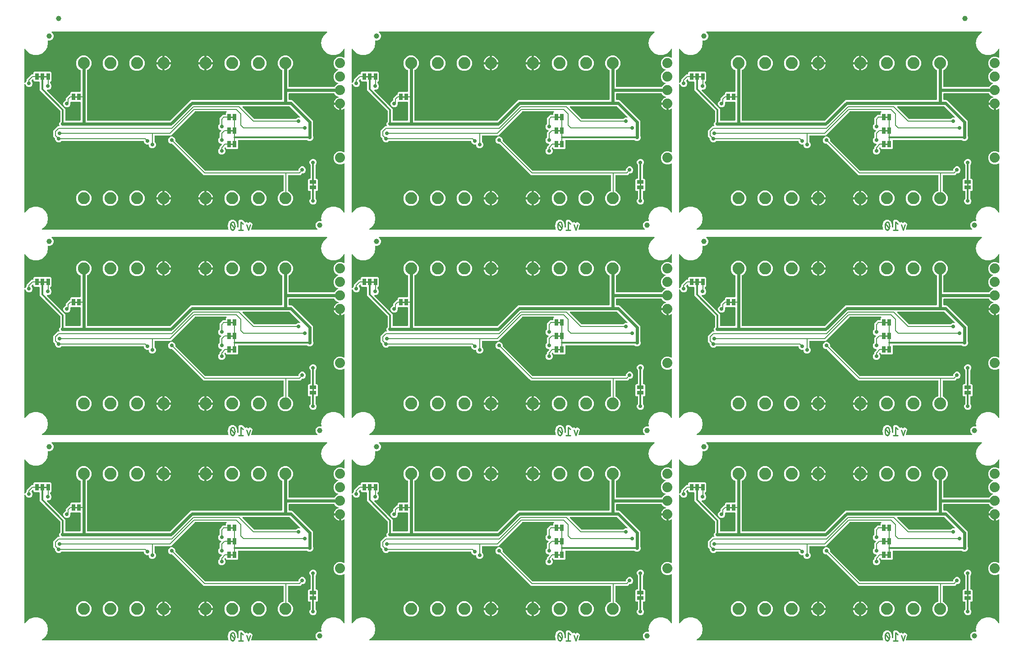
<source format=gbl>
G04 EAGLE Gerber RS-274X export*
G75*
%MOMM*%
%FSLAX34Y34*%
%LPD*%
%INBottom Copper*%
%IPPOS*%
%AMOC8*
5,1,8,0,0,1.08239X$1,22.5*%
G01*
%ADD10C,0.279400*%
%ADD11R,0.660400X1.270000*%
%ADD12C,1.000000*%
%ADD13C,2.250000*%
%ADD14R,1.270000X0.660400*%
%ADD15C,1.879600*%
%ADD16C,0.736600*%
%ADD17C,0.304800*%
%ADD18C,0.203200*%
%ADD19C,0.609600*%

G36*
X1615665Y776225D02*
X1615665Y776225D01*
X1615668Y776225D01*
X1615805Y776245D01*
X1615943Y776265D01*
X1615946Y776266D01*
X1615950Y776266D01*
X1616075Y776324D01*
X1616203Y776381D01*
X1616205Y776383D01*
X1616208Y776384D01*
X1616314Y776475D01*
X1616420Y776564D01*
X1616421Y776567D01*
X1616424Y776569D01*
X1616501Y776686D01*
X1616577Y776801D01*
X1616578Y776804D01*
X1616580Y776807D01*
X1616621Y776941D01*
X1616663Y777072D01*
X1616663Y777075D01*
X1616664Y777079D01*
X1616667Y777219D01*
X1616670Y777356D01*
X1616669Y777360D01*
X1616669Y777363D01*
X1616661Y777391D01*
X1616598Y777631D01*
X1616582Y777659D01*
X1616574Y777685D01*
X1616445Y777950D01*
X1615629Y781486D01*
X1615588Y781593D01*
X1615585Y781602D01*
X1615585Y785579D01*
X1615623Y785680D01*
X1615629Y785694D01*
X1616445Y789230D01*
X1616510Y789362D01*
X1616511Y789368D01*
X1616514Y789372D01*
X1616525Y789411D01*
X1616597Y789633D01*
X1616598Y789668D01*
X1616606Y789695D01*
X1616648Y790074D01*
X1616811Y790204D01*
X1616850Y790245D01*
X1616895Y790279D01*
X1616935Y790336D01*
X1617006Y790411D01*
X1617050Y790497D01*
X1617090Y790552D01*
X1617136Y790646D01*
X1617158Y790715D01*
X1617183Y790762D01*
X1617856Y792725D01*
X1621782Y795529D01*
X1626605Y795529D01*
X1630531Y792725D01*
X1631204Y790762D01*
X1631236Y790698D01*
X1631251Y790647D01*
X1631942Y789230D01*
X1632758Y785694D01*
X1632799Y785587D01*
X1632802Y785578D01*
X1632802Y781558D01*
X1632810Y781500D01*
X1632809Y781442D01*
X1632830Y781360D01*
X1632842Y781276D01*
X1632866Y781223D01*
X1632880Y781167D01*
X1632924Y781094D01*
X1632958Y781017D01*
X1632996Y780972D01*
X1633026Y780922D01*
X1633087Y780864D01*
X1633142Y780800D01*
X1633190Y780768D01*
X1633233Y780728D01*
X1633308Y780689D01*
X1633378Y780642D01*
X1633434Y780625D01*
X1633486Y780598D01*
X1633554Y780587D01*
X1633649Y780557D01*
X1633749Y780554D01*
X1633817Y780543D01*
X1634364Y780543D01*
X1634422Y780551D01*
X1634480Y780549D01*
X1634562Y780571D01*
X1634645Y780583D01*
X1634699Y780606D01*
X1634755Y780621D01*
X1634828Y780664D01*
X1634905Y780699D01*
X1634949Y780737D01*
X1635000Y780766D01*
X1635057Y780828D01*
X1635122Y780882D01*
X1635154Y780931D01*
X1635194Y780974D01*
X1635232Y781049D01*
X1635279Y781119D01*
X1635297Y781175D01*
X1635323Y781227D01*
X1635335Y781295D01*
X1635365Y781390D01*
X1635368Y781490D01*
X1635379Y781558D01*
X1635379Y790781D01*
X1635370Y790844D01*
X1635373Y790893D01*
X1635202Y792430D01*
X1635245Y792513D01*
X1635301Y792609D01*
X1635309Y792640D01*
X1635323Y792668D01*
X1635336Y792745D01*
X1635373Y792884D01*
X1635372Y792917D01*
X1636467Y794013D01*
X1636506Y794064D01*
X1636542Y794096D01*
X1637508Y795304D01*
X1637597Y795333D01*
X1637705Y795361D01*
X1637732Y795377D01*
X1637762Y795386D01*
X1637826Y795432D01*
X1637950Y795505D01*
X1637973Y795529D01*
X1639522Y795529D01*
X1639586Y795538D01*
X1639634Y795535D01*
X1641172Y795706D01*
X1641255Y795663D01*
X1641351Y795606D01*
X1641381Y795599D01*
X1641409Y795584D01*
X1641487Y795571D01*
X1641626Y795535D01*
X1641659Y795536D01*
X1642754Y794440D01*
X1642805Y794402D01*
X1642838Y794366D01*
X1647848Y790358D01*
X1647893Y790331D01*
X1647932Y790297D01*
X1648015Y790259D01*
X1648092Y790213D01*
X1648143Y790200D01*
X1648190Y790178D01*
X1648280Y790164D01*
X1648368Y790142D01*
X1648420Y790143D01*
X1648471Y790135D01*
X1648543Y790147D01*
X1648652Y790150D01*
X1648739Y790177D01*
X1648803Y790187D01*
X1650904Y790888D01*
X1653439Y789620D01*
X1653455Y789615D01*
X1653469Y789605D01*
X1653590Y789570D01*
X1653708Y789530D01*
X1653725Y789529D01*
X1653742Y789524D01*
X1653868Y789523D01*
X1653992Y789518D01*
X1654009Y789522D01*
X1654026Y789522D01*
X1654094Y789542D01*
X1654269Y789585D01*
X1654310Y789609D01*
X1654347Y789620D01*
X1656882Y790888D01*
X1660376Y789723D01*
X1662023Y786429D01*
X1659067Y777561D01*
X1659053Y777483D01*
X1659029Y777408D01*
X1659027Y777344D01*
X1659016Y777281D01*
X1659024Y777203D01*
X1659022Y777124D01*
X1659038Y777062D01*
X1659044Y776999D01*
X1659073Y776925D01*
X1659093Y776849D01*
X1659126Y776794D01*
X1659150Y776735D01*
X1659198Y776672D01*
X1659239Y776604D01*
X1659285Y776561D01*
X1659324Y776510D01*
X1659388Y776464D01*
X1659446Y776410D01*
X1659503Y776381D01*
X1659554Y776343D01*
X1659629Y776316D01*
X1659699Y776280D01*
X1659753Y776271D01*
X1659822Y776246D01*
X1659953Y776238D01*
X1660030Y776225D01*
X1782962Y776225D01*
X1782991Y776229D01*
X1783020Y776226D01*
X1783131Y776249D01*
X1783243Y776265D01*
X1783270Y776277D01*
X1783299Y776282D01*
X1783399Y776335D01*
X1783503Y776381D01*
X1783525Y776400D01*
X1783551Y776413D01*
X1783633Y776491D01*
X1783720Y776564D01*
X1783736Y776589D01*
X1783757Y776609D01*
X1783814Y776707D01*
X1783877Y776801D01*
X1783886Y776829D01*
X1783901Y776854D01*
X1783929Y776964D01*
X1783963Y777072D01*
X1783964Y777102D01*
X1783971Y777130D01*
X1783967Y777243D01*
X1783970Y777356D01*
X1783963Y777385D01*
X1783962Y777414D01*
X1783927Y777522D01*
X1783898Y777631D01*
X1783883Y777657D01*
X1783874Y777685D01*
X1783829Y777748D01*
X1783753Y777876D01*
X1783708Y777919D01*
X1783680Y777958D01*
X1781337Y780301D01*
X1780111Y783259D01*
X1780111Y786461D01*
X1781337Y789419D01*
X1783601Y791683D01*
X1786559Y792909D01*
X1789761Y792909D01*
X1789846Y792873D01*
X1789905Y792858D01*
X1789961Y792834D01*
X1790042Y792823D01*
X1790121Y792803D01*
X1790182Y792804D01*
X1790243Y792796D01*
X1790324Y792808D01*
X1790406Y792811D01*
X1790464Y792829D01*
X1790524Y792838D01*
X1790599Y792872D01*
X1790676Y792897D01*
X1790727Y792931D01*
X1790783Y792957D01*
X1790845Y793010D01*
X1790912Y793056D01*
X1790952Y793102D01*
X1790998Y793142D01*
X1791043Y793211D01*
X1791095Y793273D01*
X1791120Y793329D01*
X1791154Y793380D01*
X1791178Y793458D01*
X1791211Y793533D01*
X1791219Y793594D01*
X1791237Y793652D01*
X1791237Y793719D01*
X1791250Y793815D01*
X1791235Y793917D01*
X1791234Y793988D01*
X1790605Y797560D01*
X1791989Y805411D01*
X1795975Y812315D01*
X1802082Y817440D01*
X1809574Y820167D01*
X1817546Y820167D01*
X1825038Y817440D01*
X1831145Y812316D01*
X1833001Y809101D01*
X1833013Y809086D01*
X1833021Y809068D01*
X1833100Y808974D01*
X1833176Y808877D01*
X1833192Y808866D01*
X1833205Y808851D01*
X1833307Y808782D01*
X1833406Y808711D01*
X1833425Y808704D01*
X1833441Y808693D01*
X1833559Y808656D01*
X1833674Y808614D01*
X1833694Y808613D01*
X1833712Y808607D01*
X1833835Y808604D01*
X1833958Y808596D01*
X1833977Y808601D01*
X1833996Y808600D01*
X1834115Y808631D01*
X1834235Y808658D01*
X1834253Y808667D01*
X1834271Y808672D01*
X1834377Y808734D01*
X1834485Y808793D01*
X1834499Y808807D01*
X1834516Y808817D01*
X1834600Y808907D01*
X1834687Y808993D01*
X1834697Y809010D01*
X1834710Y809024D01*
X1834766Y809134D01*
X1834826Y809241D01*
X1834831Y809260D01*
X1834840Y809278D01*
X1834852Y809350D01*
X1834891Y809518D01*
X1834889Y809569D01*
X1834895Y809609D01*
X1834895Y900445D01*
X1834879Y900559D01*
X1834869Y900673D01*
X1834859Y900699D01*
X1834855Y900727D01*
X1834808Y900832D01*
X1834767Y900939D01*
X1834751Y900961D01*
X1834739Y900986D01*
X1834665Y901074D01*
X1834596Y901165D01*
X1834573Y901182D01*
X1834556Y901203D01*
X1834460Y901267D01*
X1834368Y901336D01*
X1834342Y901345D01*
X1834319Y901361D01*
X1834209Y901395D01*
X1834102Y901436D01*
X1834074Y901438D01*
X1834048Y901446D01*
X1833933Y901449D01*
X1833819Y901459D01*
X1833794Y901453D01*
X1833764Y901454D01*
X1833507Y901387D01*
X1833491Y901383D01*
X1828736Y899413D01*
X1823784Y899413D01*
X1819209Y901308D01*
X1815708Y904809D01*
X1813813Y909384D01*
X1813813Y914336D01*
X1815708Y918911D01*
X1819209Y922412D01*
X1823784Y924307D01*
X1828736Y924307D01*
X1833491Y922337D01*
X1833603Y922308D01*
X1833712Y922274D01*
X1833740Y922273D01*
X1833767Y922266D01*
X1833881Y922269D01*
X1833996Y922266D01*
X1834023Y922273D01*
X1834051Y922274D01*
X1834160Y922309D01*
X1834271Y922338D01*
X1834295Y922352D01*
X1834322Y922361D01*
X1834417Y922425D01*
X1834516Y922483D01*
X1834535Y922504D01*
X1834558Y922519D01*
X1834632Y922607D01*
X1834710Y922691D01*
X1834723Y922715D01*
X1834741Y922737D01*
X1834787Y922841D01*
X1834840Y922944D01*
X1834844Y922968D01*
X1834856Y922996D01*
X1834893Y923260D01*
X1834895Y923275D01*
X1834895Y1002984D01*
X1834882Y1003075D01*
X1834879Y1003167D01*
X1834863Y1003216D01*
X1834855Y1003266D01*
X1834818Y1003350D01*
X1834789Y1003437D01*
X1834760Y1003479D01*
X1834739Y1003525D01*
X1834680Y1003595D01*
X1834628Y1003671D01*
X1834588Y1003703D01*
X1834556Y1003742D01*
X1834479Y1003793D01*
X1834408Y1003852D01*
X1834361Y1003872D01*
X1834319Y1003900D01*
X1834231Y1003928D01*
X1834147Y1003964D01*
X1834096Y1003970D01*
X1834048Y1003986D01*
X1833956Y1003988D01*
X1833865Y1003999D01*
X1833814Y1003992D01*
X1833764Y1003993D01*
X1833675Y1003970D01*
X1833584Y1003955D01*
X1833544Y1003935D01*
X1833489Y1003921D01*
X1833352Y1003840D01*
X1833283Y1003806D01*
X1832517Y1003249D01*
X1830843Y1002396D01*
X1829056Y1001815D01*
X1828291Y1001694D01*
X1828291Y1012444D01*
X1828283Y1012502D01*
X1828285Y1012560D01*
X1828263Y1012642D01*
X1828251Y1012725D01*
X1828227Y1012779D01*
X1828213Y1012835D01*
X1828170Y1012908D01*
X1828135Y1012985D01*
X1828097Y1013029D01*
X1828067Y1013080D01*
X1828006Y1013137D01*
X1827951Y1013202D01*
X1827903Y1013234D01*
X1827860Y1013274D01*
X1827785Y1013313D01*
X1827715Y1013359D01*
X1827659Y1013377D01*
X1827607Y1013404D01*
X1827539Y1013415D01*
X1827444Y1013445D01*
X1827344Y1013448D01*
X1827276Y1013459D01*
X1826259Y1013459D01*
X1826259Y1014476D01*
X1826251Y1014534D01*
X1826252Y1014592D01*
X1826231Y1014674D01*
X1826219Y1014757D01*
X1826195Y1014811D01*
X1826181Y1014867D01*
X1826138Y1014940D01*
X1826103Y1015017D01*
X1826065Y1015062D01*
X1826035Y1015112D01*
X1825974Y1015170D01*
X1825919Y1015234D01*
X1825871Y1015266D01*
X1825828Y1015306D01*
X1825753Y1015345D01*
X1825683Y1015391D01*
X1825627Y1015409D01*
X1825575Y1015436D01*
X1825507Y1015447D01*
X1825412Y1015477D01*
X1825312Y1015480D01*
X1825244Y1015491D01*
X1814494Y1015491D01*
X1814615Y1016256D01*
X1815196Y1018043D01*
X1816049Y1019717D01*
X1817154Y1021238D01*
X1818482Y1022566D01*
X1820003Y1023671D01*
X1821677Y1024524D01*
X1822797Y1024888D01*
X1822859Y1024918D01*
X1822925Y1024939D01*
X1822986Y1024980D01*
X1823052Y1025013D01*
X1823103Y1025059D01*
X1823161Y1025098D01*
X1823208Y1025154D01*
X1823263Y1025203D01*
X1823299Y1025262D01*
X1823344Y1025315D01*
X1823374Y1025382D01*
X1823413Y1025445D01*
X1823431Y1025512D01*
X1823459Y1025575D01*
X1823469Y1025648D01*
X1823489Y1025719D01*
X1823489Y1025788D01*
X1823498Y1025857D01*
X1823488Y1025929D01*
X1823487Y1026003D01*
X1823467Y1026070D01*
X1823458Y1026138D01*
X1823427Y1026205D01*
X1823406Y1026276D01*
X1823369Y1026334D01*
X1823340Y1026397D01*
X1823293Y1026453D01*
X1823253Y1026515D01*
X1823201Y1026561D01*
X1823156Y1026613D01*
X1823103Y1026646D01*
X1823039Y1026703D01*
X1822935Y1026752D01*
X1822871Y1026791D01*
X1819209Y1028308D01*
X1815708Y1031809D01*
X1815573Y1032137D01*
X1815572Y1032138D01*
X1815571Y1032139D01*
X1815501Y1032258D01*
X1815428Y1032381D01*
X1815427Y1032382D01*
X1815426Y1032384D01*
X1815322Y1032481D01*
X1815221Y1032577D01*
X1815220Y1032577D01*
X1815219Y1032578D01*
X1815093Y1032643D01*
X1814969Y1032707D01*
X1814967Y1032707D01*
X1814966Y1032708D01*
X1814951Y1032710D01*
X1814690Y1032762D01*
X1814659Y1032759D01*
X1814635Y1032763D01*
X1730572Y1032763D01*
X1730514Y1032755D01*
X1730456Y1032757D01*
X1730374Y1032735D01*
X1730290Y1032723D01*
X1730237Y1032700D01*
X1730181Y1032685D01*
X1730108Y1032642D01*
X1730031Y1032607D01*
X1729986Y1032569D01*
X1729936Y1032540D01*
X1729878Y1032478D01*
X1729814Y1032424D01*
X1729782Y1032375D01*
X1729742Y1032332D01*
X1729703Y1032257D01*
X1729656Y1032187D01*
X1729639Y1032131D01*
X1729612Y1032079D01*
X1729601Y1032011D01*
X1729571Y1031916D01*
X1729568Y1031816D01*
X1729557Y1031748D01*
X1729557Y1021842D01*
X1729565Y1021784D01*
X1729563Y1021726D01*
X1729585Y1021644D01*
X1729597Y1021560D01*
X1729620Y1021507D01*
X1729635Y1021451D01*
X1729678Y1021378D01*
X1729713Y1021301D01*
X1729751Y1021256D01*
X1729780Y1021206D01*
X1729842Y1021148D01*
X1729896Y1021084D01*
X1729945Y1021052D01*
X1729988Y1021012D01*
X1730063Y1020973D01*
X1730133Y1020926D01*
X1730189Y1020909D01*
X1730241Y1020882D01*
X1730309Y1020871D01*
X1730404Y1020841D01*
X1730504Y1020838D01*
X1730572Y1020827D01*
X1734763Y1020827D01*
X1737004Y1019899D01*
X1738861Y1018041D01*
X1774279Y982624D01*
X1775207Y980383D01*
X1775207Y953034D01*
X1775211Y953003D01*
X1775209Y952973D01*
X1775226Y952896D01*
X1775247Y952753D01*
X1775273Y952694D01*
X1775284Y952645D01*
X1775842Y951299D01*
X1775842Y948621D01*
X1774817Y946147D01*
X1772923Y944253D01*
X1770449Y943228D01*
X1767771Y943228D01*
X1765297Y944253D01*
X1764460Y945090D01*
X1764390Y945142D01*
X1764326Y945202D01*
X1764277Y945228D01*
X1764233Y945261D01*
X1764151Y945292D01*
X1764073Y945332D01*
X1764026Y945340D01*
X1763967Y945362D01*
X1763819Y945374D01*
X1763742Y945387D01*
X1635633Y945387D01*
X1635575Y945379D01*
X1635517Y945381D01*
X1635435Y945359D01*
X1635351Y945347D01*
X1635298Y945324D01*
X1635242Y945309D01*
X1635169Y945266D01*
X1635092Y945231D01*
X1635047Y945193D01*
X1634997Y945164D01*
X1634939Y945102D01*
X1634875Y945048D01*
X1634843Y944999D01*
X1634803Y944956D01*
X1634764Y944881D01*
X1634717Y944811D01*
X1634700Y944755D01*
X1634673Y944703D01*
X1634662Y944635D01*
X1634632Y944540D01*
X1634629Y944440D01*
X1634618Y944372D01*
X1634618Y929647D01*
X1632832Y927861D01*
X1623693Y927861D01*
X1623691Y927863D01*
X1623618Y927906D01*
X1623551Y927956D01*
X1623496Y927977D01*
X1623446Y928007D01*
X1623364Y928028D01*
X1623285Y928058D01*
X1623227Y928063D01*
X1623170Y928077D01*
X1623086Y928074D01*
X1623002Y928081D01*
X1622944Y928070D01*
X1622886Y928068D01*
X1622806Y928042D01*
X1622723Y928025D01*
X1622671Y927998D01*
X1622615Y927980D01*
X1622559Y927940D01*
X1622471Y927894D01*
X1622436Y927861D01*
X1613288Y927861D01*
X1611502Y929647D01*
X1611502Y930203D01*
X1611498Y930232D01*
X1611501Y930261D01*
X1611478Y930372D01*
X1611462Y930484D01*
X1611450Y930511D01*
X1611445Y930540D01*
X1611392Y930641D01*
X1611346Y930744D01*
X1611327Y930766D01*
X1611314Y930792D01*
X1611236Y930874D01*
X1611163Y930961D01*
X1611138Y930977D01*
X1611118Y930998D01*
X1611020Y931056D01*
X1610926Y931118D01*
X1610898Y931127D01*
X1610873Y931142D01*
X1610763Y931170D01*
X1610655Y931204D01*
X1610625Y931205D01*
X1610597Y931212D01*
X1610484Y931209D01*
X1610371Y931211D01*
X1610342Y931204D01*
X1610313Y931203D01*
X1610205Y931168D01*
X1610096Y931140D01*
X1610070Y931125D01*
X1610042Y931116D01*
X1609978Y931070D01*
X1609851Y930994D01*
X1609808Y930949D01*
X1609769Y930921D01*
X1609187Y930339D01*
X1609152Y930292D01*
X1609110Y930252D01*
X1609067Y930179D01*
X1609016Y930112D01*
X1608995Y930057D01*
X1608966Y930006D01*
X1608945Y929925D01*
X1608915Y929846D01*
X1608910Y929788D01*
X1608896Y929731D01*
X1608898Y929647D01*
X1608891Y929563D01*
X1608903Y929505D01*
X1608905Y929447D01*
X1608931Y929367D01*
X1608947Y929284D01*
X1608974Y929232D01*
X1608992Y929176D01*
X1609032Y929120D01*
X1609078Y929032D01*
X1609147Y928959D01*
X1609187Y928903D01*
X1609717Y928373D01*
X1610742Y925899D01*
X1610742Y923221D01*
X1609717Y920747D01*
X1607823Y918853D01*
X1605349Y917828D01*
X1602671Y917828D01*
X1600197Y918853D01*
X1598303Y920747D01*
X1597278Y923221D01*
X1597278Y925899D01*
X1598303Y928373D01*
X1599648Y929718D01*
X1599700Y929788D01*
X1599760Y929852D01*
X1599786Y929901D01*
X1599819Y929945D01*
X1599850Y930027D01*
X1599890Y930105D01*
X1599898Y930152D01*
X1599920Y930211D01*
X1599932Y930359D01*
X1599945Y930436D01*
X1599945Y932594D01*
X1603767Y936415D01*
X1603784Y936439D01*
X1603807Y936458D01*
X1603870Y936552D01*
X1603938Y936642D01*
X1603948Y936670D01*
X1603964Y936694D01*
X1603999Y936802D01*
X1604039Y936908D01*
X1604041Y936937D01*
X1604050Y936965D01*
X1604053Y937079D01*
X1604062Y937191D01*
X1604057Y937220D01*
X1604057Y937249D01*
X1604029Y937359D01*
X1604007Y937470D01*
X1603993Y937496D01*
X1603986Y937524D01*
X1603928Y937622D01*
X1603876Y937722D01*
X1603855Y937744D01*
X1603840Y937769D01*
X1603758Y937846D01*
X1603680Y937928D01*
X1603654Y937943D01*
X1603633Y937963D01*
X1603532Y938015D01*
X1603434Y938072D01*
X1603406Y938079D01*
X1603380Y938093D01*
X1603303Y938106D01*
X1603159Y938142D01*
X1603096Y938140D01*
X1603049Y938148D01*
X1602671Y938148D01*
X1600197Y939173D01*
X1598303Y941067D01*
X1597278Y943541D01*
X1597278Y946219D01*
X1598303Y948693D01*
X1599648Y950038D01*
X1599700Y950108D01*
X1599760Y950172D01*
X1599786Y950221D01*
X1599819Y950265D01*
X1599850Y950347D01*
X1599890Y950425D01*
X1599898Y950472D01*
X1599920Y950531D01*
X1599932Y950679D01*
X1599945Y950756D01*
X1599945Y959264D01*
X1602624Y961942D01*
X1602699Y962017D01*
X1602768Y962109D01*
X1602842Y962197D01*
X1602853Y962222D01*
X1602870Y962244D01*
X1602911Y962352D01*
X1602957Y962457D01*
X1602961Y962484D01*
X1602971Y962510D01*
X1602981Y962624D01*
X1602996Y962738D01*
X1602992Y962766D01*
X1602995Y962793D01*
X1602972Y962906D01*
X1602956Y963020D01*
X1602944Y963045D01*
X1602939Y963072D01*
X1602886Y963174D01*
X1602838Y963279D01*
X1602820Y963300D01*
X1602808Y963324D01*
X1602729Y963408D01*
X1602654Y963495D01*
X1602633Y963508D01*
X1602612Y963531D01*
X1602382Y963665D01*
X1602370Y963673D01*
X1600197Y964573D01*
X1598303Y966467D01*
X1597278Y968941D01*
X1597278Y971619D01*
X1598303Y974093D01*
X1599648Y975438D01*
X1599700Y975508D01*
X1599760Y975572D01*
X1599786Y975621D01*
X1599819Y975665D01*
X1599850Y975747D01*
X1599890Y975825D01*
X1599898Y975872D01*
X1599920Y975931D01*
X1599931Y976059D01*
X1599931Y976061D01*
X1599931Y976069D01*
X1599932Y976079D01*
X1599945Y976156D01*
X1599945Y985934D01*
X1606136Y992125D01*
X1610487Y992125D01*
X1610545Y992133D01*
X1610603Y992131D01*
X1610685Y992153D01*
X1610769Y992165D01*
X1610822Y992188D01*
X1610878Y992203D01*
X1610951Y992246D01*
X1611028Y992281D01*
X1611073Y992319D01*
X1611123Y992348D01*
X1611181Y992410D01*
X1611245Y992464D01*
X1611277Y992513D01*
X1611317Y992556D01*
X1611356Y992631D01*
X1611403Y992701D01*
X1611420Y992757D01*
X1611447Y992809D01*
X1611458Y992877D01*
X1611488Y992972D01*
X1611491Y993072D01*
X1611502Y993140D01*
X1611502Y995673D01*
X1613078Y997248D01*
X1613095Y997272D01*
X1613118Y997291D01*
X1613180Y997385D01*
X1613248Y997475D01*
X1613259Y997503D01*
X1613275Y997527D01*
X1613309Y997635D01*
X1613350Y997741D01*
X1613352Y997770D01*
X1613361Y997798D01*
X1613364Y997912D01*
X1613373Y998024D01*
X1613368Y998053D01*
X1613368Y998082D01*
X1613340Y998192D01*
X1613317Y998303D01*
X1613304Y998329D01*
X1613296Y998357D01*
X1613239Y998455D01*
X1613186Y998555D01*
X1613166Y998577D01*
X1613151Y998602D01*
X1613069Y998679D01*
X1612991Y998761D01*
X1612965Y998776D01*
X1612944Y998796D01*
X1612843Y998848D01*
X1612745Y998905D01*
X1612717Y998912D01*
X1612691Y998926D01*
X1612613Y998939D01*
X1612470Y998975D01*
X1612407Y998973D01*
X1612360Y998981D01*
X1554022Y998981D01*
X1553935Y998969D01*
X1553848Y998966D01*
X1553795Y998949D01*
X1553740Y998941D01*
X1553661Y998906D01*
X1553577Y998879D01*
X1553538Y998851D01*
X1553481Y998825D01*
X1553368Y998729D01*
X1553304Y998684D01*
X1508135Y953515D01*
X1478762Y953515D01*
X1478704Y953507D01*
X1478646Y953509D01*
X1478564Y953487D01*
X1478480Y953475D01*
X1478427Y953452D01*
X1478370Y953437D01*
X1478298Y953394D01*
X1478221Y953359D01*
X1478176Y953321D01*
X1478126Y953292D01*
X1478068Y953230D01*
X1478004Y953176D01*
X1477972Y953127D01*
X1477932Y953084D01*
X1477893Y953009D01*
X1477846Y952939D01*
X1477829Y952883D01*
X1477802Y952831D01*
X1477791Y952763D01*
X1477761Y952668D01*
X1477758Y952568D01*
X1477747Y952500D01*
X1477747Y942348D01*
X1477759Y942261D01*
X1477762Y942174D01*
X1477779Y942121D01*
X1477786Y942066D01*
X1477822Y941987D01*
X1477849Y941903D01*
X1477877Y941864D01*
X1477903Y941807D01*
X1477999Y941694D01*
X1478044Y941630D01*
X1479389Y940285D01*
X1480414Y937811D01*
X1480414Y935133D01*
X1479389Y932659D01*
X1477495Y930765D01*
X1475021Y929740D01*
X1472343Y929740D01*
X1469869Y930765D01*
X1467975Y932659D01*
X1466950Y935133D01*
X1466950Y935898D01*
X1466934Y936012D01*
X1466924Y936126D01*
X1466914Y936152D01*
X1466910Y936179D01*
X1466863Y936284D01*
X1466822Y936391D01*
X1466805Y936413D01*
X1466794Y936439D01*
X1466720Y936526D01*
X1466650Y936618D01*
X1466628Y936635D01*
X1466610Y936656D01*
X1466515Y936719D01*
X1466423Y936788D01*
X1466397Y936798D01*
X1466374Y936813D01*
X1466264Y936848D01*
X1466157Y936889D01*
X1466129Y936891D01*
X1466103Y936899D01*
X1465988Y936902D01*
X1465873Y936911D01*
X1465849Y936906D01*
X1465819Y936906D01*
X1465711Y936878D01*
X1462971Y936878D01*
X1460497Y937903D01*
X1458603Y939797D01*
X1457578Y942271D01*
X1457578Y942340D01*
X1457570Y942398D01*
X1457572Y942456D01*
X1457550Y942538D01*
X1457538Y942622D01*
X1457515Y942675D01*
X1457500Y942731D01*
X1457457Y942804D01*
X1457422Y942881D01*
X1457384Y942926D01*
X1457355Y942976D01*
X1457293Y943034D01*
X1457239Y943098D01*
X1457190Y943130D01*
X1457147Y943170D01*
X1457072Y943209D01*
X1457002Y943256D01*
X1456946Y943273D01*
X1456894Y943300D01*
X1456826Y943311D01*
X1456731Y943341D01*
X1456631Y943344D01*
X1456563Y943355D01*
X1303816Y943355D01*
X1303729Y943343D01*
X1303642Y943340D01*
X1303589Y943323D01*
X1303534Y943315D01*
X1303455Y943280D01*
X1303371Y943253D01*
X1303332Y943225D01*
X1303275Y943199D01*
X1303162Y943103D01*
X1303098Y943058D01*
X1301753Y941713D01*
X1299279Y940688D01*
X1296601Y940688D01*
X1294127Y941713D01*
X1292233Y943607D01*
X1291208Y946081D01*
X1291208Y947983D01*
X1291196Y948069D01*
X1291193Y948157D01*
X1291176Y948209D01*
X1291168Y948264D01*
X1291133Y948344D01*
X1291106Y948427D01*
X1291078Y948467D01*
X1291052Y948524D01*
X1290956Y948637D01*
X1290911Y948701D01*
X1287525Y952086D01*
X1287525Y963074D01*
X1295974Y971522D01*
X1298344Y971522D01*
X1298458Y971538D01*
X1298572Y971548D01*
X1298598Y971558D01*
X1298625Y971562D01*
X1298730Y971609D01*
X1298837Y971650D01*
X1298859Y971667D01*
X1298885Y971678D01*
X1298973Y971752D01*
X1299064Y971822D01*
X1299081Y971844D01*
X1299102Y971862D01*
X1299166Y971957D01*
X1299234Y972049D01*
X1299244Y972075D01*
X1299259Y972098D01*
X1299294Y972208D01*
X1299335Y972315D01*
X1299337Y972343D01*
X1299345Y972369D01*
X1299348Y972484D01*
X1299357Y972599D01*
X1299352Y972623D01*
X1299352Y972654D01*
X1299285Y972910D01*
X1299282Y972926D01*
X1298828Y974021D01*
X1298828Y976699D01*
X1299853Y979173D01*
X1300690Y980010D01*
X1300742Y980080D01*
X1300802Y980144D01*
X1300828Y980193D01*
X1300861Y980237D01*
X1300892Y980319D01*
X1300932Y980397D01*
X1300940Y980444D01*
X1300962Y980503D01*
X1300974Y980651D01*
X1300987Y980728D01*
X1300987Y999715D01*
X1300975Y999802D01*
X1300972Y999889D01*
X1300955Y999942D01*
X1300947Y999997D01*
X1300912Y1000077D01*
X1300885Y1000160D01*
X1300857Y1000199D01*
X1300831Y1000256D01*
X1300735Y1000370D01*
X1300690Y1000433D01*
X1262252Y1038871D01*
X1262252Y1053846D01*
X1262244Y1053904D01*
X1262246Y1053962D01*
X1262224Y1054044D01*
X1262212Y1054128D01*
X1262189Y1054181D01*
X1262174Y1054237D01*
X1262131Y1054310D01*
X1262096Y1054387D01*
X1262058Y1054432D01*
X1262029Y1054482D01*
X1261967Y1054540D01*
X1261913Y1054604D01*
X1261864Y1054636D01*
X1261821Y1054676D01*
X1261746Y1054715D01*
X1261676Y1054762D01*
X1261620Y1054779D01*
X1261568Y1054806D01*
X1261500Y1054817D01*
X1261405Y1054847D01*
X1261305Y1054850D01*
X1261237Y1054861D01*
X1252481Y1054861D01*
X1250695Y1056647D01*
X1250695Y1058346D01*
X1250691Y1058375D01*
X1250694Y1058404D01*
X1250671Y1058515D01*
X1250655Y1058627D01*
X1250643Y1058654D01*
X1250638Y1058683D01*
X1250586Y1058783D01*
X1250539Y1058887D01*
X1250520Y1058909D01*
X1250507Y1058935D01*
X1250429Y1059017D01*
X1250356Y1059104D01*
X1250331Y1059120D01*
X1250311Y1059141D01*
X1250213Y1059199D01*
X1250119Y1059261D01*
X1250091Y1059270D01*
X1250066Y1059285D01*
X1249956Y1059313D01*
X1249848Y1059347D01*
X1249818Y1059348D01*
X1249790Y1059355D01*
X1249677Y1059352D01*
X1249564Y1059354D01*
X1249535Y1059347D01*
X1249506Y1059346D01*
X1249398Y1059311D01*
X1249289Y1059283D01*
X1249263Y1059268D01*
X1249235Y1059259D01*
X1249172Y1059213D01*
X1249044Y1059137D01*
X1249001Y1059092D01*
X1248962Y1059064D01*
X1247237Y1057339D01*
X1247202Y1057292D01*
X1247160Y1057252D01*
X1247117Y1057179D01*
X1247066Y1057112D01*
X1247045Y1057057D01*
X1247016Y1057006D01*
X1246995Y1056925D01*
X1246965Y1056846D01*
X1246960Y1056788D01*
X1246946Y1056731D01*
X1246948Y1056647D01*
X1246941Y1056563D01*
X1246953Y1056505D01*
X1246955Y1056447D01*
X1246981Y1056367D01*
X1246997Y1056284D01*
X1247024Y1056232D01*
X1247042Y1056176D01*
X1247082Y1056120D01*
X1247128Y1056032D01*
X1247197Y1055959D01*
X1247237Y1055903D01*
X1247767Y1055373D01*
X1248792Y1052899D01*
X1248792Y1050221D01*
X1247767Y1047747D01*
X1245873Y1045853D01*
X1243399Y1044828D01*
X1240721Y1044828D01*
X1238247Y1045853D01*
X1236353Y1047747D01*
X1235378Y1050101D01*
X1235334Y1050175D01*
X1235299Y1050253D01*
X1235262Y1050297D01*
X1235233Y1050346D01*
X1235171Y1050405D01*
X1235115Y1050470D01*
X1235068Y1050502D01*
X1235027Y1050541D01*
X1234950Y1050580D01*
X1234879Y1050628D01*
X1234825Y1050645D01*
X1234774Y1050671D01*
X1234690Y1050688D01*
X1234608Y1050714D01*
X1234551Y1050715D01*
X1234495Y1050726D01*
X1234410Y1050719D01*
X1234324Y1050721D01*
X1234269Y1050707D01*
X1234212Y1050702D01*
X1234132Y1050671D01*
X1234049Y1050649D01*
X1234000Y1050620D01*
X1233947Y1050600D01*
X1233878Y1050548D01*
X1233804Y1050504D01*
X1233765Y1050463D01*
X1233720Y1050428D01*
X1233668Y1050359D01*
X1233610Y1050297D01*
X1233584Y1050246D01*
X1233550Y1050201D01*
X1233519Y1050120D01*
X1233480Y1050044D01*
X1233472Y1049995D01*
X1233449Y1049935D01*
X1233438Y1049790D01*
X1233425Y1049713D01*
X1233425Y809609D01*
X1233427Y809589D01*
X1233425Y809570D01*
X1233447Y809449D01*
X1233465Y809327D01*
X1233473Y809309D01*
X1233476Y809290D01*
X1233531Y809180D01*
X1233581Y809068D01*
X1233593Y809053D01*
X1233602Y809035D01*
X1233685Y808944D01*
X1233764Y808851D01*
X1233781Y808840D01*
X1233794Y808825D01*
X1233899Y808761D01*
X1234001Y808693D01*
X1234020Y808687D01*
X1234036Y808677D01*
X1234155Y808644D01*
X1234272Y808607D01*
X1234292Y808607D01*
X1234311Y808602D01*
X1234433Y808603D01*
X1234556Y808600D01*
X1234575Y808605D01*
X1234595Y808605D01*
X1234713Y808641D01*
X1234831Y808672D01*
X1234848Y808682D01*
X1234867Y808688D01*
X1234970Y808754D01*
X1235076Y808817D01*
X1235089Y808831D01*
X1235106Y808842D01*
X1235152Y808899D01*
X1235270Y809024D01*
X1235294Y809070D01*
X1235319Y809101D01*
X1237175Y812316D01*
X1243282Y817440D01*
X1250774Y820167D01*
X1258746Y820167D01*
X1266238Y817440D01*
X1272345Y812316D01*
X1276331Y805411D01*
X1277715Y797560D01*
X1276331Y789709D01*
X1272345Y782805D01*
X1266640Y778018D01*
X1266591Y777963D01*
X1266535Y777915D01*
X1266496Y777858D01*
X1266450Y777806D01*
X1266418Y777740D01*
X1266377Y777679D01*
X1266356Y777613D01*
X1266326Y777550D01*
X1266314Y777478D01*
X1266292Y777408D01*
X1266290Y777339D01*
X1266278Y777270D01*
X1266286Y777197D01*
X1266284Y777124D01*
X1266302Y777057D01*
X1266309Y776988D01*
X1266337Y776920D01*
X1266356Y776849D01*
X1266391Y776789D01*
X1266418Y776725D01*
X1266464Y776667D01*
X1266501Y776604D01*
X1266552Y776557D01*
X1266595Y776503D01*
X1266655Y776460D01*
X1266709Y776410D01*
X1266770Y776378D01*
X1266827Y776338D01*
X1266896Y776314D01*
X1266962Y776280D01*
X1267020Y776270D01*
X1267095Y776244D01*
X1267217Y776237D01*
X1267293Y776225D01*
X1615662Y776225D01*
X1615665Y776225D01*
G37*
G36*
X1615665Y390145D02*
X1615665Y390145D01*
X1615668Y390145D01*
X1615804Y390165D01*
X1615943Y390185D01*
X1615946Y390186D01*
X1615950Y390186D01*
X1616075Y390244D01*
X1616203Y390301D01*
X1616205Y390303D01*
X1616208Y390304D01*
X1616314Y390395D01*
X1616420Y390484D01*
X1616421Y390487D01*
X1616424Y390489D01*
X1616500Y390606D01*
X1616577Y390721D01*
X1616578Y390724D01*
X1616580Y390727D01*
X1616621Y390860D01*
X1616663Y390992D01*
X1616663Y390995D01*
X1616664Y390999D01*
X1616667Y391139D01*
X1616670Y391276D01*
X1616669Y391280D01*
X1616669Y391283D01*
X1616661Y391310D01*
X1616598Y391551D01*
X1616582Y391579D01*
X1616574Y391605D01*
X1616445Y391870D01*
X1615629Y395406D01*
X1615588Y395513D01*
X1615585Y395522D01*
X1615585Y399499D01*
X1615623Y399600D01*
X1615629Y399614D01*
X1616445Y403150D01*
X1616510Y403282D01*
X1616511Y403288D01*
X1616514Y403292D01*
X1616525Y403331D01*
X1616597Y403553D01*
X1616598Y403588D01*
X1616606Y403615D01*
X1616648Y403994D01*
X1616811Y404124D01*
X1616850Y404165D01*
X1616895Y404199D01*
X1616935Y404256D01*
X1617006Y404331D01*
X1617050Y404417D01*
X1617090Y404472D01*
X1617136Y404566D01*
X1617158Y404635D01*
X1617183Y404682D01*
X1617856Y406645D01*
X1621782Y409449D01*
X1626605Y409449D01*
X1630531Y406645D01*
X1631204Y404682D01*
X1631236Y404618D01*
X1631251Y404567D01*
X1631942Y403150D01*
X1632758Y399614D01*
X1632799Y399507D01*
X1632802Y399498D01*
X1632802Y395478D01*
X1632810Y395420D01*
X1632809Y395362D01*
X1632830Y395280D01*
X1632842Y395196D01*
X1632866Y395143D01*
X1632880Y395087D01*
X1632924Y395014D01*
X1632958Y394937D01*
X1632996Y394892D01*
X1633026Y394842D01*
X1633087Y394784D01*
X1633142Y394720D01*
X1633190Y394688D01*
X1633233Y394648D01*
X1633308Y394609D01*
X1633378Y394562D01*
X1633434Y394545D01*
X1633486Y394518D01*
X1633554Y394507D01*
X1633649Y394477D01*
X1633749Y394474D01*
X1633817Y394463D01*
X1634364Y394463D01*
X1634422Y394471D01*
X1634480Y394469D01*
X1634562Y394491D01*
X1634645Y394503D01*
X1634699Y394526D01*
X1634755Y394541D01*
X1634828Y394584D01*
X1634905Y394619D01*
X1634949Y394657D01*
X1635000Y394686D01*
X1635057Y394748D01*
X1635122Y394802D01*
X1635154Y394851D01*
X1635194Y394894D01*
X1635232Y394969D01*
X1635279Y395039D01*
X1635297Y395095D01*
X1635323Y395147D01*
X1635335Y395215D01*
X1635365Y395310D01*
X1635368Y395410D01*
X1635379Y395478D01*
X1635379Y404701D01*
X1635370Y404764D01*
X1635373Y404813D01*
X1635202Y406350D01*
X1635245Y406433D01*
X1635301Y406529D01*
X1635309Y406560D01*
X1635323Y406588D01*
X1635336Y406665D01*
X1635373Y406804D01*
X1635372Y406837D01*
X1636467Y407933D01*
X1636506Y407984D01*
X1636542Y408016D01*
X1637508Y409224D01*
X1637597Y409253D01*
X1637705Y409281D01*
X1637732Y409297D01*
X1637762Y409306D01*
X1637826Y409352D01*
X1637950Y409425D01*
X1637973Y409449D01*
X1639522Y409449D01*
X1639586Y409458D01*
X1639634Y409455D01*
X1641172Y409626D01*
X1641255Y409583D01*
X1641351Y409526D01*
X1641381Y409519D01*
X1641409Y409504D01*
X1641487Y409491D01*
X1641626Y409455D01*
X1641659Y409456D01*
X1642754Y408360D01*
X1642805Y408322D01*
X1642838Y408286D01*
X1647848Y404278D01*
X1647893Y404251D01*
X1647932Y404217D01*
X1648015Y404179D01*
X1648092Y404133D01*
X1648143Y404120D01*
X1648190Y404098D01*
X1648280Y404084D01*
X1648368Y404062D01*
X1648420Y404063D01*
X1648471Y404055D01*
X1648543Y404067D01*
X1648652Y404070D01*
X1648739Y404097D01*
X1648803Y404107D01*
X1650904Y404808D01*
X1653439Y403540D01*
X1653455Y403535D01*
X1653469Y403525D01*
X1653590Y403490D01*
X1653708Y403450D01*
X1653725Y403449D01*
X1653742Y403444D01*
X1653868Y403443D01*
X1653992Y403438D01*
X1654009Y403442D01*
X1654026Y403442D01*
X1654094Y403462D01*
X1654269Y403505D01*
X1654310Y403529D01*
X1654347Y403540D01*
X1656882Y404808D01*
X1660376Y403643D01*
X1662023Y400349D01*
X1659067Y391481D01*
X1659053Y391403D01*
X1659029Y391328D01*
X1659027Y391264D01*
X1659016Y391201D01*
X1659024Y391123D01*
X1659022Y391044D01*
X1659038Y390982D01*
X1659044Y390919D01*
X1659073Y390845D01*
X1659093Y390769D01*
X1659126Y390714D01*
X1659150Y390655D01*
X1659198Y390592D01*
X1659239Y390524D01*
X1659285Y390481D01*
X1659324Y390430D01*
X1659388Y390384D01*
X1659446Y390330D01*
X1659503Y390301D01*
X1659554Y390263D01*
X1659629Y390236D01*
X1659699Y390200D01*
X1659753Y390191D01*
X1659822Y390166D01*
X1659953Y390158D01*
X1660030Y390145D01*
X1782962Y390145D01*
X1782991Y390149D01*
X1783020Y390146D01*
X1783131Y390169D01*
X1783243Y390185D01*
X1783270Y390197D01*
X1783299Y390202D01*
X1783399Y390255D01*
X1783503Y390301D01*
X1783525Y390320D01*
X1783551Y390333D01*
X1783633Y390411D01*
X1783720Y390484D01*
X1783736Y390509D01*
X1783757Y390529D01*
X1783814Y390627D01*
X1783877Y390721D01*
X1783886Y390749D01*
X1783901Y390774D01*
X1783929Y390884D01*
X1783963Y390992D01*
X1783964Y391022D01*
X1783971Y391050D01*
X1783967Y391163D01*
X1783970Y391276D01*
X1783963Y391305D01*
X1783962Y391334D01*
X1783927Y391442D01*
X1783898Y391551D01*
X1783883Y391577D01*
X1783874Y391605D01*
X1783829Y391668D01*
X1783753Y391796D01*
X1783708Y391839D01*
X1783680Y391878D01*
X1781337Y394221D01*
X1780111Y397179D01*
X1780111Y400381D01*
X1781337Y403339D01*
X1783601Y405603D01*
X1786559Y406829D01*
X1789761Y406829D01*
X1789846Y406793D01*
X1789905Y406778D01*
X1789961Y406754D01*
X1790042Y406743D01*
X1790121Y406723D01*
X1790182Y406724D01*
X1790243Y406716D01*
X1790324Y406728D01*
X1790406Y406731D01*
X1790464Y406749D01*
X1790524Y406758D01*
X1790599Y406792D01*
X1790676Y406817D01*
X1790727Y406851D01*
X1790783Y406877D01*
X1790845Y406930D01*
X1790912Y406976D01*
X1790952Y407022D01*
X1790998Y407062D01*
X1791043Y407131D01*
X1791095Y407193D01*
X1791120Y407249D01*
X1791154Y407300D01*
X1791178Y407378D01*
X1791211Y407453D01*
X1791219Y407514D01*
X1791237Y407572D01*
X1791237Y407639D01*
X1791250Y407735D01*
X1791235Y407837D01*
X1791234Y407908D01*
X1790605Y411480D01*
X1791989Y419331D01*
X1795975Y426235D01*
X1802082Y431360D01*
X1809574Y434087D01*
X1817546Y434087D01*
X1825038Y431360D01*
X1831145Y426236D01*
X1833001Y423021D01*
X1833013Y423006D01*
X1833021Y422988D01*
X1833100Y422894D01*
X1833176Y422797D01*
X1833192Y422786D01*
X1833205Y422771D01*
X1833307Y422702D01*
X1833406Y422631D01*
X1833425Y422624D01*
X1833441Y422613D01*
X1833559Y422576D01*
X1833674Y422534D01*
X1833694Y422533D01*
X1833712Y422527D01*
X1833835Y422524D01*
X1833958Y422516D01*
X1833977Y422521D01*
X1833996Y422520D01*
X1834115Y422551D01*
X1834235Y422578D01*
X1834253Y422587D01*
X1834271Y422592D01*
X1834377Y422654D01*
X1834485Y422713D01*
X1834499Y422727D01*
X1834516Y422737D01*
X1834600Y422827D01*
X1834687Y422913D01*
X1834697Y422930D01*
X1834710Y422944D01*
X1834766Y423054D01*
X1834826Y423161D01*
X1834831Y423180D01*
X1834840Y423198D01*
X1834852Y423270D01*
X1834891Y423438D01*
X1834889Y423489D01*
X1834895Y423529D01*
X1834895Y514365D01*
X1834879Y514479D01*
X1834869Y514593D01*
X1834859Y514619D01*
X1834855Y514647D01*
X1834808Y514752D01*
X1834767Y514859D01*
X1834751Y514881D01*
X1834739Y514906D01*
X1834665Y514994D01*
X1834596Y515085D01*
X1834573Y515102D01*
X1834556Y515123D01*
X1834460Y515187D01*
X1834368Y515255D01*
X1834342Y515265D01*
X1834319Y515281D01*
X1834209Y515315D01*
X1834102Y515356D01*
X1834074Y515358D01*
X1834048Y515366D01*
X1833933Y515369D01*
X1833819Y515379D01*
X1833794Y515373D01*
X1833764Y515374D01*
X1833507Y515307D01*
X1833491Y515303D01*
X1828736Y513333D01*
X1823784Y513333D01*
X1819209Y515228D01*
X1815708Y518729D01*
X1813813Y523304D01*
X1813813Y528256D01*
X1815708Y532831D01*
X1819209Y536332D01*
X1823784Y538227D01*
X1828736Y538227D01*
X1833491Y536257D01*
X1833603Y536228D01*
X1833712Y536194D01*
X1833740Y536193D01*
X1833767Y536186D01*
X1833881Y536189D01*
X1833996Y536186D01*
X1834023Y536193D01*
X1834051Y536194D01*
X1834160Y536229D01*
X1834271Y536258D01*
X1834295Y536272D01*
X1834322Y536281D01*
X1834417Y536345D01*
X1834516Y536403D01*
X1834535Y536424D01*
X1834558Y536439D01*
X1834632Y536527D01*
X1834710Y536611D01*
X1834723Y536635D01*
X1834741Y536657D01*
X1834787Y536761D01*
X1834840Y536864D01*
X1834844Y536888D01*
X1834856Y536916D01*
X1834893Y537180D01*
X1834895Y537195D01*
X1834895Y616904D01*
X1834882Y616995D01*
X1834879Y617087D01*
X1834863Y617136D01*
X1834855Y617186D01*
X1834818Y617270D01*
X1834789Y617357D01*
X1834760Y617399D01*
X1834739Y617445D01*
X1834680Y617515D01*
X1834628Y617591D01*
X1834588Y617624D01*
X1834556Y617662D01*
X1834479Y617713D01*
X1834408Y617772D01*
X1834361Y617792D01*
X1834319Y617820D01*
X1834231Y617848D01*
X1834147Y617884D01*
X1834096Y617890D01*
X1834048Y617906D01*
X1833956Y617908D01*
X1833865Y617919D01*
X1833814Y617912D01*
X1833764Y617913D01*
X1833675Y617890D01*
X1833584Y617875D01*
X1833544Y617855D01*
X1833489Y617841D01*
X1833352Y617760D01*
X1833283Y617726D01*
X1832517Y617169D01*
X1830843Y616316D01*
X1829056Y615735D01*
X1828291Y615614D01*
X1828291Y626364D01*
X1828283Y626422D01*
X1828285Y626480D01*
X1828263Y626562D01*
X1828251Y626645D01*
X1828227Y626699D01*
X1828213Y626755D01*
X1828170Y626828D01*
X1828135Y626905D01*
X1828097Y626949D01*
X1828067Y627000D01*
X1828006Y627057D01*
X1827951Y627122D01*
X1827903Y627154D01*
X1827860Y627194D01*
X1827785Y627233D01*
X1827715Y627279D01*
X1827659Y627297D01*
X1827607Y627324D01*
X1827539Y627335D01*
X1827444Y627365D01*
X1827344Y627368D01*
X1827276Y627379D01*
X1826259Y627379D01*
X1826259Y628396D01*
X1826251Y628454D01*
X1826252Y628512D01*
X1826231Y628594D01*
X1826219Y628677D01*
X1826195Y628731D01*
X1826181Y628787D01*
X1826138Y628860D01*
X1826103Y628937D01*
X1826065Y628982D01*
X1826035Y629032D01*
X1825974Y629090D01*
X1825919Y629154D01*
X1825871Y629186D01*
X1825828Y629226D01*
X1825753Y629265D01*
X1825683Y629311D01*
X1825627Y629329D01*
X1825575Y629356D01*
X1825507Y629367D01*
X1825412Y629397D01*
X1825312Y629400D01*
X1825244Y629411D01*
X1814494Y629411D01*
X1814615Y630176D01*
X1815196Y631963D01*
X1816049Y633637D01*
X1817154Y635158D01*
X1818482Y636486D01*
X1820003Y637591D01*
X1821677Y638444D01*
X1822797Y638808D01*
X1822859Y638838D01*
X1822925Y638859D01*
X1822986Y638900D01*
X1823052Y638933D01*
X1823103Y638979D01*
X1823161Y639018D01*
X1823208Y639074D01*
X1823263Y639123D01*
X1823299Y639182D01*
X1823344Y639235D01*
X1823374Y639303D01*
X1823413Y639365D01*
X1823431Y639432D01*
X1823459Y639495D01*
X1823469Y639568D01*
X1823489Y639639D01*
X1823489Y639708D01*
X1823498Y639777D01*
X1823488Y639850D01*
X1823487Y639923D01*
X1823467Y639989D01*
X1823458Y640058D01*
X1823427Y640125D01*
X1823406Y640196D01*
X1823369Y640254D01*
X1823340Y640317D01*
X1823293Y640373D01*
X1823253Y640435D01*
X1823201Y640481D01*
X1823156Y640533D01*
X1823103Y640566D01*
X1823039Y640623D01*
X1822935Y640672D01*
X1822871Y640711D01*
X1819209Y642228D01*
X1815708Y645729D01*
X1815573Y646056D01*
X1815572Y646058D01*
X1815572Y646059D01*
X1815502Y646177D01*
X1815428Y646301D01*
X1815427Y646302D01*
X1815426Y646304D01*
X1815325Y646399D01*
X1815222Y646497D01*
X1815220Y646497D01*
X1815219Y646498D01*
X1815097Y646561D01*
X1814969Y646627D01*
X1814967Y646627D01*
X1814966Y646628D01*
X1814951Y646630D01*
X1814690Y646682D01*
X1814659Y646679D01*
X1814635Y646683D01*
X1730572Y646683D01*
X1730514Y646675D01*
X1730456Y646677D01*
X1730374Y646655D01*
X1730290Y646643D01*
X1730237Y646620D01*
X1730181Y646605D01*
X1730108Y646562D01*
X1730031Y646527D01*
X1729986Y646489D01*
X1729936Y646460D01*
X1729878Y646398D01*
X1729814Y646344D01*
X1729782Y646295D01*
X1729742Y646252D01*
X1729703Y646177D01*
X1729656Y646107D01*
X1729639Y646051D01*
X1729612Y645999D01*
X1729601Y645931D01*
X1729571Y645836D01*
X1729568Y645736D01*
X1729557Y645668D01*
X1729557Y635762D01*
X1729565Y635704D01*
X1729563Y635646D01*
X1729585Y635564D01*
X1729597Y635480D01*
X1729620Y635427D01*
X1729635Y635371D01*
X1729678Y635298D01*
X1729713Y635221D01*
X1729751Y635176D01*
X1729780Y635126D01*
X1729842Y635068D01*
X1729896Y635004D01*
X1729945Y634972D01*
X1729988Y634932D01*
X1730063Y634893D01*
X1730133Y634846D01*
X1730189Y634829D01*
X1730241Y634802D01*
X1730309Y634791D01*
X1730404Y634761D01*
X1730504Y634758D01*
X1730572Y634747D01*
X1734763Y634747D01*
X1737004Y633819D01*
X1774279Y596544D01*
X1775207Y594303D01*
X1775207Y566954D01*
X1775211Y566923D01*
X1775209Y566893D01*
X1775226Y566816D01*
X1775247Y566672D01*
X1775273Y566614D01*
X1775284Y566565D01*
X1775842Y565219D01*
X1775842Y562541D01*
X1774817Y560067D01*
X1772923Y558173D01*
X1770449Y557148D01*
X1767771Y557148D01*
X1765297Y558173D01*
X1764460Y559010D01*
X1764390Y559062D01*
X1764326Y559122D01*
X1764277Y559148D01*
X1764233Y559181D01*
X1764151Y559212D01*
X1764073Y559252D01*
X1764026Y559260D01*
X1763967Y559282D01*
X1763819Y559294D01*
X1763742Y559307D01*
X1635633Y559307D01*
X1635575Y559299D01*
X1635517Y559301D01*
X1635435Y559279D01*
X1635351Y559267D01*
X1635298Y559244D01*
X1635242Y559229D01*
X1635169Y559186D01*
X1635092Y559151D01*
X1635047Y559113D01*
X1634997Y559084D01*
X1634939Y559022D01*
X1634875Y558968D01*
X1634843Y558919D01*
X1634803Y558876D01*
X1634764Y558801D01*
X1634717Y558731D01*
X1634700Y558675D01*
X1634673Y558623D01*
X1634662Y558555D01*
X1634632Y558460D01*
X1634629Y558360D01*
X1634618Y558292D01*
X1634618Y543567D01*
X1632832Y541781D01*
X1623693Y541781D01*
X1623691Y541783D01*
X1623618Y541826D01*
X1623551Y541876D01*
X1623496Y541897D01*
X1623446Y541927D01*
X1623364Y541948D01*
X1623285Y541978D01*
X1623227Y541983D01*
X1623170Y541997D01*
X1623086Y541994D01*
X1623002Y542001D01*
X1622944Y541990D01*
X1622886Y541988D01*
X1622806Y541962D01*
X1622723Y541945D01*
X1622671Y541918D01*
X1622615Y541900D01*
X1622559Y541860D01*
X1622471Y541814D01*
X1622436Y541781D01*
X1613288Y541781D01*
X1611502Y543567D01*
X1611502Y544123D01*
X1611498Y544152D01*
X1611501Y544181D01*
X1611478Y544292D01*
X1611462Y544404D01*
X1611450Y544431D01*
X1611445Y544460D01*
X1611393Y544560D01*
X1611346Y544664D01*
X1611327Y544686D01*
X1611314Y544712D01*
X1611236Y544794D01*
X1611163Y544881D01*
X1611138Y544897D01*
X1611118Y544918D01*
X1611020Y544976D01*
X1610926Y545038D01*
X1610898Y545047D01*
X1610873Y545062D01*
X1610763Y545090D01*
X1610655Y545124D01*
X1610625Y545125D01*
X1610597Y545132D01*
X1610484Y545129D01*
X1610371Y545131D01*
X1610342Y545124D01*
X1610313Y545123D01*
X1610205Y545088D01*
X1610096Y545060D01*
X1610070Y545045D01*
X1610042Y545036D01*
X1609979Y544990D01*
X1609851Y544914D01*
X1609808Y544869D01*
X1609769Y544841D01*
X1609187Y544259D01*
X1609152Y544212D01*
X1609110Y544172D01*
X1609067Y544099D01*
X1609016Y544032D01*
X1608995Y543977D01*
X1608966Y543926D01*
X1608945Y543845D01*
X1608915Y543766D01*
X1608910Y543708D01*
X1608896Y543651D01*
X1608898Y543567D01*
X1608891Y543483D01*
X1608903Y543425D01*
X1608905Y543367D01*
X1608931Y543287D01*
X1608947Y543204D01*
X1608974Y543152D01*
X1608992Y543096D01*
X1609032Y543040D01*
X1609078Y542952D01*
X1609147Y542879D01*
X1609187Y542823D01*
X1609717Y542293D01*
X1610742Y539819D01*
X1610742Y537141D01*
X1609717Y534667D01*
X1607823Y532773D01*
X1605349Y531748D01*
X1602671Y531748D01*
X1600197Y532773D01*
X1598303Y534667D01*
X1597278Y537141D01*
X1597278Y539819D01*
X1598303Y542293D01*
X1599648Y543638D01*
X1599700Y543708D01*
X1599760Y543772D01*
X1599786Y543821D01*
X1599819Y543865D01*
X1599850Y543947D01*
X1599890Y544025D01*
X1599898Y544072D01*
X1599920Y544131D01*
X1599932Y544279D01*
X1599945Y544356D01*
X1599945Y546514D01*
X1603767Y550335D01*
X1603784Y550359D01*
X1603807Y550378D01*
X1603870Y550472D01*
X1603938Y550562D01*
X1603948Y550590D01*
X1603964Y550614D01*
X1603999Y550722D01*
X1604039Y550828D01*
X1604041Y550857D01*
X1604050Y550885D01*
X1604053Y550999D01*
X1604062Y551111D01*
X1604057Y551140D01*
X1604057Y551169D01*
X1604029Y551279D01*
X1604007Y551390D01*
X1603993Y551416D01*
X1603986Y551444D01*
X1603928Y551542D01*
X1603876Y551642D01*
X1603855Y551664D01*
X1603840Y551689D01*
X1603758Y551766D01*
X1603680Y551848D01*
X1603654Y551863D01*
X1603633Y551883D01*
X1603532Y551935D01*
X1603434Y551992D01*
X1603406Y551999D01*
X1603380Y552013D01*
X1603303Y552026D01*
X1603159Y552062D01*
X1603096Y552060D01*
X1603049Y552068D01*
X1602671Y552068D01*
X1600197Y553093D01*
X1598303Y554987D01*
X1597278Y557461D01*
X1597278Y560139D01*
X1598303Y562613D01*
X1599648Y563958D01*
X1599700Y564028D01*
X1599760Y564092D01*
X1599786Y564141D01*
X1599819Y564185D01*
X1599850Y564267D01*
X1599890Y564345D01*
X1599898Y564392D01*
X1599920Y564451D01*
X1599932Y564599D01*
X1599945Y564676D01*
X1599945Y573184D01*
X1602623Y575862D01*
X1602624Y575862D01*
X1602699Y575937D01*
X1602768Y576029D01*
X1602842Y576117D01*
X1602853Y576142D01*
X1602870Y576164D01*
X1602911Y576271D01*
X1602957Y576377D01*
X1602961Y576404D01*
X1602971Y576430D01*
X1602981Y576544D01*
X1602996Y576658D01*
X1602992Y576686D01*
X1602995Y576713D01*
X1602972Y576826D01*
X1602956Y576940D01*
X1602944Y576965D01*
X1602939Y576992D01*
X1602886Y577094D01*
X1602838Y577199D01*
X1602821Y577220D01*
X1602808Y577244D01*
X1602729Y577328D01*
X1602654Y577415D01*
X1602633Y577428D01*
X1602612Y577450D01*
X1602381Y577586D01*
X1602370Y577593D01*
X1602367Y577594D01*
X1600197Y578493D01*
X1598303Y580387D01*
X1597278Y582861D01*
X1597278Y585539D01*
X1598303Y588013D01*
X1599648Y589358D01*
X1599700Y589428D01*
X1599760Y589492D01*
X1599786Y589541D01*
X1599819Y589585D01*
X1599850Y589667D01*
X1599890Y589745D01*
X1599898Y589792D01*
X1599920Y589851D01*
X1599931Y589979D01*
X1599931Y589981D01*
X1599931Y589989D01*
X1599932Y589999D01*
X1599945Y590076D01*
X1599945Y599854D01*
X1606136Y606045D01*
X1610487Y606045D01*
X1610545Y606053D01*
X1610603Y606051D01*
X1610685Y606073D01*
X1610769Y606085D01*
X1610822Y606108D01*
X1610878Y606123D01*
X1610951Y606166D01*
X1611028Y606201D01*
X1611073Y606239D01*
X1611123Y606268D01*
X1611181Y606330D01*
X1611245Y606384D01*
X1611277Y606433D01*
X1611317Y606476D01*
X1611356Y606551D01*
X1611403Y606621D01*
X1611420Y606677D01*
X1611447Y606729D01*
X1611458Y606797D01*
X1611488Y606892D01*
X1611491Y606992D01*
X1611502Y607060D01*
X1611502Y609593D01*
X1613078Y611168D01*
X1613095Y611192D01*
X1613118Y611211D01*
X1613180Y611305D01*
X1613248Y611395D01*
X1613259Y611423D01*
X1613275Y611447D01*
X1613309Y611555D01*
X1613350Y611661D01*
X1613352Y611690D01*
X1613361Y611718D01*
X1613364Y611832D01*
X1613373Y611944D01*
X1613368Y611973D01*
X1613368Y612002D01*
X1613340Y612112D01*
X1613317Y612223D01*
X1613304Y612249D01*
X1613296Y612277D01*
X1613239Y612375D01*
X1613186Y612475D01*
X1613166Y612497D01*
X1613151Y612522D01*
X1613069Y612599D01*
X1612991Y612681D01*
X1612965Y612696D01*
X1612944Y612716D01*
X1612843Y612768D01*
X1612745Y612825D01*
X1612717Y612832D01*
X1612691Y612846D01*
X1612613Y612859D01*
X1612470Y612895D01*
X1612407Y612893D01*
X1612360Y612901D01*
X1554022Y612901D01*
X1553935Y612889D01*
X1553848Y612886D01*
X1553795Y612869D01*
X1553740Y612861D01*
X1553661Y612826D01*
X1553577Y612799D01*
X1553538Y612771D01*
X1553481Y612745D01*
X1553368Y612649D01*
X1553304Y612604D01*
X1508135Y567435D01*
X1478762Y567435D01*
X1478704Y567427D01*
X1478646Y567429D01*
X1478564Y567407D01*
X1478480Y567395D01*
X1478427Y567372D01*
X1478370Y567357D01*
X1478298Y567314D01*
X1478221Y567279D01*
X1478176Y567241D01*
X1478126Y567212D01*
X1478068Y567150D01*
X1478004Y567096D01*
X1477972Y567047D01*
X1477932Y567004D01*
X1477893Y566929D01*
X1477846Y566859D01*
X1477829Y566803D01*
X1477802Y566751D01*
X1477791Y566683D01*
X1477761Y566588D01*
X1477758Y566488D01*
X1477747Y566420D01*
X1477747Y556268D01*
X1477759Y556181D01*
X1477762Y556094D01*
X1477779Y556041D01*
X1477786Y555986D01*
X1477822Y555907D01*
X1477849Y555823D01*
X1477877Y555784D01*
X1477903Y555727D01*
X1477999Y555614D01*
X1478044Y555550D01*
X1479389Y554205D01*
X1480414Y551731D01*
X1480414Y549053D01*
X1479389Y546579D01*
X1477495Y544685D01*
X1475021Y543660D01*
X1472343Y543660D01*
X1469869Y544685D01*
X1467975Y546579D01*
X1466950Y549053D01*
X1466950Y549818D01*
X1466934Y549932D01*
X1466924Y550046D01*
X1466914Y550072D01*
X1466910Y550099D01*
X1466863Y550204D01*
X1466822Y550311D01*
X1466805Y550333D01*
X1466794Y550359D01*
X1466720Y550446D01*
X1466650Y550538D01*
X1466628Y550555D01*
X1466610Y550576D01*
X1466515Y550639D01*
X1466423Y550708D01*
X1466397Y550718D01*
X1466374Y550733D01*
X1466264Y550768D01*
X1466157Y550809D01*
X1466129Y550811D01*
X1466103Y550819D01*
X1465988Y550822D01*
X1465873Y550831D01*
X1465849Y550826D01*
X1465819Y550826D01*
X1465711Y550798D01*
X1462971Y550798D01*
X1460497Y551823D01*
X1458603Y553717D01*
X1457578Y556191D01*
X1457578Y556260D01*
X1457570Y556318D01*
X1457572Y556376D01*
X1457550Y556458D01*
X1457538Y556542D01*
X1457515Y556595D01*
X1457500Y556651D01*
X1457457Y556724D01*
X1457422Y556801D01*
X1457384Y556846D01*
X1457355Y556896D01*
X1457293Y556954D01*
X1457239Y557018D01*
X1457190Y557050D01*
X1457147Y557090D01*
X1457072Y557129D01*
X1457002Y557176D01*
X1456946Y557193D01*
X1456894Y557220D01*
X1456826Y557231D01*
X1456731Y557261D01*
X1456631Y557264D01*
X1456563Y557275D01*
X1303816Y557275D01*
X1303729Y557263D01*
X1303642Y557260D01*
X1303589Y557243D01*
X1303534Y557235D01*
X1303455Y557200D01*
X1303371Y557173D01*
X1303332Y557145D01*
X1303275Y557119D01*
X1303162Y557023D01*
X1303098Y556978D01*
X1301753Y555633D01*
X1299279Y554608D01*
X1296601Y554608D01*
X1294127Y555633D01*
X1292233Y557527D01*
X1291208Y560001D01*
X1291208Y561903D01*
X1291196Y561989D01*
X1291193Y562077D01*
X1291176Y562130D01*
X1291168Y562184D01*
X1291133Y562264D01*
X1291106Y562347D01*
X1291078Y562387D01*
X1291052Y562444D01*
X1290956Y562557D01*
X1290911Y562621D01*
X1287525Y566006D01*
X1287525Y576994D01*
X1295974Y585442D01*
X1298344Y585442D01*
X1298458Y585458D01*
X1298572Y585468D01*
X1298598Y585478D01*
X1298625Y585482D01*
X1298730Y585529D01*
X1298837Y585570D01*
X1298859Y585587D01*
X1298885Y585598D01*
X1298973Y585672D01*
X1299064Y585742D01*
X1299081Y585764D01*
X1299102Y585782D01*
X1299166Y585877D01*
X1299234Y585969D01*
X1299244Y585995D01*
X1299259Y586018D01*
X1299294Y586128D01*
X1299335Y586235D01*
X1299337Y586263D01*
X1299345Y586289D01*
X1299348Y586404D01*
X1299357Y586519D01*
X1299352Y586543D01*
X1299352Y586574D01*
X1299285Y586830D01*
X1299282Y586846D01*
X1298828Y587941D01*
X1298828Y590619D01*
X1299853Y593093D01*
X1300690Y593930D01*
X1300742Y594000D01*
X1300802Y594064D01*
X1300828Y594113D01*
X1300861Y594157D01*
X1300892Y594239D01*
X1300932Y594317D01*
X1300940Y594364D01*
X1300962Y594423D01*
X1300974Y594571D01*
X1300987Y594648D01*
X1300987Y613635D01*
X1300975Y613722D01*
X1300972Y613809D01*
X1300955Y613862D01*
X1300947Y613917D01*
X1300912Y613997D01*
X1300885Y614080D01*
X1300857Y614119D01*
X1300831Y614176D01*
X1300735Y614290D01*
X1300690Y614353D01*
X1265228Y649815D01*
X1262252Y652791D01*
X1262252Y667766D01*
X1262244Y667824D01*
X1262246Y667882D01*
X1262224Y667964D01*
X1262212Y668048D01*
X1262189Y668101D01*
X1262174Y668157D01*
X1262131Y668230D01*
X1262096Y668307D01*
X1262058Y668352D01*
X1262029Y668402D01*
X1261967Y668460D01*
X1261913Y668524D01*
X1261864Y668556D01*
X1261821Y668596D01*
X1261746Y668635D01*
X1261676Y668682D01*
X1261620Y668699D01*
X1261568Y668726D01*
X1261500Y668737D01*
X1261405Y668767D01*
X1261305Y668770D01*
X1261237Y668781D01*
X1252481Y668781D01*
X1250695Y670567D01*
X1250695Y672266D01*
X1250691Y672295D01*
X1250694Y672324D01*
X1250671Y672435D01*
X1250655Y672547D01*
X1250643Y672574D01*
X1250638Y672603D01*
X1250585Y672704D01*
X1250539Y672807D01*
X1250520Y672829D01*
X1250507Y672855D01*
X1250429Y672937D01*
X1250356Y673024D01*
X1250331Y673040D01*
X1250311Y673061D01*
X1250213Y673118D01*
X1250119Y673181D01*
X1250091Y673190D01*
X1250066Y673205D01*
X1249956Y673233D01*
X1249848Y673267D01*
X1249818Y673268D01*
X1249790Y673275D01*
X1249677Y673272D01*
X1249564Y673274D01*
X1249535Y673267D01*
X1249506Y673266D01*
X1249398Y673231D01*
X1249289Y673203D01*
X1249263Y673188D01*
X1249235Y673179D01*
X1249171Y673133D01*
X1249044Y673057D01*
X1249001Y673012D01*
X1248962Y672984D01*
X1247237Y671259D01*
X1247202Y671212D01*
X1247160Y671172D01*
X1247117Y671099D01*
X1247066Y671032D01*
X1247045Y670977D01*
X1247016Y670926D01*
X1246995Y670845D01*
X1246965Y670766D01*
X1246960Y670708D01*
X1246946Y670651D01*
X1246948Y670567D01*
X1246941Y670483D01*
X1246953Y670425D01*
X1246955Y670367D01*
X1246981Y670287D01*
X1246997Y670204D01*
X1247024Y670152D01*
X1247042Y670096D01*
X1247082Y670040D01*
X1247128Y669952D01*
X1247197Y669879D01*
X1247237Y669823D01*
X1247767Y669293D01*
X1248792Y666819D01*
X1248792Y664141D01*
X1247767Y661667D01*
X1245873Y659773D01*
X1243399Y658748D01*
X1240721Y658748D01*
X1238247Y659773D01*
X1236353Y661667D01*
X1235378Y664021D01*
X1235334Y664095D01*
X1235299Y664173D01*
X1235262Y664217D01*
X1235233Y664266D01*
X1235171Y664325D01*
X1235115Y664390D01*
X1235068Y664422D01*
X1235027Y664461D01*
X1234950Y664500D01*
X1234879Y664548D01*
X1234825Y664565D01*
X1234774Y664591D01*
X1234690Y664608D01*
X1234608Y664634D01*
X1234551Y664635D01*
X1234495Y664646D01*
X1234410Y664639D01*
X1234324Y664641D01*
X1234269Y664627D01*
X1234212Y664622D01*
X1234132Y664591D01*
X1234049Y664569D01*
X1234000Y664540D01*
X1233947Y664520D01*
X1233878Y664468D01*
X1233804Y664424D01*
X1233765Y664383D01*
X1233720Y664348D01*
X1233668Y664279D01*
X1233610Y664217D01*
X1233584Y664166D01*
X1233550Y664121D01*
X1233519Y664040D01*
X1233480Y663964D01*
X1233472Y663915D01*
X1233449Y663855D01*
X1233438Y663710D01*
X1233425Y663633D01*
X1233425Y423529D01*
X1233427Y423509D01*
X1233425Y423490D01*
X1233447Y423369D01*
X1233465Y423247D01*
X1233473Y423229D01*
X1233476Y423210D01*
X1233531Y423100D01*
X1233581Y422988D01*
X1233593Y422973D01*
X1233602Y422955D01*
X1233685Y422864D01*
X1233764Y422771D01*
X1233781Y422760D01*
X1233794Y422745D01*
X1233899Y422681D01*
X1234001Y422613D01*
X1234020Y422607D01*
X1234036Y422597D01*
X1234155Y422564D01*
X1234272Y422527D01*
X1234292Y422527D01*
X1234311Y422522D01*
X1234433Y422523D01*
X1234556Y422520D01*
X1234575Y422525D01*
X1234595Y422525D01*
X1234713Y422561D01*
X1234831Y422592D01*
X1234848Y422602D01*
X1234867Y422608D01*
X1234970Y422674D01*
X1235076Y422737D01*
X1235089Y422751D01*
X1235106Y422762D01*
X1235152Y422819D01*
X1235270Y422944D01*
X1235294Y422990D01*
X1235319Y423021D01*
X1237175Y426236D01*
X1243282Y431360D01*
X1250774Y434087D01*
X1258746Y434087D01*
X1266238Y431360D01*
X1272345Y426236D01*
X1276331Y419331D01*
X1277715Y411480D01*
X1276331Y403629D01*
X1272345Y396725D01*
X1266640Y391938D01*
X1266591Y391883D01*
X1266535Y391835D01*
X1266496Y391778D01*
X1266450Y391726D01*
X1266418Y391660D01*
X1266377Y391599D01*
X1266356Y391533D01*
X1266326Y391470D01*
X1266314Y391398D01*
X1266292Y391328D01*
X1266290Y391259D01*
X1266278Y391190D01*
X1266286Y391117D01*
X1266284Y391044D01*
X1266302Y390977D01*
X1266309Y390908D01*
X1266337Y390840D01*
X1266356Y390769D01*
X1266391Y390709D01*
X1266418Y390645D01*
X1266464Y390587D01*
X1266501Y390524D01*
X1266552Y390477D01*
X1266595Y390423D01*
X1266655Y390380D01*
X1266709Y390330D01*
X1266770Y390298D01*
X1266827Y390258D01*
X1266896Y390234D01*
X1266962Y390200D01*
X1267020Y390190D01*
X1267095Y390164D01*
X1267217Y390157D01*
X1267293Y390145D01*
X1615662Y390145D01*
X1615665Y390145D01*
G37*
G36*
X1000985Y390145D02*
X1000985Y390145D01*
X1000988Y390145D01*
X1001125Y390165D01*
X1001263Y390185D01*
X1001266Y390186D01*
X1001270Y390186D01*
X1001395Y390244D01*
X1001523Y390301D01*
X1001525Y390303D01*
X1001528Y390304D01*
X1001634Y390395D01*
X1001740Y390484D01*
X1001741Y390487D01*
X1001744Y390489D01*
X1001821Y390606D01*
X1001897Y390721D01*
X1001898Y390724D01*
X1001900Y390727D01*
X1001941Y390861D01*
X1001983Y390992D01*
X1001983Y390995D01*
X1001984Y390999D01*
X1001987Y391139D01*
X1001990Y391276D01*
X1001989Y391280D01*
X1001989Y391283D01*
X1001981Y391311D01*
X1001918Y391551D01*
X1001902Y391579D01*
X1001894Y391605D01*
X1001765Y391870D01*
X1000949Y395406D01*
X1000908Y395513D01*
X1000905Y395522D01*
X1000905Y399499D01*
X1000943Y399600D01*
X1000949Y399614D01*
X1001765Y403150D01*
X1001829Y403282D01*
X1001831Y403287D01*
X1001834Y403292D01*
X1001845Y403331D01*
X1001917Y403553D01*
X1001918Y403588D01*
X1001926Y403615D01*
X1001968Y403994D01*
X1002131Y404125D01*
X1002170Y404165D01*
X1002215Y404199D01*
X1002256Y404256D01*
X1002326Y404331D01*
X1002370Y404417D01*
X1002410Y404472D01*
X1002456Y404567D01*
X1002478Y404635D01*
X1002503Y404682D01*
X1003176Y406645D01*
X1007102Y409449D01*
X1011925Y409449D01*
X1015851Y406645D01*
X1016524Y404682D01*
X1016556Y404618D01*
X1016571Y404567D01*
X1017262Y403150D01*
X1018078Y399614D01*
X1018119Y399507D01*
X1018122Y399498D01*
X1018122Y395478D01*
X1018130Y395420D01*
X1018129Y395362D01*
X1018150Y395280D01*
X1018162Y395196D01*
X1018186Y395143D01*
X1018200Y395087D01*
X1018244Y395014D01*
X1018278Y394937D01*
X1018316Y394892D01*
X1018346Y394842D01*
X1018407Y394784D01*
X1018462Y394720D01*
X1018510Y394688D01*
X1018553Y394648D01*
X1018628Y394609D01*
X1018698Y394562D01*
X1018754Y394545D01*
X1018806Y394518D01*
X1018874Y394507D01*
X1018969Y394477D01*
X1019069Y394474D01*
X1019137Y394463D01*
X1019684Y394463D01*
X1019742Y394471D01*
X1019800Y394469D01*
X1019882Y394491D01*
X1019965Y394503D01*
X1020019Y394526D01*
X1020075Y394541D01*
X1020148Y394584D01*
X1020225Y394619D01*
X1020269Y394657D01*
X1020320Y394686D01*
X1020377Y394748D01*
X1020442Y394802D01*
X1020474Y394851D01*
X1020514Y394894D01*
X1020552Y394969D01*
X1020599Y395039D01*
X1020617Y395095D01*
X1020643Y395147D01*
X1020655Y395215D01*
X1020685Y395310D01*
X1020688Y395410D01*
X1020699Y395478D01*
X1020699Y404701D01*
X1020690Y404764D01*
X1020693Y404813D01*
X1020522Y406350D01*
X1020565Y406433D01*
X1020621Y406529D01*
X1020629Y406560D01*
X1020643Y406588D01*
X1020656Y406665D01*
X1020693Y406804D01*
X1020692Y406837D01*
X1021787Y407933D01*
X1021826Y407984D01*
X1021862Y408016D01*
X1022828Y409224D01*
X1022917Y409253D01*
X1023025Y409281D01*
X1023052Y409297D01*
X1023082Y409306D01*
X1023146Y409352D01*
X1023270Y409425D01*
X1023293Y409449D01*
X1024842Y409449D01*
X1024906Y409458D01*
X1024954Y409455D01*
X1026492Y409626D01*
X1026575Y409583D01*
X1026671Y409526D01*
X1026701Y409519D01*
X1026729Y409504D01*
X1026807Y409491D01*
X1026946Y409455D01*
X1026979Y409456D01*
X1028074Y408360D01*
X1028125Y408322D01*
X1028158Y408286D01*
X1033168Y404278D01*
X1033213Y404251D01*
X1033252Y404217D01*
X1033335Y404179D01*
X1033412Y404133D01*
X1033463Y404120D01*
X1033510Y404098D01*
X1033600Y404084D01*
X1033688Y404062D01*
X1033740Y404063D01*
X1033791Y404055D01*
X1033863Y404067D01*
X1033972Y404070D01*
X1034059Y404097D01*
X1034123Y404107D01*
X1036224Y404808D01*
X1038759Y403540D01*
X1038775Y403535D01*
X1038789Y403525D01*
X1038910Y403490D01*
X1039028Y403450D01*
X1039045Y403449D01*
X1039062Y403444D01*
X1039188Y403443D01*
X1039312Y403438D01*
X1039329Y403442D01*
X1039346Y403442D01*
X1039414Y403462D01*
X1039589Y403505D01*
X1039630Y403529D01*
X1039667Y403540D01*
X1042202Y404808D01*
X1045696Y403643D01*
X1047343Y400349D01*
X1044387Y391481D01*
X1044373Y391403D01*
X1044349Y391328D01*
X1044347Y391264D01*
X1044336Y391201D01*
X1044344Y391123D01*
X1044342Y391044D01*
X1044358Y390982D01*
X1044364Y390919D01*
X1044393Y390845D01*
X1044413Y390769D01*
X1044446Y390714D01*
X1044470Y390655D01*
X1044518Y390592D01*
X1044559Y390524D01*
X1044605Y390481D01*
X1044644Y390430D01*
X1044708Y390384D01*
X1044766Y390330D01*
X1044823Y390301D01*
X1044874Y390263D01*
X1044949Y390236D01*
X1045019Y390200D01*
X1045073Y390191D01*
X1045142Y390166D01*
X1045273Y390158D01*
X1045350Y390145D01*
X1168282Y390145D01*
X1168311Y390149D01*
X1168340Y390146D01*
X1168451Y390169D01*
X1168563Y390185D01*
X1168590Y390197D01*
X1168619Y390202D01*
X1168719Y390255D01*
X1168823Y390301D01*
X1168845Y390320D01*
X1168871Y390333D01*
X1168953Y390411D01*
X1169040Y390484D01*
X1169056Y390509D01*
X1169077Y390529D01*
X1169134Y390627D01*
X1169197Y390721D01*
X1169206Y390749D01*
X1169221Y390774D01*
X1169249Y390884D01*
X1169283Y390992D01*
X1169284Y391022D01*
X1169291Y391050D01*
X1169287Y391163D01*
X1169290Y391276D01*
X1169283Y391305D01*
X1169282Y391334D01*
X1169247Y391442D01*
X1169218Y391551D01*
X1169203Y391577D01*
X1169194Y391605D01*
X1169149Y391668D01*
X1169073Y391796D01*
X1169028Y391839D01*
X1169000Y391878D01*
X1166657Y394221D01*
X1165431Y397179D01*
X1165431Y400381D01*
X1166657Y403339D01*
X1168921Y405603D01*
X1171879Y406829D01*
X1175081Y406829D01*
X1175166Y406794D01*
X1175225Y406778D01*
X1175281Y406754D01*
X1175362Y406743D01*
X1175441Y406723D01*
X1175502Y406724D01*
X1175563Y406716D01*
X1175644Y406728D01*
X1175725Y406731D01*
X1175784Y406749D01*
X1175844Y406758D01*
X1175918Y406792D01*
X1175996Y406817D01*
X1176047Y406851D01*
X1176103Y406877D01*
X1176164Y406930D01*
X1176232Y406976D01*
X1176272Y407022D01*
X1176318Y407062D01*
X1176363Y407131D01*
X1176415Y407193D01*
X1176440Y407249D01*
X1176474Y407300D01*
X1176498Y407378D01*
X1176531Y407453D01*
X1176539Y407514D01*
X1176557Y407572D01*
X1176557Y407639D01*
X1176570Y407735D01*
X1176555Y407837D01*
X1176554Y407908D01*
X1175925Y411480D01*
X1177309Y419331D01*
X1181295Y426235D01*
X1187402Y431360D01*
X1194894Y434087D01*
X1202866Y434087D01*
X1210358Y431360D01*
X1216465Y426236D01*
X1218321Y423021D01*
X1218333Y423006D01*
X1218341Y422988D01*
X1218420Y422894D01*
X1218496Y422797D01*
X1218512Y422786D01*
X1218525Y422771D01*
X1218627Y422702D01*
X1218726Y422631D01*
X1218745Y422624D01*
X1218761Y422613D01*
X1218879Y422576D01*
X1218994Y422534D01*
X1219014Y422533D01*
X1219032Y422527D01*
X1219155Y422524D01*
X1219278Y422516D01*
X1219297Y422521D01*
X1219316Y422520D01*
X1219435Y422551D01*
X1219555Y422578D01*
X1219573Y422587D01*
X1219591Y422592D01*
X1219697Y422654D01*
X1219805Y422713D01*
X1219819Y422727D01*
X1219836Y422737D01*
X1219920Y422827D01*
X1220007Y422913D01*
X1220017Y422930D01*
X1220030Y422944D01*
X1220086Y423054D01*
X1220146Y423161D01*
X1220151Y423180D01*
X1220160Y423198D01*
X1220172Y423270D01*
X1220211Y423438D01*
X1220209Y423489D01*
X1220215Y423529D01*
X1220215Y514365D01*
X1220199Y514479D01*
X1220189Y514593D01*
X1220179Y514619D01*
X1220175Y514647D01*
X1220128Y514752D01*
X1220087Y514859D01*
X1220071Y514881D01*
X1220059Y514906D01*
X1219985Y514994D01*
X1219916Y515085D01*
X1219893Y515102D01*
X1219876Y515123D01*
X1219780Y515187D01*
X1219688Y515255D01*
X1219662Y515265D01*
X1219639Y515281D01*
X1219529Y515315D01*
X1219422Y515356D01*
X1219394Y515358D01*
X1219368Y515366D01*
X1219253Y515369D01*
X1219139Y515379D01*
X1219114Y515373D01*
X1219084Y515374D01*
X1218827Y515307D01*
X1218811Y515303D01*
X1214056Y513333D01*
X1209104Y513333D01*
X1204529Y515228D01*
X1201028Y518729D01*
X1199133Y523304D01*
X1199133Y528256D01*
X1201028Y532831D01*
X1204529Y536332D01*
X1209104Y538227D01*
X1214056Y538227D01*
X1218811Y536257D01*
X1218923Y536228D01*
X1219032Y536194D01*
X1219060Y536193D01*
X1219087Y536186D01*
X1219201Y536189D01*
X1219316Y536186D01*
X1219343Y536193D01*
X1219371Y536194D01*
X1219480Y536229D01*
X1219591Y536258D01*
X1219615Y536272D01*
X1219642Y536281D01*
X1219737Y536345D01*
X1219836Y536403D01*
X1219855Y536424D01*
X1219878Y536439D01*
X1219952Y536527D01*
X1220030Y536611D01*
X1220043Y536635D01*
X1220061Y536657D01*
X1220107Y536761D01*
X1220160Y536864D01*
X1220164Y536888D01*
X1220176Y536916D01*
X1220213Y537180D01*
X1220215Y537195D01*
X1220215Y616904D01*
X1220202Y616995D01*
X1220199Y617087D01*
X1220183Y617136D01*
X1220175Y617186D01*
X1220138Y617270D01*
X1220109Y617357D01*
X1220080Y617399D01*
X1220059Y617445D01*
X1220000Y617515D01*
X1219948Y617591D01*
X1219908Y617623D01*
X1219876Y617662D01*
X1219799Y617713D01*
X1219728Y617772D01*
X1219681Y617792D01*
X1219639Y617820D01*
X1219551Y617848D01*
X1219467Y617884D01*
X1219416Y617890D01*
X1219368Y617906D01*
X1219276Y617908D01*
X1219185Y617919D01*
X1219134Y617912D01*
X1219084Y617913D01*
X1218995Y617890D01*
X1218904Y617875D01*
X1218864Y617855D01*
X1218809Y617841D01*
X1218672Y617760D01*
X1218603Y617726D01*
X1217837Y617169D01*
X1216163Y616316D01*
X1214376Y615735D01*
X1213611Y615614D01*
X1213611Y626364D01*
X1213603Y626422D01*
X1213605Y626480D01*
X1213583Y626562D01*
X1213571Y626645D01*
X1213547Y626699D01*
X1213533Y626755D01*
X1213490Y626828D01*
X1213455Y626905D01*
X1213417Y626949D01*
X1213387Y627000D01*
X1213326Y627057D01*
X1213271Y627122D01*
X1213223Y627154D01*
X1213180Y627194D01*
X1213105Y627233D01*
X1213035Y627279D01*
X1212979Y627297D01*
X1212927Y627324D01*
X1212859Y627335D01*
X1212764Y627365D01*
X1212664Y627368D01*
X1212596Y627379D01*
X1211579Y627379D01*
X1211579Y628396D01*
X1211571Y628454D01*
X1211572Y628512D01*
X1211551Y628594D01*
X1211539Y628677D01*
X1211515Y628731D01*
X1211501Y628787D01*
X1211458Y628860D01*
X1211423Y628937D01*
X1211385Y628982D01*
X1211355Y629032D01*
X1211294Y629090D01*
X1211239Y629154D01*
X1211191Y629186D01*
X1211148Y629226D01*
X1211073Y629265D01*
X1211003Y629311D01*
X1210947Y629329D01*
X1210895Y629356D01*
X1210827Y629367D01*
X1210732Y629397D01*
X1210632Y629400D01*
X1210564Y629411D01*
X1199814Y629411D01*
X1199935Y630176D01*
X1200516Y631963D01*
X1201369Y633637D01*
X1202474Y635158D01*
X1203802Y636486D01*
X1205323Y637591D01*
X1206997Y638444D01*
X1208117Y638808D01*
X1208179Y638838D01*
X1208245Y638859D01*
X1208306Y638900D01*
X1208372Y638933D01*
X1208423Y638979D01*
X1208481Y639018D01*
X1208528Y639074D01*
X1208583Y639123D01*
X1208619Y639182D01*
X1208664Y639235D01*
X1208694Y639302D01*
X1208733Y639365D01*
X1208751Y639432D01*
X1208779Y639495D01*
X1208789Y639568D01*
X1208809Y639639D01*
X1208809Y639708D01*
X1208818Y639777D01*
X1208808Y639849D01*
X1208807Y639923D01*
X1208787Y639990D01*
X1208778Y640058D01*
X1208747Y640125D01*
X1208726Y640196D01*
X1208689Y640254D01*
X1208660Y640317D01*
X1208613Y640373D01*
X1208573Y640435D01*
X1208521Y640481D01*
X1208476Y640533D01*
X1208423Y640566D01*
X1208359Y640623D01*
X1208255Y640672D01*
X1208191Y640711D01*
X1204529Y642228D01*
X1201028Y645729D01*
X1200893Y646057D01*
X1200892Y646058D01*
X1200891Y646059D01*
X1200821Y646178D01*
X1200748Y646301D01*
X1200747Y646302D01*
X1200746Y646304D01*
X1200642Y646401D01*
X1200541Y646497D01*
X1200540Y646497D01*
X1200539Y646498D01*
X1200413Y646563D01*
X1200289Y646627D01*
X1200287Y646627D01*
X1200286Y646628D01*
X1200271Y646630D01*
X1200010Y646682D01*
X1199979Y646679D01*
X1199955Y646683D01*
X1115892Y646683D01*
X1115834Y646675D01*
X1115776Y646677D01*
X1115694Y646655D01*
X1115610Y646643D01*
X1115557Y646620D01*
X1115501Y646605D01*
X1115428Y646562D01*
X1115351Y646527D01*
X1115306Y646489D01*
X1115256Y646460D01*
X1115198Y646398D01*
X1115134Y646344D01*
X1115102Y646295D01*
X1115062Y646252D01*
X1115023Y646177D01*
X1114976Y646107D01*
X1114959Y646051D01*
X1114932Y645999D01*
X1114921Y645931D01*
X1114891Y645836D01*
X1114888Y645736D01*
X1114877Y645668D01*
X1114877Y635762D01*
X1114885Y635704D01*
X1114883Y635646D01*
X1114905Y635564D01*
X1114917Y635480D01*
X1114940Y635427D01*
X1114955Y635371D01*
X1114998Y635298D01*
X1115033Y635221D01*
X1115071Y635176D01*
X1115100Y635126D01*
X1115162Y635068D01*
X1115216Y635004D01*
X1115265Y634972D01*
X1115308Y634932D01*
X1115383Y634893D01*
X1115453Y634846D01*
X1115509Y634829D01*
X1115561Y634802D01*
X1115629Y634791D01*
X1115724Y634761D01*
X1115824Y634758D01*
X1115892Y634747D01*
X1120083Y634747D01*
X1122324Y633819D01*
X1159599Y596544D01*
X1160527Y594303D01*
X1160527Y566954D01*
X1160531Y566923D01*
X1160529Y566893D01*
X1160546Y566816D01*
X1160567Y566672D01*
X1160593Y566614D01*
X1160604Y566565D01*
X1161162Y565219D01*
X1161162Y562541D01*
X1160137Y560067D01*
X1158243Y558173D01*
X1155769Y557148D01*
X1153091Y557148D01*
X1150617Y558173D01*
X1149780Y559010D01*
X1149710Y559062D01*
X1149646Y559122D01*
X1149597Y559148D01*
X1149553Y559181D01*
X1149471Y559212D01*
X1149393Y559252D01*
X1149346Y559260D01*
X1149287Y559282D01*
X1149139Y559294D01*
X1149062Y559307D01*
X1020953Y559307D01*
X1020895Y559299D01*
X1020837Y559301D01*
X1020755Y559279D01*
X1020671Y559267D01*
X1020618Y559244D01*
X1020562Y559229D01*
X1020489Y559186D01*
X1020412Y559151D01*
X1020367Y559113D01*
X1020317Y559084D01*
X1020259Y559022D01*
X1020195Y558968D01*
X1020163Y558919D01*
X1020123Y558876D01*
X1020084Y558801D01*
X1020037Y558731D01*
X1020020Y558675D01*
X1019993Y558623D01*
X1019982Y558555D01*
X1019952Y558460D01*
X1019949Y558360D01*
X1019938Y558292D01*
X1019938Y543567D01*
X1018152Y541781D01*
X1009013Y541781D01*
X1009011Y541783D01*
X1008938Y541826D01*
X1008871Y541876D01*
X1008816Y541897D01*
X1008766Y541927D01*
X1008684Y541948D01*
X1008605Y541978D01*
X1008547Y541983D01*
X1008490Y541997D01*
X1008406Y541994D01*
X1008322Y542001D01*
X1008264Y541990D01*
X1008206Y541988D01*
X1008126Y541962D01*
X1008043Y541945D01*
X1007991Y541918D01*
X1007935Y541900D01*
X1007879Y541860D01*
X1007791Y541814D01*
X1007756Y541781D01*
X998608Y541781D01*
X996822Y543567D01*
X996822Y544123D01*
X996818Y544152D01*
X996821Y544181D01*
X996798Y544292D01*
X996782Y544404D01*
X996770Y544431D01*
X996765Y544460D01*
X996713Y544560D01*
X996666Y544664D01*
X996647Y544686D01*
X996634Y544712D01*
X996556Y544794D01*
X996483Y544881D01*
X996458Y544897D01*
X996438Y544918D01*
X996340Y544976D01*
X996246Y545038D01*
X996218Y545047D01*
X996193Y545062D01*
X996083Y545090D01*
X995975Y545124D01*
X995945Y545125D01*
X995917Y545132D01*
X995804Y545129D01*
X995691Y545131D01*
X995662Y545124D01*
X995633Y545123D01*
X995525Y545088D01*
X995416Y545060D01*
X995390Y545045D01*
X995362Y545036D01*
X995299Y544990D01*
X995171Y544914D01*
X995128Y544869D01*
X995089Y544841D01*
X994507Y544259D01*
X994472Y544212D01*
X994430Y544172D01*
X994387Y544099D01*
X994336Y544032D01*
X994315Y543977D01*
X994286Y543926D01*
X994265Y543845D01*
X994235Y543766D01*
X994230Y543708D01*
X994216Y543651D01*
X994218Y543567D01*
X994211Y543483D01*
X994223Y543425D01*
X994225Y543367D01*
X994251Y543287D01*
X994267Y543204D01*
X994294Y543152D01*
X994312Y543096D01*
X994352Y543040D01*
X994398Y542952D01*
X994467Y542879D01*
X994507Y542823D01*
X995037Y542293D01*
X996062Y539819D01*
X996062Y537141D01*
X995037Y534667D01*
X993143Y532773D01*
X990669Y531748D01*
X987991Y531748D01*
X985517Y532773D01*
X983623Y534667D01*
X982598Y537141D01*
X982598Y539819D01*
X983623Y542293D01*
X984968Y543638D01*
X985020Y543708D01*
X985080Y543772D01*
X985106Y543821D01*
X985139Y543865D01*
X985170Y543947D01*
X985210Y544025D01*
X985218Y544072D01*
X985240Y544131D01*
X985252Y544279D01*
X985265Y544356D01*
X985265Y546514D01*
X989087Y550335D01*
X989104Y550359D01*
X989127Y550378D01*
X989190Y550472D01*
X989258Y550562D01*
X989268Y550590D01*
X989284Y550614D01*
X989319Y550722D01*
X989359Y550828D01*
X989361Y550857D01*
X989370Y550885D01*
X989373Y550999D01*
X989382Y551111D01*
X989377Y551140D01*
X989377Y551169D01*
X989349Y551279D01*
X989327Y551390D01*
X989313Y551416D01*
X989306Y551444D01*
X989248Y551542D01*
X989196Y551642D01*
X989175Y551664D01*
X989160Y551689D01*
X989078Y551766D01*
X989000Y551848D01*
X988974Y551863D01*
X988953Y551883D01*
X988852Y551935D01*
X988754Y551992D01*
X988726Y551999D01*
X988700Y552013D01*
X988623Y552026D01*
X988479Y552062D01*
X988416Y552060D01*
X988369Y552068D01*
X987991Y552068D01*
X985517Y553093D01*
X983623Y554987D01*
X982598Y557461D01*
X982598Y560139D01*
X983623Y562613D01*
X984968Y563958D01*
X985020Y564028D01*
X985080Y564092D01*
X985106Y564141D01*
X985139Y564185D01*
X985170Y564267D01*
X985210Y564345D01*
X985218Y564392D01*
X985240Y564451D01*
X985252Y564599D01*
X985265Y564676D01*
X985265Y573184D01*
X987943Y575862D01*
X987944Y575862D01*
X988019Y575937D01*
X988088Y576029D01*
X988162Y576117D01*
X988173Y576142D01*
X988190Y576164D01*
X988231Y576271D01*
X988277Y576377D01*
X988281Y576404D01*
X988291Y576430D01*
X988301Y576544D01*
X988316Y576658D01*
X988312Y576686D01*
X988315Y576713D01*
X988292Y576826D01*
X988276Y576940D01*
X988264Y576965D01*
X988259Y576992D01*
X988206Y577094D01*
X988158Y577199D01*
X988141Y577220D01*
X988128Y577244D01*
X988049Y577328D01*
X987974Y577415D01*
X987953Y577428D01*
X987932Y577450D01*
X987701Y577586D01*
X987690Y577593D01*
X987687Y577594D01*
X985517Y578493D01*
X983623Y580387D01*
X982598Y582861D01*
X982598Y585539D01*
X983623Y588013D01*
X984968Y589358D01*
X985020Y589428D01*
X985080Y589492D01*
X985106Y589541D01*
X985139Y589585D01*
X985170Y589667D01*
X985210Y589745D01*
X985218Y589792D01*
X985240Y589851D01*
X985251Y589979D01*
X985251Y589981D01*
X985251Y589989D01*
X985252Y589999D01*
X985265Y590076D01*
X985265Y599854D01*
X991456Y606045D01*
X995807Y606045D01*
X995865Y606053D01*
X995923Y606051D01*
X996005Y606073D01*
X996089Y606085D01*
X996142Y606108D01*
X996198Y606123D01*
X996271Y606166D01*
X996348Y606201D01*
X996393Y606239D01*
X996443Y606268D01*
X996501Y606330D01*
X996565Y606384D01*
X996597Y606433D01*
X996637Y606476D01*
X996676Y606551D01*
X996723Y606621D01*
X996740Y606677D01*
X996767Y606729D01*
X996778Y606797D01*
X996808Y606892D01*
X996811Y606992D01*
X996822Y607060D01*
X996822Y609593D01*
X998398Y611168D01*
X998415Y611192D01*
X998438Y611211D01*
X998500Y611305D01*
X998568Y611395D01*
X998579Y611423D01*
X998595Y611447D01*
X998629Y611555D01*
X998670Y611661D01*
X998672Y611690D01*
X998681Y611718D01*
X998684Y611832D01*
X998693Y611944D01*
X998688Y611973D01*
X998688Y612002D01*
X998660Y612112D01*
X998637Y612223D01*
X998624Y612249D01*
X998616Y612277D01*
X998559Y612375D01*
X998506Y612475D01*
X998486Y612497D01*
X998471Y612522D01*
X998389Y612599D01*
X998311Y612681D01*
X998285Y612696D01*
X998264Y612716D01*
X998163Y612768D01*
X998065Y612825D01*
X998037Y612832D01*
X998011Y612846D01*
X997933Y612859D01*
X997790Y612895D01*
X997727Y612893D01*
X997680Y612901D01*
X939342Y612901D01*
X939255Y612889D01*
X939168Y612886D01*
X939115Y612869D01*
X939060Y612861D01*
X938981Y612826D01*
X938897Y612799D01*
X938858Y612771D01*
X938801Y612745D01*
X938688Y612649D01*
X938624Y612604D01*
X893455Y567435D01*
X864082Y567435D01*
X864024Y567427D01*
X863966Y567429D01*
X863884Y567407D01*
X863800Y567395D01*
X863747Y567372D01*
X863690Y567357D01*
X863618Y567314D01*
X863541Y567279D01*
X863496Y567241D01*
X863446Y567212D01*
X863388Y567150D01*
X863324Y567096D01*
X863292Y567047D01*
X863252Y567004D01*
X863213Y566929D01*
X863166Y566859D01*
X863149Y566803D01*
X863122Y566751D01*
X863111Y566683D01*
X863081Y566588D01*
X863078Y566488D01*
X863067Y566420D01*
X863067Y556268D01*
X863079Y556181D01*
X863082Y556094D01*
X863099Y556041D01*
X863106Y555986D01*
X863142Y555907D01*
X863169Y555823D01*
X863197Y555784D01*
X863223Y555727D01*
X863319Y555614D01*
X863364Y555550D01*
X864709Y554205D01*
X865734Y551731D01*
X865734Y549053D01*
X864709Y546579D01*
X862815Y544685D01*
X860341Y543660D01*
X857663Y543660D01*
X855189Y544685D01*
X853295Y546579D01*
X852270Y549053D01*
X852270Y549818D01*
X852254Y549932D01*
X852244Y550046D01*
X852234Y550072D01*
X852230Y550099D01*
X852183Y550204D01*
X852142Y550311D01*
X852125Y550333D01*
X852114Y550359D01*
X852040Y550446D01*
X851970Y550538D01*
X851948Y550555D01*
X851930Y550576D01*
X851835Y550639D01*
X851743Y550708D01*
X851717Y550718D01*
X851694Y550733D01*
X851584Y550768D01*
X851477Y550809D01*
X851449Y550811D01*
X851423Y550819D01*
X851308Y550822D01*
X851193Y550831D01*
X851169Y550826D01*
X851139Y550826D01*
X851031Y550798D01*
X848291Y550798D01*
X845817Y551823D01*
X843923Y553717D01*
X842898Y556191D01*
X842898Y556260D01*
X842890Y556318D01*
X842892Y556376D01*
X842870Y556458D01*
X842858Y556542D01*
X842835Y556595D01*
X842820Y556651D01*
X842777Y556724D01*
X842742Y556801D01*
X842704Y556846D01*
X842675Y556896D01*
X842613Y556954D01*
X842559Y557018D01*
X842510Y557050D01*
X842467Y557090D01*
X842392Y557129D01*
X842322Y557176D01*
X842266Y557193D01*
X842214Y557220D01*
X842146Y557231D01*
X842051Y557261D01*
X841951Y557264D01*
X841883Y557275D01*
X689136Y557275D01*
X689049Y557263D01*
X688962Y557260D01*
X688909Y557243D01*
X688854Y557235D01*
X688775Y557200D01*
X688691Y557173D01*
X688652Y557145D01*
X688595Y557119D01*
X688482Y557023D01*
X688418Y556978D01*
X687073Y555633D01*
X684599Y554608D01*
X681921Y554608D01*
X679447Y555633D01*
X677553Y557527D01*
X676528Y560001D01*
X676528Y561903D01*
X676516Y561989D01*
X676513Y562077D01*
X676496Y562129D01*
X676488Y562184D01*
X676453Y562264D01*
X676426Y562347D01*
X676398Y562387D01*
X676372Y562444D01*
X676276Y562557D01*
X676231Y562621D01*
X672845Y566006D01*
X672845Y576994D01*
X681294Y585442D01*
X683664Y585442D01*
X683778Y585458D01*
X683892Y585468D01*
X683918Y585478D01*
X683945Y585482D01*
X684050Y585529D01*
X684157Y585570D01*
X684180Y585587D01*
X684205Y585598D01*
X684292Y585672D01*
X684384Y585742D01*
X684401Y585764D01*
X684422Y585782D01*
X684485Y585877D01*
X684554Y585969D01*
X684564Y585995D01*
X684579Y586018D01*
X684614Y586128D01*
X684655Y586235D01*
X684657Y586263D01*
X684665Y586289D01*
X684668Y586404D01*
X684677Y586519D01*
X684672Y586543D01*
X684673Y586574D01*
X684605Y586831D01*
X684602Y586846D01*
X684148Y587941D01*
X684148Y590619D01*
X685173Y593093D01*
X686010Y593930D01*
X686062Y594000D01*
X686122Y594064D01*
X686148Y594113D01*
X686181Y594157D01*
X686212Y594239D01*
X686252Y594317D01*
X686260Y594364D01*
X686282Y594423D01*
X686294Y594571D01*
X686307Y594648D01*
X686307Y613635D01*
X686295Y613722D01*
X686292Y613809D01*
X686275Y613862D01*
X686267Y613917D01*
X686232Y613997D01*
X686205Y614080D01*
X686177Y614119D01*
X686151Y614176D01*
X686055Y614290D01*
X686010Y614353D01*
X650548Y649815D01*
X647572Y652791D01*
X647572Y667766D01*
X647564Y667824D01*
X647566Y667882D01*
X647544Y667964D01*
X647532Y668048D01*
X647509Y668101D01*
X647494Y668157D01*
X647451Y668230D01*
X647416Y668307D01*
X647378Y668352D01*
X647349Y668402D01*
X647287Y668460D01*
X647233Y668524D01*
X647184Y668556D01*
X647141Y668596D01*
X647066Y668635D01*
X646996Y668682D01*
X646940Y668699D01*
X646888Y668726D01*
X646820Y668737D01*
X646725Y668767D01*
X646625Y668770D01*
X646557Y668781D01*
X637801Y668781D01*
X636015Y670567D01*
X636015Y672266D01*
X636011Y672295D01*
X636014Y672324D01*
X635991Y672435D01*
X635975Y672547D01*
X635963Y672574D01*
X635958Y672603D01*
X635906Y672703D01*
X635859Y672807D01*
X635840Y672829D01*
X635827Y672855D01*
X635749Y672937D01*
X635676Y673024D01*
X635651Y673040D01*
X635631Y673061D01*
X635533Y673119D01*
X635439Y673181D01*
X635411Y673190D01*
X635386Y673205D01*
X635276Y673233D01*
X635168Y673267D01*
X635138Y673268D01*
X635110Y673275D01*
X634997Y673272D01*
X634884Y673274D01*
X634855Y673267D01*
X634826Y673266D01*
X634718Y673231D01*
X634609Y673203D01*
X634583Y673188D01*
X634555Y673179D01*
X634492Y673133D01*
X634364Y673057D01*
X634321Y673012D01*
X634282Y672984D01*
X632557Y671259D01*
X632522Y671212D01*
X632480Y671172D01*
X632437Y671099D01*
X632386Y671032D01*
X632365Y670977D01*
X632336Y670926D01*
X632315Y670845D01*
X632285Y670766D01*
X632280Y670708D01*
X632266Y670651D01*
X632268Y670567D01*
X632261Y670483D01*
X632273Y670425D01*
X632275Y670367D01*
X632301Y670287D01*
X632317Y670204D01*
X632344Y670152D01*
X632362Y670096D01*
X632402Y670040D01*
X632448Y669952D01*
X632517Y669879D01*
X632557Y669823D01*
X633087Y669293D01*
X634112Y666819D01*
X634112Y664141D01*
X633087Y661667D01*
X631193Y659773D01*
X628719Y658748D01*
X626041Y658748D01*
X623567Y659773D01*
X621673Y661667D01*
X620698Y664021D01*
X620654Y664095D01*
X620619Y664173D01*
X620582Y664217D01*
X620553Y664266D01*
X620491Y664325D01*
X620435Y664390D01*
X620388Y664422D01*
X620347Y664461D01*
X620270Y664500D01*
X620199Y664548D01*
X620145Y664565D01*
X620094Y664591D01*
X620010Y664608D01*
X619928Y664634D01*
X619871Y664635D01*
X619815Y664646D01*
X619730Y664639D01*
X619644Y664641D01*
X619589Y664627D01*
X619532Y664622D01*
X619452Y664591D01*
X619369Y664569D01*
X619320Y664540D01*
X619267Y664520D01*
X619198Y664468D01*
X619124Y664424D01*
X619085Y664383D01*
X619040Y664348D01*
X618988Y664279D01*
X618930Y664217D01*
X618904Y664166D01*
X618870Y664121D01*
X618839Y664040D01*
X618800Y663964D01*
X618792Y663915D01*
X618769Y663855D01*
X618758Y663710D01*
X618745Y663633D01*
X618745Y423529D01*
X618747Y423509D01*
X618745Y423490D01*
X618767Y423369D01*
X618785Y423247D01*
X618793Y423229D01*
X618796Y423210D01*
X618851Y423100D01*
X618901Y422988D01*
X618913Y422973D01*
X618922Y422955D01*
X619005Y422864D01*
X619084Y422771D01*
X619101Y422760D01*
X619114Y422745D01*
X619219Y422681D01*
X619321Y422613D01*
X619340Y422607D01*
X619356Y422597D01*
X619475Y422564D01*
X619592Y422527D01*
X619612Y422527D01*
X619631Y422522D01*
X619753Y422523D01*
X619876Y422520D01*
X619895Y422525D01*
X619915Y422525D01*
X620033Y422561D01*
X620151Y422592D01*
X620168Y422602D01*
X620187Y422608D01*
X620290Y422674D01*
X620396Y422737D01*
X620409Y422751D01*
X620426Y422762D01*
X620472Y422819D01*
X620590Y422944D01*
X620614Y422990D01*
X620639Y423021D01*
X622495Y426236D01*
X628602Y431360D01*
X636094Y434087D01*
X644066Y434087D01*
X651558Y431360D01*
X657665Y426236D01*
X661651Y419331D01*
X663035Y411480D01*
X661651Y403629D01*
X657665Y396725D01*
X651960Y391938D01*
X651911Y391883D01*
X651855Y391835D01*
X651816Y391778D01*
X651770Y391726D01*
X651738Y391660D01*
X651697Y391599D01*
X651676Y391533D01*
X651646Y391470D01*
X651634Y391398D01*
X651612Y391328D01*
X651610Y391259D01*
X651598Y391190D01*
X651606Y391117D01*
X651604Y391044D01*
X651622Y390977D01*
X651629Y390908D01*
X651657Y390840D01*
X651676Y390769D01*
X651711Y390709D01*
X651738Y390645D01*
X651784Y390587D01*
X651821Y390524D01*
X651872Y390477D01*
X651915Y390423D01*
X651975Y390380D01*
X652029Y390330D01*
X652090Y390298D01*
X652147Y390258D01*
X652216Y390234D01*
X652282Y390200D01*
X652340Y390190D01*
X652415Y390164D01*
X652537Y390157D01*
X652613Y390145D01*
X1000982Y390145D01*
X1000985Y390145D01*
G37*
G36*
X386305Y776225D02*
X386305Y776225D01*
X386308Y776225D01*
X386445Y776245D01*
X386583Y776265D01*
X386586Y776266D01*
X386590Y776266D01*
X386715Y776324D01*
X386843Y776381D01*
X386845Y776383D01*
X386848Y776384D01*
X386954Y776475D01*
X387060Y776564D01*
X387061Y776567D01*
X387064Y776569D01*
X387141Y776686D01*
X387217Y776801D01*
X387218Y776804D01*
X387220Y776807D01*
X387261Y776941D01*
X387303Y777072D01*
X387303Y777075D01*
X387304Y777079D01*
X387307Y777219D01*
X387310Y777356D01*
X387309Y777360D01*
X387309Y777363D01*
X387301Y777391D01*
X387238Y777631D01*
X387222Y777659D01*
X387214Y777685D01*
X387085Y777950D01*
X386269Y781486D01*
X386228Y781593D01*
X386225Y781602D01*
X386225Y785579D01*
X386263Y785680D01*
X386269Y785694D01*
X387085Y789230D01*
X387149Y789362D01*
X387151Y789367D01*
X387154Y789372D01*
X387165Y789411D01*
X387237Y789633D01*
X387238Y789668D01*
X387246Y789695D01*
X387288Y790074D01*
X387451Y790205D01*
X387490Y790245D01*
X387535Y790279D01*
X387576Y790336D01*
X387646Y790411D01*
X387690Y790497D01*
X387730Y790552D01*
X387776Y790647D01*
X387798Y790715D01*
X387823Y790762D01*
X388496Y792725D01*
X392422Y795529D01*
X397245Y795529D01*
X401171Y792725D01*
X401844Y790762D01*
X401876Y790698D01*
X401891Y790647D01*
X402582Y789230D01*
X403398Y785694D01*
X403439Y785587D01*
X403442Y785578D01*
X403442Y781558D01*
X403450Y781500D01*
X403449Y781442D01*
X403470Y781360D01*
X403482Y781276D01*
X403506Y781223D01*
X403520Y781167D01*
X403564Y781094D01*
X403598Y781017D01*
X403636Y780972D01*
X403666Y780922D01*
X403727Y780864D01*
X403782Y780800D01*
X403830Y780768D01*
X403873Y780728D01*
X403948Y780689D01*
X404018Y780642D01*
X404074Y780625D01*
X404126Y780598D01*
X404194Y780587D01*
X404289Y780557D01*
X404389Y780554D01*
X404457Y780543D01*
X405004Y780543D01*
X405062Y780551D01*
X405120Y780549D01*
X405202Y780571D01*
X405285Y780583D01*
X405339Y780606D01*
X405395Y780621D01*
X405468Y780664D01*
X405545Y780699D01*
X405589Y780737D01*
X405640Y780766D01*
X405697Y780828D01*
X405762Y780882D01*
X405794Y780931D01*
X405834Y780974D01*
X405872Y781049D01*
X405919Y781119D01*
X405937Y781175D01*
X405963Y781227D01*
X405975Y781295D01*
X406005Y781390D01*
X406008Y781490D01*
X406019Y781558D01*
X406019Y790781D01*
X406010Y790844D01*
X406013Y790893D01*
X405842Y792430D01*
X405885Y792513D01*
X405941Y792609D01*
X405949Y792640D01*
X405963Y792668D01*
X405976Y792745D01*
X406013Y792884D01*
X406012Y792917D01*
X407107Y794013D01*
X407146Y794064D01*
X407182Y794096D01*
X408148Y795304D01*
X408237Y795333D01*
X408345Y795361D01*
X408372Y795377D01*
X408402Y795386D01*
X408466Y795432D01*
X408590Y795505D01*
X408613Y795529D01*
X410162Y795529D01*
X410226Y795538D01*
X410274Y795535D01*
X411812Y795706D01*
X411895Y795663D01*
X411991Y795606D01*
X412021Y795599D01*
X412049Y795584D01*
X412127Y795571D01*
X412266Y795535D01*
X412299Y795536D01*
X413394Y794440D01*
X413445Y794402D01*
X413478Y794366D01*
X418488Y790358D01*
X418533Y790331D01*
X418572Y790297D01*
X418655Y790259D01*
X418732Y790213D01*
X418783Y790200D01*
X418830Y790178D01*
X418920Y790164D01*
X419008Y790142D01*
X419060Y790143D01*
X419111Y790135D01*
X419183Y790147D01*
X419292Y790150D01*
X419379Y790177D01*
X419443Y790187D01*
X421544Y790888D01*
X424079Y789620D01*
X424095Y789615D01*
X424109Y789605D01*
X424230Y789570D01*
X424348Y789530D01*
X424365Y789529D01*
X424382Y789524D01*
X424508Y789523D01*
X424632Y789518D01*
X424649Y789522D01*
X424666Y789522D01*
X424734Y789542D01*
X424909Y789585D01*
X424950Y789609D01*
X424987Y789620D01*
X427522Y790888D01*
X431016Y789723D01*
X432663Y786429D01*
X429707Y777561D01*
X429693Y777483D01*
X429669Y777408D01*
X429667Y777344D01*
X429656Y777281D01*
X429664Y777203D01*
X429662Y777124D01*
X429678Y777062D01*
X429684Y776999D01*
X429713Y776925D01*
X429733Y776849D01*
X429766Y776794D01*
X429790Y776735D01*
X429838Y776672D01*
X429879Y776604D01*
X429925Y776561D01*
X429964Y776510D01*
X430028Y776464D01*
X430086Y776410D01*
X430143Y776381D01*
X430194Y776343D01*
X430269Y776316D01*
X430339Y776280D01*
X430393Y776271D01*
X430462Y776246D01*
X430593Y776238D01*
X430670Y776225D01*
X553602Y776225D01*
X553631Y776229D01*
X553660Y776226D01*
X553771Y776249D01*
X553883Y776265D01*
X553910Y776277D01*
X553939Y776282D01*
X554039Y776335D01*
X554143Y776381D01*
X554165Y776400D01*
X554191Y776413D01*
X554273Y776491D01*
X554360Y776564D01*
X554376Y776589D01*
X554397Y776609D01*
X554454Y776707D01*
X554517Y776801D01*
X554526Y776829D01*
X554541Y776854D01*
X554569Y776964D01*
X554603Y777072D01*
X554604Y777102D01*
X554611Y777130D01*
X554607Y777243D01*
X554610Y777356D01*
X554603Y777385D01*
X554602Y777414D01*
X554567Y777522D01*
X554538Y777631D01*
X554523Y777657D01*
X554514Y777685D01*
X554469Y777748D01*
X554393Y777876D01*
X554348Y777919D01*
X554320Y777958D01*
X551977Y780301D01*
X550751Y783259D01*
X550751Y786461D01*
X551977Y789419D01*
X554241Y791683D01*
X557199Y792909D01*
X560401Y792909D01*
X560486Y792874D01*
X560545Y792858D01*
X560601Y792834D01*
X560682Y792823D01*
X560761Y792803D01*
X560822Y792804D01*
X560883Y792796D01*
X560964Y792808D01*
X561045Y792811D01*
X561104Y792829D01*
X561164Y792838D01*
X561238Y792872D01*
X561316Y792897D01*
X561367Y792931D01*
X561423Y792957D01*
X561484Y793010D01*
X561552Y793056D01*
X561592Y793102D01*
X561638Y793142D01*
X561683Y793211D01*
X561735Y793273D01*
X561760Y793329D01*
X561794Y793380D01*
X561818Y793458D01*
X561851Y793533D01*
X561859Y793594D01*
X561877Y793652D01*
X561877Y793719D01*
X561890Y793815D01*
X561875Y793917D01*
X561874Y793988D01*
X561245Y797560D01*
X562629Y805411D01*
X566615Y812315D01*
X572722Y817440D01*
X580214Y820167D01*
X588186Y820167D01*
X595678Y817440D01*
X601785Y812316D01*
X603641Y809101D01*
X603653Y809086D01*
X603661Y809068D01*
X603740Y808974D01*
X603816Y808877D01*
X603832Y808866D01*
X603845Y808851D01*
X603947Y808782D01*
X604046Y808711D01*
X604065Y808704D01*
X604081Y808693D01*
X604199Y808656D01*
X604314Y808614D01*
X604334Y808613D01*
X604352Y808607D01*
X604475Y808604D01*
X604598Y808596D01*
X604617Y808601D01*
X604636Y808600D01*
X604755Y808631D01*
X604875Y808658D01*
X604893Y808667D01*
X604911Y808672D01*
X605017Y808734D01*
X605125Y808793D01*
X605139Y808807D01*
X605156Y808817D01*
X605240Y808907D01*
X605327Y808993D01*
X605337Y809010D01*
X605350Y809024D01*
X605406Y809134D01*
X605466Y809241D01*
X605471Y809260D01*
X605480Y809278D01*
X605492Y809350D01*
X605531Y809518D01*
X605529Y809569D01*
X605535Y809609D01*
X605535Y900445D01*
X605519Y900559D01*
X605509Y900673D01*
X605499Y900699D01*
X605495Y900727D01*
X605448Y900832D01*
X605407Y900939D01*
X605391Y900961D01*
X605379Y900986D01*
X605305Y901074D01*
X605236Y901165D01*
X605213Y901182D01*
X605196Y901203D01*
X605100Y901267D01*
X605008Y901336D01*
X604982Y901345D01*
X604959Y901361D01*
X604849Y901395D01*
X604742Y901436D01*
X604714Y901438D01*
X604688Y901446D01*
X604573Y901449D01*
X604459Y901459D01*
X604434Y901453D01*
X604404Y901454D01*
X604147Y901387D01*
X604131Y901383D01*
X599376Y899413D01*
X594424Y899413D01*
X589849Y901308D01*
X586348Y904809D01*
X584453Y909384D01*
X584453Y914336D01*
X586348Y918911D01*
X589849Y922412D01*
X594424Y924307D01*
X599376Y924307D01*
X604131Y922337D01*
X604243Y922308D01*
X604352Y922274D01*
X604380Y922273D01*
X604407Y922266D01*
X604521Y922269D01*
X604636Y922266D01*
X604663Y922273D01*
X604691Y922274D01*
X604800Y922309D01*
X604911Y922338D01*
X604935Y922352D01*
X604962Y922361D01*
X605057Y922425D01*
X605156Y922483D01*
X605175Y922504D01*
X605198Y922519D01*
X605272Y922607D01*
X605350Y922691D01*
X605363Y922715D01*
X605381Y922737D01*
X605427Y922841D01*
X605480Y922944D01*
X605484Y922968D01*
X605496Y922996D01*
X605533Y923260D01*
X605535Y923275D01*
X605535Y1002984D01*
X605522Y1003075D01*
X605519Y1003167D01*
X605503Y1003216D01*
X605495Y1003266D01*
X605458Y1003350D01*
X605429Y1003437D01*
X605400Y1003479D01*
X605379Y1003525D01*
X605320Y1003595D01*
X605268Y1003671D01*
X605228Y1003703D01*
X605196Y1003742D01*
X605119Y1003793D01*
X605048Y1003852D01*
X605001Y1003872D01*
X604959Y1003900D01*
X604871Y1003928D01*
X604787Y1003964D01*
X604736Y1003970D01*
X604688Y1003986D01*
X604596Y1003988D01*
X604505Y1003999D01*
X604454Y1003992D01*
X604404Y1003993D01*
X604315Y1003970D01*
X604224Y1003955D01*
X604184Y1003935D01*
X604129Y1003921D01*
X603992Y1003840D01*
X603923Y1003806D01*
X603157Y1003249D01*
X601483Y1002396D01*
X599696Y1001815D01*
X598931Y1001694D01*
X598931Y1012444D01*
X598923Y1012502D01*
X598925Y1012560D01*
X598903Y1012642D01*
X598891Y1012725D01*
X598867Y1012779D01*
X598853Y1012835D01*
X598810Y1012908D01*
X598775Y1012985D01*
X598737Y1013029D01*
X598707Y1013080D01*
X598646Y1013137D01*
X598591Y1013202D01*
X598543Y1013234D01*
X598500Y1013274D01*
X598425Y1013313D01*
X598355Y1013359D01*
X598299Y1013377D01*
X598247Y1013404D01*
X598179Y1013415D01*
X598084Y1013445D01*
X597984Y1013448D01*
X597916Y1013459D01*
X596899Y1013459D01*
X596899Y1014476D01*
X596891Y1014534D01*
X596892Y1014592D01*
X596871Y1014674D01*
X596859Y1014757D01*
X596835Y1014811D01*
X596821Y1014867D01*
X596778Y1014940D01*
X596743Y1015017D01*
X596705Y1015062D01*
X596675Y1015112D01*
X596614Y1015170D01*
X596559Y1015234D01*
X596511Y1015266D01*
X596468Y1015306D01*
X596393Y1015345D01*
X596323Y1015391D01*
X596267Y1015409D01*
X596215Y1015436D01*
X596147Y1015447D01*
X596052Y1015477D01*
X595952Y1015480D01*
X595884Y1015491D01*
X585134Y1015491D01*
X585255Y1016256D01*
X585836Y1018043D01*
X586689Y1019717D01*
X587794Y1021238D01*
X589122Y1022566D01*
X590643Y1023671D01*
X592317Y1024524D01*
X593437Y1024888D01*
X593499Y1024918D01*
X593565Y1024939D01*
X593626Y1024980D01*
X593692Y1025013D01*
X593743Y1025059D01*
X593801Y1025098D01*
X593848Y1025154D01*
X593903Y1025203D01*
X593939Y1025262D01*
X593984Y1025315D01*
X594014Y1025382D01*
X594053Y1025445D01*
X594071Y1025512D01*
X594099Y1025575D01*
X594109Y1025648D01*
X594129Y1025719D01*
X594129Y1025788D01*
X594138Y1025857D01*
X594128Y1025929D01*
X594127Y1026003D01*
X594107Y1026070D01*
X594098Y1026138D01*
X594067Y1026205D01*
X594046Y1026276D01*
X594009Y1026334D01*
X593980Y1026397D01*
X593933Y1026453D01*
X593893Y1026515D01*
X593841Y1026561D01*
X593796Y1026613D01*
X593743Y1026646D01*
X593679Y1026703D01*
X593575Y1026752D01*
X593511Y1026791D01*
X589849Y1028308D01*
X586348Y1031809D01*
X586213Y1032137D01*
X586212Y1032138D01*
X586211Y1032139D01*
X586141Y1032258D01*
X586068Y1032381D01*
X586067Y1032382D01*
X586066Y1032384D01*
X585962Y1032481D01*
X585861Y1032577D01*
X585860Y1032577D01*
X585859Y1032578D01*
X585733Y1032643D01*
X585609Y1032707D01*
X585607Y1032707D01*
X585606Y1032708D01*
X585591Y1032710D01*
X585330Y1032762D01*
X585299Y1032759D01*
X585275Y1032763D01*
X501212Y1032763D01*
X501154Y1032755D01*
X501096Y1032757D01*
X501014Y1032735D01*
X500930Y1032723D01*
X500877Y1032700D01*
X500821Y1032685D01*
X500748Y1032642D01*
X500671Y1032607D01*
X500626Y1032569D01*
X500576Y1032540D01*
X500518Y1032478D01*
X500454Y1032424D01*
X500422Y1032375D01*
X500382Y1032332D01*
X500343Y1032257D01*
X500296Y1032187D01*
X500279Y1032131D01*
X500252Y1032079D01*
X500241Y1032011D01*
X500211Y1031916D01*
X500208Y1031816D01*
X500197Y1031748D01*
X500197Y1021842D01*
X500205Y1021784D01*
X500203Y1021726D01*
X500225Y1021644D01*
X500237Y1021560D01*
X500260Y1021507D01*
X500275Y1021451D01*
X500318Y1021378D01*
X500353Y1021301D01*
X500391Y1021256D01*
X500420Y1021206D01*
X500482Y1021148D01*
X500536Y1021084D01*
X500585Y1021052D01*
X500628Y1021012D01*
X500703Y1020973D01*
X500773Y1020926D01*
X500829Y1020909D01*
X500881Y1020882D01*
X500949Y1020871D01*
X501044Y1020841D01*
X501144Y1020838D01*
X501212Y1020827D01*
X505403Y1020827D01*
X507644Y1019899D01*
X544919Y982624D01*
X545847Y980383D01*
X545847Y953034D01*
X545851Y953003D01*
X545849Y952973D01*
X545866Y952896D01*
X545887Y952753D01*
X545913Y952694D01*
X545924Y952645D01*
X546482Y951299D01*
X546482Y948621D01*
X545457Y946147D01*
X543563Y944253D01*
X541089Y943228D01*
X538411Y943228D01*
X535937Y944253D01*
X535100Y945090D01*
X535030Y945142D01*
X534966Y945202D01*
X534917Y945228D01*
X534873Y945261D01*
X534791Y945292D01*
X534713Y945332D01*
X534666Y945340D01*
X534607Y945362D01*
X534459Y945374D01*
X534382Y945387D01*
X406273Y945387D01*
X406215Y945379D01*
X406157Y945381D01*
X406075Y945359D01*
X405991Y945347D01*
X405938Y945324D01*
X405882Y945309D01*
X405809Y945266D01*
X405732Y945231D01*
X405687Y945193D01*
X405637Y945164D01*
X405579Y945102D01*
X405515Y945048D01*
X405483Y944999D01*
X405443Y944956D01*
X405404Y944881D01*
X405357Y944811D01*
X405340Y944755D01*
X405313Y944703D01*
X405302Y944635D01*
X405272Y944540D01*
X405269Y944440D01*
X405258Y944372D01*
X405258Y929647D01*
X403472Y927861D01*
X394333Y927861D01*
X394331Y927863D01*
X394258Y927906D01*
X394191Y927956D01*
X394136Y927977D01*
X394086Y928007D01*
X394004Y928028D01*
X393925Y928058D01*
X393867Y928063D01*
X393810Y928077D01*
X393726Y928074D01*
X393642Y928081D01*
X393584Y928070D01*
X393526Y928068D01*
X393446Y928042D01*
X393363Y928025D01*
X393311Y927998D01*
X393255Y927980D01*
X393199Y927940D01*
X393111Y927894D01*
X393076Y927861D01*
X383928Y927861D01*
X382142Y929647D01*
X382142Y930203D01*
X382138Y930232D01*
X382141Y930261D01*
X382118Y930372D01*
X382102Y930484D01*
X382090Y930511D01*
X382085Y930540D01*
X382033Y930640D01*
X381986Y930744D01*
X381967Y930766D01*
X381954Y930792D01*
X381876Y930874D01*
X381803Y930961D01*
X381778Y930977D01*
X381758Y930998D01*
X381660Y931056D01*
X381566Y931118D01*
X381538Y931127D01*
X381513Y931142D01*
X381403Y931170D01*
X381295Y931204D01*
X381265Y931205D01*
X381237Y931212D01*
X381124Y931209D01*
X381011Y931211D01*
X380982Y931204D01*
X380953Y931203D01*
X380845Y931168D01*
X380736Y931140D01*
X380710Y931125D01*
X380682Y931116D01*
X380619Y931070D01*
X380491Y930994D01*
X380448Y930949D01*
X380409Y930921D01*
X379827Y930339D01*
X379792Y930292D01*
X379750Y930252D01*
X379707Y930179D01*
X379656Y930112D01*
X379635Y930057D01*
X379606Y930006D01*
X379585Y929925D01*
X379555Y929846D01*
X379550Y929788D01*
X379536Y929731D01*
X379538Y929647D01*
X379531Y929563D01*
X379543Y929505D01*
X379545Y929447D01*
X379571Y929367D01*
X379587Y929284D01*
X379614Y929232D01*
X379632Y929176D01*
X379672Y929120D01*
X379718Y929032D01*
X379787Y928959D01*
X379827Y928903D01*
X380357Y928373D01*
X381382Y925899D01*
X381382Y923221D01*
X380357Y920747D01*
X378463Y918853D01*
X375989Y917828D01*
X373311Y917828D01*
X370837Y918853D01*
X368943Y920747D01*
X367918Y923221D01*
X367918Y925899D01*
X368943Y928373D01*
X370288Y929718D01*
X370340Y929788D01*
X370400Y929852D01*
X370426Y929901D01*
X370459Y929945D01*
X370490Y930027D01*
X370530Y930105D01*
X370538Y930152D01*
X370560Y930211D01*
X370572Y930359D01*
X370585Y930436D01*
X370585Y932594D01*
X374407Y936415D01*
X374424Y936439D01*
X374447Y936458D01*
X374510Y936552D01*
X374578Y936642D01*
X374588Y936670D01*
X374604Y936694D01*
X374639Y936802D01*
X374679Y936908D01*
X374681Y936937D01*
X374690Y936965D01*
X374693Y937079D01*
X374702Y937191D01*
X374697Y937220D01*
X374697Y937249D01*
X374669Y937359D01*
X374647Y937470D01*
X374633Y937496D01*
X374626Y937524D01*
X374568Y937622D01*
X374516Y937722D01*
X374495Y937744D01*
X374480Y937769D01*
X374398Y937846D01*
X374320Y937928D01*
X374294Y937943D01*
X374273Y937963D01*
X374172Y938015D01*
X374074Y938072D01*
X374046Y938079D01*
X374020Y938093D01*
X373943Y938106D01*
X373799Y938142D01*
X373736Y938140D01*
X373689Y938148D01*
X373311Y938148D01*
X370837Y939173D01*
X368943Y941067D01*
X367918Y943541D01*
X367918Y946219D01*
X368943Y948693D01*
X370288Y950038D01*
X370340Y950108D01*
X370400Y950172D01*
X370426Y950221D01*
X370459Y950265D01*
X370490Y950347D01*
X370530Y950425D01*
X370538Y950472D01*
X370560Y950531D01*
X370572Y950679D01*
X370585Y950756D01*
X370585Y959264D01*
X373263Y961942D01*
X373264Y961942D01*
X373339Y962017D01*
X373408Y962109D01*
X373482Y962197D01*
X373493Y962222D01*
X373510Y962244D01*
X373551Y962351D01*
X373597Y962457D01*
X373601Y962484D01*
X373611Y962510D01*
X373621Y962624D01*
X373636Y962738D01*
X373632Y962766D01*
X373635Y962793D01*
X373612Y962906D01*
X373596Y963020D01*
X373584Y963045D01*
X373579Y963072D01*
X373526Y963174D01*
X373478Y963279D01*
X373461Y963300D01*
X373448Y963324D01*
X373369Y963408D01*
X373294Y963495D01*
X373273Y963508D01*
X373252Y963530D01*
X373021Y963666D01*
X373010Y963673D01*
X373007Y963674D01*
X370837Y964573D01*
X368943Y966467D01*
X367918Y968941D01*
X367918Y971619D01*
X368943Y974093D01*
X370288Y975438D01*
X370340Y975508D01*
X370400Y975572D01*
X370426Y975621D01*
X370459Y975665D01*
X370490Y975747D01*
X370530Y975825D01*
X370538Y975872D01*
X370560Y975931D01*
X370571Y976059D01*
X370571Y976061D01*
X370571Y976069D01*
X370572Y976079D01*
X370585Y976156D01*
X370585Y985934D01*
X376776Y992125D01*
X381127Y992125D01*
X381185Y992133D01*
X381243Y992131D01*
X381325Y992153D01*
X381409Y992165D01*
X381462Y992188D01*
X381518Y992203D01*
X381591Y992246D01*
X381668Y992281D01*
X381713Y992319D01*
X381763Y992348D01*
X381821Y992410D01*
X381885Y992464D01*
X381917Y992513D01*
X381957Y992556D01*
X381996Y992631D01*
X382043Y992701D01*
X382060Y992757D01*
X382087Y992809D01*
X382098Y992877D01*
X382128Y992972D01*
X382131Y993072D01*
X382142Y993140D01*
X382142Y995673D01*
X383718Y997248D01*
X383735Y997272D01*
X383758Y997291D01*
X383820Y997385D01*
X383888Y997475D01*
X383899Y997503D01*
X383915Y997527D01*
X383949Y997635D01*
X383990Y997741D01*
X383992Y997770D01*
X384001Y997798D01*
X384004Y997912D01*
X384013Y998024D01*
X384008Y998053D01*
X384008Y998082D01*
X383980Y998192D01*
X383957Y998303D01*
X383944Y998329D01*
X383936Y998357D01*
X383879Y998455D01*
X383826Y998555D01*
X383806Y998577D01*
X383791Y998602D01*
X383709Y998679D01*
X383631Y998761D01*
X383605Y998776D01*
X383584Y998796D01*
X383483Y998848D01*
X383385Y998905D01*
X383357Y998912D01*
X383331Y998926D01*
X383253Y998939D01*
X383110Y998975D01*
X383047Y998973D01*
X383000Y998981D01*
X324662Y998981D01*
X324575Y998969D01*
X324488Y998966D01*
X324435Y998949D01*
X324380Y998941D01*
X324301Y998906D01*
X324217Y998879D01*
X324178Y998851D01*
X324121Y998825D01*
X324008Y998729D01*
X323944Y998684D01*
X278775Y953515D01*
X249402Y953515D01*
X249344Y953507D01*
X249286Y953509D01*
X249204Y953487D01*
X249120Y953475D01*
X249067Y953452D01*
X249010Y953437D01*
X248938Y953394D01*
X248861Y953359D01*
X248816Y953321D01*
X248766Y953292D01*
X248708Y953230D01*
X248644Y953176D01*
X248612Y953127D01*
X248572Y953084D01*
X248533Y953009D01*
X248486Y952939D01*
X248469Y952883D01*
X248442Y952831D01*
X248431Y952763D01*
X248401Y952668D01*
X248398Y952568D01*
X248387Y952500D01*
X248387Y942348D01*
X248399Y942261D01*
X248402Y942174D01*
X248419Y942121D01*
X248426Y942066D01*
X248462Y941987D01*
X248489Y941903D01*
X248517Y941864D01*
X248543Y941807D01*
X248639Y941694D01*
X248684Y941630D01*
X250029Y940285D01*
X251054Y937811D01*
X251054Y935133D01*
X250029Y932659D01*
X248135Y930765D01*
X245661Y929740D01*
X242983Y929740D01*
X240509Y930765D01*
X238615Y932659D01*
X237590Y935133D01*
X237590Y935898D01*
X237574Y936012D01*
X237564Y936126D01*
X237554Y936152D01*
X237550Y936179D01*
X237503Y936284D01*
X237462Y936391D01*
X237445Y936413D01*
X237434Y936439D01*
X237360Y936526D01*
X237290Y936618D01*
X237268Y936635D01*
X237250Y936656D01*
X237155Y936719D01*
X237063Y936788D01*
X237037Y936798D01*
X237014Y936813D01*
X236904Y936848D01*
X236797Y936889D01*
X236769Y936891D01*
X236743Y936899D01*
X236628Y936902D01*
X236513Y936911D01*
X236489Y936906D01*
X236459Y936906D01*
X236351Y936878D01*
X233611Y936878D01*
X231137Y937903D01*
X229243Y939797D01*
X228218Y942271D01*
X228218Y942340D01*
X228210Y942398D01*
X228212Y942456D01*
X228190Y942538D01*
X228178Y942622D01*
X228155Y942675D01*
X228140Y942731D01*
X228097Y942804D01*
X228062Y942881D01*
X228024Y942926D01*
X227995Y942976D01*
X227933Y943034D01*
X227879Y943098D01*
X227830Y943130D01*
X227787Y943170D01*
X227712Y943209D01*
X227642Y943256D01*
X227586Y943273D01*
X227534Y943300D01*
X227466Y943311D01*
X227371Y943341D01*
X227271Y943344D01*
X227203Y943355D01*
X74456Y943355D01*
X74369Y943343D01*
X74282Y943340D01*
X74229Y943323D01*
X74174Y943315D01*
X74095Y943280D01*
X74011Y943253D01*
X73972Y943225D01*
X73915Y943199D01*
X73802Y943103D01*
X73738Y943058D01*
X72393Y941713D01*
X69919Y940688D01*
X67241Y940688D01*
X64767Y941713D01*
X62873Y943607D01*
X61848Y946081D01*
X61848Y947983D01*
X61836Y948069D01*
X61833Y948157D01*
X61816Y948210D01*
X61808Y948264D01*
X61773Y948344D01*
X61746Y948427D01*
X61718Y948467D01*
X61692Y948524D01*
X61596Y948637D01*
X61551Y948701D01*
X58165Y952086D01*
X58165Y963074D01*
X60844Y965752D01*
X63935Y968844D01*
X66614Y971522D01*
X68984Y971522D01*
X69098Y971538D01*
X69212Y971548D01*
X69238Y971558D01*
X69265Y971562D01*
X69370Y971609D01*
X69477Y971650D01*
X69499Y971667D01*
X69525Y971678D01*
X69613Y971752D01*
X69704Y971822D01*
X69721Y971844D01*
X69742Y971862D01*
X69806Y971957D01*
X69874Y972049D01*
X69884Y972075D01*
X69899Y972098D01*
X69934Y972208D01*
X69975Y972315D01*
X69977Y972343D01*
X69985Y972369D01*
X69988Y972484D01*
X69997Y972599D01*
X69992Y972623D01*
X69992Y972654D01*
X69925Y972910D01*
X69922Y972926D01*
X69468Y974021D01*
X69468Y976699D01*
X70493Y979173D01*
X71330Y980010D01*
X71382Y980080D01*
X71442Y980144D01*
X71468Y980193D01*
X71501Y980237D01*
X71532Y980319D01*
X71572Y980397D01*
X71580Y980444D01*
X71602Y980503D01*
X71614Y980651D01*
X71627Y980728D01*
X71627Y999715D01*
X71615Y999802D01*
X71612Y999889D01*
X71595Y999942D01*
X71587Y999997D01*
X71552Y1000077D01*
X71525Y1000160D01*
X71497Y1000199D01*
X71471Y1000256D01*
X71375Y1000370D01*
X71330Y1000433D01*
X32892Y1038871D01*
X32892Y1053846D01*
X32884Y1053904D01*
X32886Y1053962D01*
X32864Y1054044D01*
X32852Y1054128D01*
X32829Y1054181D01*
X32814Y1054237D01*
X32771Y1054310D01*
X32736Y1054387D01*
X32698Y1054432D01*
X32669Y1054482D01*
X32607Y1054540D01*
X32553Y1054604D01*
X32504Y1054636D01*
X32461Y1054676D01*
X32386Y1054715D01*
X32316Y1054762D01*
X32260Y1054779D01*
X32208Y1054806D01*
X32140Y1054817D01*
X32045Y1054847D01*
X31945Y1054850D01*
X31877Y1054861D01*
X23121Y1054861D01*
X21335Y1056647D01*
X21335Y1058346D01*
X21331Y1058375D01*
X21334Y1058404D01*
X21311Y1058515D01*
X21295Y1058627D01*
X21283Y1058654D01*
X21278Y1058683D01*
X21226Y1058783D01*
X21179Y1058887D01*
X21160Y1058909D01*
X21147Y1058935D01*
X21069Y1059017D01*
X20996Y1059104D01*
X20971Y1059120D01*
X20951Y1059141D01*
X20853Y1059199D01*
X20759Y1059261D01*
X20731Y1059270D01*
X20706Y1059285D01*
X20596Y1059313D01*
X20488Y1059347D01*
X20458Y1059348D01*
X20430Y1059355D01*
X20317Y1059352D01*
X20204Y1059354D01*
X20175Y1059347D01*
X20146Y1059346D01*
X20038Y1059311D01*
X19929Y1059283D01*
X19903Y1059268D01*
X19875Y1059259D01*
X19812Y1059213D01*
X19684Y1059137D01*
X19641Y1059092D01*
X19602Y1059064D01*
X17877Y1057339D01*
X17842Y1057292D01*
X17800Y1057252D01*
X17757Y1057179D01*
X17706Y1057112D01*
X17685Y1057057D01*
X17656Y1057006D01*
X17635Y1056925D01*
X17605Y1056846D01*
X17600Y1056788D01*
X17586Y1056731D01*
X17588Y1056647D01*
X17581Y1056563D01*
X17593Y1056505D01*
X17595Y1056447D01*
X17621Y1056367D01*
X17637Y1056284D01*
X17664Y1056232D01*
X17682Y1056176D01*
X17722Y1056120D01*
X17768Y1056032D01*
X17837Y1055959D01*
X17877Y1055903D01*
X18407Y1055373D01*
X19432Y1052899D01*
X19432Y1050221D01*
X18407Y1047747D01*
X16513Y1045853D01*
X14039Y1044828D01*
X11361Y1044828D01*
X8887Y1045853D01*
X6993Y1047747D01*
X6018Y1050101D01*
X5974Y1050175D01*
X5939Y1050253D01*
X5902Y1050297D01*
X5873Y1050346D01*
X5811Y1050405D01*
X5755Y1050470D01*
X5708Y1050502D01*
X5667Y1050541D01*
X5590Y1050580D01*
X5519Y1050628D01*
X5465Y1050645D01*
X5414Y1050671D01*
X5330Y1050688D01*
X5248Y1050714D01*
X5191Y1050715D01*
X5135Y1050726D01*
X5050Y1050719D01*
X4964Y1050721D01*
X4909Y1050707D01*
X4852Y1050702D01*
X4772Y1050671D01*
X4689Y1050649D01*
X4640Y1050620D01*
X4587Y1050600D01*
X4518Y1050548D01*
X4444Y1050504D01*
X4405Y1050463D01*
X4360Y1050428D01*
X4308Y1050359D01*
X4250Y1050297D01*
X4224Y1050246D01*
X4190Y1050201D01*
X4159Y1050120D01*
X4120Y1050044D01*
X4112Y1049995D01*
X4089Y1049935D01*
X4078Y1049790D01*
X4065Y1049713D01*
X4065Y809609D01*
X4067Y809589D01*
X4065Y809570D01*
X4087Y809449D01*
X4105Y809327D01*
X4113Y809309D01*
X4116Y809290D01*
X4171Y809180D01*
X4221Y809068D01*
X4233Y809053D01*
X4242Y809035D01*
X4325Y808944D01*
X4404Y808851D01*
X4421Y808840D01*
X4434Y808825D01*
X4539Y808761D01*
X4641Y808693D01*
X4660Y808687D01*
X4676Y808677D01*
X4795Y808644D01*
X4912Y808607D01*
X4932Y808607D01*
X4951Y808602D01*
X5073Y808603D01*
X5196Y808600D01*
X5215Y808605D01*
X5235Y808605D01*
X5353Y808641D01*
X5471Y808672D01*
X5488Y808682D01*
X5507Y808688D01*
X5610Y808754D01*
X5716Y808817D01*
X5729Y808831D01*
X5746Y808842D01*
X5792Y808899D01*
X5910Y809024D01*
X5934Y809070D01*
X5959Y809101D01*
X7815Y812316D01*
X13922Y817440D01*
X21414Y820167D01*
X29386Y820167D01*
X36878Y817440D01*
X42985Y812316D01*
X46971Y805411D01*
X48355Y797560D01*
X46971Y789709D01*
X42985Y782805D01*
X37280Y778018D01*
X37231Y777963D01*
X37175Y777915D01*
X37136Y777858D01*
X37090Y777806D01*
X37058Y777740D01*
X37017Y777679D01*
X36996Y777613D01*
X36966Y777550D01*
X36954Y777478D01*
X36932Y777408D01*
X36930Y777339D01*
X36918Y777270D01*
X36926Y777197D01*
X36924Y777124D01*
X36942Y777057D01*
X36949Y776988D01*
X36977Y776920D01*
X36996Y776849D01*
X37031Y776789D01*
X37058Y776725D01*
X37104Y776667D01*
X37141Y776604D01*
X37192Y776557D01*
X37235Y776503D01*
X37295Y776460D01*
X37349Y776410D01*
X37410Y776378D01*
X37467Y776338D01*
X37536Y776314D01*
X37602Y776280D01*
X37660Y776270D01*
X37735Y776244D01*
X37857Y776237D01*
X37933Y776225D01*
X386302Y776225D01*
X386305Y776225D01*
G37*
G36*
X386305Y390145D02*
X386305Y390145D01*
X386308Y390145D01*
X386445Y390165D01*
X386583Y390185D01*
X386586Y390186D01*
X386590Y390186D01*
X386715Y390244D01*
X386843Y390301D01*
X386845Y390303D01*
X386848Y390304D01*
X386954Y390395D01*
X387060Y390484D01*
X387061Y390487D01*
X387064Y390489D01*
X387141Y390606D01*
X387217Y390721D01*
X387218Y390724D01*
X387220Y390727D01*
X387261Y390861D01*
X387303Y390992D01*
X387303Y390995D01*
X387304Y390999D01*
X387307Y391139D01*
X387310Y391276D01*
X387309Y391280D01*
X387309Y391283D01*
X387301Y391311D01*
X387238Y391551D01*
X387222Y391579D01*
X387214Y391605D01*
X387085Y391870D01*
X386269Y395406D01*
X386228Y395513D01*
X386225Y395522D01*
X386225Y399499D01*
X386263Y399600D01*
X386269Y399614D01*
X387085Y403150D01*
X387150Y403282D01*
X387151Y403288D01*
X387154Y403292D01*
X387165Y403331D01*
X387237Y403553D01*
X387238Y403588D01*
X387246Y403615D01*
X387288Y403994D01*
X387451Y404124D01*
X387490Y404165D01*
X387535Y404199D01*
X387575Y404256D01*
X387646Y404331D01*
X387690Y404417D01*
X387730Y404472D01*
X387776Y404566D01*
X387798Y404635D01*
X387823Y404682D01*
X388496Y406645D01*
X392422Y409449D01*
X397245Y409449D01*
X401171Y406645D01*
X401844Y404682D01*
X401876Y404618D01*
X401891Y404567D01*
X402582Y403150D01*
X403398Y399614D01*
X403439Y399507D01*
X403442Y399498D01*
X403442Y395478D01*
X403450Y395420D01*
X403449Y395362D01*
X403470Y395280D01*
X403482Y395196D01*
X403506Y395143D01*
X403520Y395087D01*
X403564Y395014D01*
X403598Y394937D01*
X403636Y394892D01*
X403666Y394842D01*
X403727Y394784D01*
X403782Y394720D01*
X403830Y394688D01*
X403873Y394648D01*
X403948Y394609D01*
X404018Y394562D01*
X404074Y394545D01*
X404126Y394518D01*
X404194Y394507D01*
X404289Y394477D01*
X404389Y394474D01*
X404457Y394463D01*
X405004Y394463D01*
X405062Y394471D01*
X405120Y394469D01*
X405202Y394491D01*
X405285Y394503D01*
X405339Y394526D01*
X405395Y394541D01*
X405468Y394584D01*
X405545Y394619D01*
X405589Y394657D01*
X405640Y394686D01*
X405697Y394748D01*
X405762Y394802D01*
X405794Y394851D01*
X405834Y394894D01*
X405872Y394969D01*
X405919Y395039D01*
X405937Y395095D01*
X405963Y395147D01*
X405975Y395215D01*
X406005Y395310D01*
X406008Y395410D01*
X406019Y395478D01*
X406019Y404701D01*
X406010Y404764D01*
X406013Y404813D01*
X405842Y406350D01*
X405885Y406433D01*
X405941Y406529D01*
X405949Y406560D01*
X405963Y406588D01*
X405976Y406665D01*
X406013Y406804D01*
X406012Y406837D01*
X407107Y407933D01*
X407146Y407984D01*
X407182Y408016D01*
X408148Y409224D01*
X408237Y409253D01*
X408345Y409281D01*
X408372Y409297D01*
X408402Y409306D01*
X408466Y409352D01*
X408590Y409425D01*
X408613Y409449D01*
X410162Y409449D01*
X410226Y409458D01*
X410274Y409455D01*
X411812Y409626D01*
X411895Y409583D01*
X411991Y409526D01*
X412021Y409519D01*
X412049Y409504D01*
X412127Y409491D01*
X412266Y409455D01*
X412299Y409456D01*
X413394Y408360D01*
X413445Y408322D01*
X413478Y408286D01*
X418488Y404278D01*
X418533Y404251D01*
X418572Y404217D01*
X418655Y404179D01*
X418732Y404133D01*
X418783Y404120D01*
X418830Y404098D01*
X418920Y404084D01*
X419008Y404062D01*
X419060Y404063D01*
X419111Y404055D01*
X419183Y404067D01*
X419292Y404070D01*
X419379Y404097D01*
X419443Y404107D01*
X421544Y404808D01*
X424079Y403540D01*
X424095Y403535D01*
X424109Y403525D01*
X424230Y403490D01*
X424348Y403450D01*
X424365Y403449D01*
X424382Y403444D01*
X424508Y403443D01*
X424632Y403438D01*
X424649Y403442D01*
X424666Y403442D01*
X424734Y403462D01*
X424909Y403505D01*
X424950Y403529D01*
X424987Y403540D01*
X427522Y404808D01*
X431016Y403643D01*
X432663Y400349D01*
X429707Y391481D01*
X429693Y391403D01*
X429669Y391328D01*
X429667Y391264D01*
X429656Y391201D01*
X429664Y391123D01*
X429662Y391044D01*
X429678Y390982D01*
X429684Y390919D01*
X429713Y390845D01*
X429733Y390769D01*
X429766Y390714D01*
X429790Y390655D01*
X429838Y390592D01*
X429879Y390524D01*
X429925Y390481D01*
X429964Y390430D01*
X430028Y390384D01*
X430086Y390330D01*
X430143Y390301D01*
X430194Y390263D01*
X430269Y390236D01*
X430339Y390200D01*
X430393Y390191D01*
X430462Y390166D01*
X430593Y390158D01*
X430670Y390145D01*
X553602Y390145D01*
X553631Y390149D01*
X553660Y390146D01*
X553771Y390169D01*
X553883Y390185D01*
X553910Y390197D01*
X553939Y390202D01*
X554039Y390255D01*
X554143Y390301D01*
X554165Y390320D01*
X554191Y390333D01*
X554273Y390411D01*
X554360Y390484D01*
X554376Y390509D01*
X554397Y390529D01*
X554454Y390627D01*
X554517Y390721D01*
X554526Y390749D01*
X554541Y390774D01*
X554569Y390884D01*
X554603Y390992D01*
X554604Y391022D01*
X554611Y391050D01*
X554607Y391163D01*
X554610Y391276D01*
X554603Y391305D01*
X554602Y391334D01*
X554567Y391442D01*
X554538Y391551D01*
X554523Y391577D01*
X554514Y391605D01*
X554469Y391668D01*
X554393Y391796D01*
X554348Y391839D01*
X554320Y391878D01*
X551977Y394221D01*
X550751Y397179D01*
X550751Y400381D01*
X551977Y403339D01*
X554241Y405603D01*
X557199Y406829D01*
X560401Y406829D01*
X560486Y406793D01*
X560545Y406778D01*
X560601Y406754D01*
X560682Y406743D01*
X560761Y406723D01*
X560822Y406724D01*
X560883Y406716D01*
X560964Y406728D01*
X561046Y406731D01*
X561104Y406749D01*
X561164Y406758D01*
X561239Y406792D01*
X561316Y406817D01*
X561367Y406851D01*
X561423Y406877D01*
X561485Y406930D01*
X561552Y406976D01*
X561592Y407022D01*
X561638Y407062D01*
X561683Y407131D01*
X561735Y407193D01*
X561760Y407249D01*
X561794Y407300D01*
X561818Y407378D01*
X561851Y407453D01*
X561859Y407514D01*
X561877Y407572D01*
X561877Y407639D01*
X561890Y407735D01*
X561875Y407837D01*
X561874Y407908D01*
X561245Y411480D01*
X562629Y419331D01*
X566615Y426235D01*
X572722Y431360D01*
X580214Y434087D01*
X588186Y434087D01*
X595678Y431360D01*
X601785Y426236D01*
X603641Y423021D01*
X603653Y423006D01*
X603661Y422988D01*
X603740Y422894D01*
X603816Y422797D01*
X603832Y422786D01*
X603845Y422771D01*
X603947Y422702D01*
X604046Y422631D01*
X604065Y422624D01*
X604081Y422613D01*
X604199Y422576D01*
X604314Y422534D01*
X604334Y422533D01*
X604352Y422527D01*
X604475Y422524D01*
X604598Y422516D01*
X604617Y422521D01*
X604636Y422520D01*
X604755Y422551D01*
X604875Y422578D01*
X604893Y422587D01*
X604911Y422592D01*
X605017Y422654D01*
X605125Y422713D01*
X605139Y422727D01*
X605156Y422737D01*
X605240Y422827D01*
X605327Y422913D01*
X605337Y422930D01*
X605350Y422944D01*
X605406Y423054D01*
X605466Y423161D01*
X605471Y423180D01*
X605480Y423198D01*
X605492Y423270D01*
X605531Y423438D01*
X605529Y423489D01*
X605535Y423529D01*
X605535Y514365D01*
X605519Y514479D01*
X605509Y514593D01*
X605499Y514619D01*
X605495Y514647D01*
X605448Y514752D01*
X605407Y514859D01*
X605391Y514881D01*
X605379Y514906D01*
X605305Y514994D01*
X605236Y515085D01*
X605213Y515102D01*
X605196Y515123D01*
X605100Y515187D01*
X605008Y515256D01*
X604982Y515265D01*
X604959Y515281D01*
X604849Y515315D01*
X604742Y515356D01*
X604714Y515358D01*
X604688Y515366D01*
X604573Y515369D01*
X604459Y515379D01*
X604434Y515373D01*
X604404Y515374D01*
X604147Y515307D01*
X604131Y515303D01*
X599376Y513333D01*
X594424Y513333D01*
X589849Y515228D01*
X586348Y518729D01*
X584453Y523304D01*
X584453Y528256D01*
X586348Y532831D01*
X589849Y536332D01*
X594424Y538227D01*
X599376Y538227D01*
X604131Y536257D01*
X604243Y536228D01*
X604352Y536194D01*
X604380Y536193D01*
X604407Y536186D01*
X604521Y536189D01*
X604636Y536186D01*
X604663Y536193D01*
X604691Y536194D01*
X604800Y536229D01*
X604911Y536258D01*
X604935Y536272D01*
X604962Y536281D01*
X605057Y536345D01*
X605156Y536403D01*
X605175Y536424D01*
X605198Y536439D01*
X605272Y536527D01*
X605350Y536611D01*
X605363Y536635D01*
X605381Y536657D01*
X605427Y536761D01*
X605480Y536864D01*
X605484Y536888D01*
X605496Y536916D01*
X605533Y537180D01*
X605535Y537195D01*
X605535Y616904D01*
X605522Y616995D01*
X605519Y617087D01*
X605503Y617136D01*
X605495Y617186D01*
X605458Y617270D01*
X605429Y617357D01*
X605400Y617399D01*
X605379Y617445D01*
X605320Y617515D01*
X605268Y617591D01*
X605228Y617623D01*
X605196Y617662D01*
X605119Y617713D01*
X605048Y617772D01*
X605001Y617792D01*
X604959Y617820D01*
X604871Y617848D01*
X604787Y617884D01*
X604736Y617890D01*
X604688Y617906D01*
X604596Y617908D01*
X604505Y617919D01*
X604454Y617912D01*
X604404Y617913D01*
X604315Y617890D01*
X604224Y617875D01*
X604184Y617855D01*
X604129Y617841D01*
X603992Y617760D01*
X603923Y617726D01*
X603157Y617169D01*
X601483Y616316D01*
X599696Y615735D01*
X598931Y615614D01*
X598931Y626364D01*
X598923Y626422D01*
X598925Y626480D01*
X598903Y626562D01*
X598891Y626645D01*
X598867Y626699D01*
X598853Y626755D01*
X598810Y626828D01*
X598775Y626905D01*
X598737Y626949D01*
X598707Y627000D01*
X598646Y627057D01*
X598591Y627122D01*
X598543Y627154D01*
X598500Y627194D01*
X598425Y627233D01*
X598355Y627279D01*
X598299Y627297D01*
X598247Y627324D01*
X598179Y627335D01*
X598084Y627365D01*
X597984Y627368D01*
X597916Y627379D01*
X596899Y627379D01*
X596899Y628396D01*
X596891Y628454D01*
X596892Y628512D01*
X596871Y628594D01*
X596859Y628677D01*
X596835Y628731D01*
X596821Y628787D01*
X596778Y628860D01*
X596743Y628937D01*
X596705Y628982D01*
X596675Y629032D01*
X596614Y629090D01*
X596559Y629154D01*
X596511Y629186D01*
X596468Y629226D01*
X596393Y629265D01*
X596323Y629311D01*
X596267Y629329D01*
X596215Y629356D01*
X596147Y629367D01*
X596052Y629397D01*
X595952Y629400D01*
X595884Y629411D01*
X585134Y629411D01*
X585255Y630176D01*
X585836Y631963D01*
X586689Y633637D01*
X587794Y635158D01*
X589122Y636486D01*
X590643Y637591D01*
X592317Y638444D01*
X593437Y638808D01*
X593499Y638838D01*
X593565Y638859D01*
X593626Y638900D01*
X593692Y638933D01*
X593743Y638979D01*
X593801Y639018D01*
X593848Y639074D01*
X593903Y639123D01*
X593939Y639182D01*
X593984Y639235D01*
X594014Y639302D01*
X594053Y639365D01*
X594071Y639432D01*
X594099Y639495D01*
X594109Y639568D01*
X594129Y639639D01*
X594129Y639708D01*
X594138Y639777D01*
X594128Y639849D01*
X594127Y639923D01*
X594107Y639990D01*
X594098Y640058D01*
X594067Y640125D01*
X594046Y640196D01*
X594009Y640254D01*
X593980Y640317D01*
X593933Y640373D01*
X593893Y640435D01*
X593841Y640481D01*
X593796Y640533D01*
X593743Y640566D01*
X593679Y640623D01*
X593575Y640672D01*
X593511Y640711D01*
X589849Y642228D01*
X586348Y645729D01*
X586213Y646057D01*
X586212Y646058D01*
X586211Y646059D01*
X586141Y646178D01*
X586068Y646301D01*
X586067Y646302D01*
X586066Y646304D01*
X585962Y646401D01*
X585861Y646497D01*
X585860Y646497D01*
X585859Y646498D01*
X585733Y646563D01*
X585609Y646627D01*
X585607Y646627D01*
X585606Y646628D01*
X585591Y646630D01*
X585330Y646682D01*
X585299Y646679D01*
X585275Y646683D01*
X501212Y646683D01*
X501154Y646675D01*
X501096Y646677D01*
X501014Y646655D01*
X500930Y646643D01*
X500877Y646620D01*
X500821Y646605D01*
X500748Y646562D01*
X500671Y646527D01*
X500626Y646489D01*
X500576Y646460D01*
X500518Y646398D01*
X500454Y646344D01*
X500422Y646295D01*
X500382Y646252D01*
X500343Y646177D01*
X500296Y646107D01*
X500279Y646051D01*
X500252Y645999D01*
X500241Y645931D01*
X500211Y645836D01*
X500208Y645736D01*
X500197Y645668D01*
X500197Y635762D01*
X500205Y635704D01*
X500203Y635646D01*
X500225Y635564D01*
X500237Y635480D01*
X500260Y635427D01*
X500275Y635371D01*
X500318Y635298D01*
X500353Y635221D01*
X500391Y635176D01*
X500420Y635126D01*
X500482Y635068D01*
X500536Y635004D01*
X500585Y634972D01*
X500628Y634932D01*
X500703Y634893D01*
X500773Y634846D01*
X500829Y634829D01*
X500881Y634802D01*
X500949Y634791D01*
X501044Y634761D01*
X501144Y634758D01*
X501212Y634747D01*
X505403Y634747D01*
X507644Y633819D01*
X544919Y596544D01*
X545847Y594303D01*
X545847Y566954D01*
X545851Y566923D01*
X545849Y566893D01*
X545866Y566816D01*
X545887Y566672D01*
X545913Y566614D01*
X545924Y566565D01*
X546482Y565219D01*
X546482Y562541D01*
X545457Y560067D01*
X543563Y558173D01*
X541089Y557148D01*
X538411Y557148D01*
X535937Y558173D01*
X535100Y559010D01*
X535030Y559062D01*
X534966Y559122D01*
X534917Y559148D01*
X534873Y559181D01*
X534791Y559212D01*
X534713Y559252D01*
X534666Y559260D01*
X534607Y559282D01*
X534459Y559294D01*
X534382Y559307D01*
X406273Y559307D01*
X406215Y559299D01*
X406157Y559301D01*
X406075Y559279D01*
X405991Y559267D01*
X405938Y559244D01*
X405882Y559229D01*
X405809Y559186D01*
X405732Y559151D01*
X405687Y559113D01*
X405637Y559084D01*
X405579Y559022D01*
X405515Y558968D01*
X405483Y558919D01*
X405443Y558876D01*
X405404Y558801D01*
X405357Y558731D01*
X405340Y558675D01*
X405313Y558623D01*
X405302Y558555D01*
X405272Y558460D01*
X405269Y558360D01*
X405258Y558292D01*
X405258Y543567D01*
X403472Y541781D01*
X394333Y541781D01*
X394331Y541783D01*
X394258Y541826D01*
X394191Y541876D01*
X394136Y541897D01*
X394086Y541927D01*
X394004Y541948D01*
X393925Y541978D01*
X393867Y541983D01*
X393810Y541997D01*
X393726Y541994D01*
X393642Y542001D01*
X393584Y541990D01*
X393526Y541988D01*
X393446Y541962D01*
X393363Y541945D01*
X393311Y541918D01*
X393255Y541900D01*
X393199Y541860D01*
X393111Y541814D01*
X393076Y541781D01*
X383928Y541781D01*
X382142Y543567D01*
X382142Y544123D01*
X382138Y544152D01*
X382141Y544181D01*
X382118Y544292D01*
X382102Y544404D01*
X382090Y544431D01*
X382085Y544460D01*
X382033Y544560D01*
X381986Y544664D01*
X381967Y544686D01*
X381954Y544712D01*
X381876Y544794D01*
X381803Y544881D01*
X381778Y544897D01*
X381758Y544918D01*
X381660Y544976D01*
X381566Y545038D01*
X381538Y545047D01*
X381513Y545062D01*
X381403Y545090D01*
X381295Y545124D01*
X381265Y545125D01*
X381237Y545132D01*
X381124Y545129D01*
X381011Y545131D01*
X380982Y545124D01*
X380953Y545123D01*
X380845Y545088D01*
X380736Y545060D01*
X380710Y545045D01*
X380682Y545036D01*
X380619Y544990D01*
X380491Y544914D01*
X380448Y544869D01*
X380409Y544841D01*
X379827Y544259D01*
X379792Y544212D01*
X379750Y544172D01*
X379707Y544099D01*
X379656Y544032D01*
X379635Y543977D01*
X379606Y543926D01*
X379585Y543845D01*
X379555Y543766D01*
X379550Y543708D01*
X379536Y543651D01*
X379538Y543567D01*
X379531Y543483D01*
X379543Y543425D01*
X379545Y543367D01*
X379571Y543287D01*
X379587Y543204D01*
X379614Y543152D01*
X379632Y543096D01*
X379672Y543040D01*
X379718Y542952D01*
X379787Y542879D01*
X379827Y542823D01*
X380357Y542293D01*
X381382Y539819D01*
X381382Y537141D01*
X380357Y534667D01*
X378463Y532773D01*
X375989Y531748D01*
X373311Y531748D01*
X370837Y532773D01*
X368943Y534667D01*
X367918Y537141D01*
X367918Y539819D01*
X368943Y542293D01*
X370288Y543638D01*
X370340Y543708D01*
X370400Y543772D01*
X370426Y543821D01*
X370459Y543865D01*
X370490Y543947D01*
X370530Y544025D01*
X370538Y544072D01*
X370560Y544131D01*
X370572Y544279D01*
X370585Y544356D01*
X370585Y546514D01*
X374407Y550335D01*
X374424Y550359D01*
X374447Y550378D01*
X374510Y550472D01*
X374578Y550562D01*
X374588Y550590D01*
X374604Y550614D01*
X374639Y550722D01*
X374679Y550828D01*
X374681Y550857D01*
X374690Y550885D01*
X374693Y550999D01*
X374702Y551111D01*
X374697Y551140D01*
X374697Y551169D01*
X374669Y551279D01*
X374647Y551390D01*
X374633Y551416D01*
X374626Y551444D01*
X374568Y551542D01*
X374516Y551642D01*
X374495Y551664D01*
X374480Y551689D01*
X374398Y551766D01*
X374320Y551848D01*
X374294Y551863D01*
X374273Y551883D01*
X374172Y551935D01*
X374074Y551992D01*
X374046Y551999D01*
X374020Y552013D01*
X373943Y552026D01*
X373799Y552062D01*
X373736Y552060D01*
X373689Y552068D01*
X373311Y552068D01*
X370837Y553093D01*
X368943Y554987D01*
X367918Y557461D01*
X367918Y560139D01*
X368943Y562613D01*
X370288Y563958D01*
X370340Y564028D01*
X370400Y564092D01*
X370426Y564141D01*
X370459Y564185D01*
X370490Y564267D01*
X370530Y564345D01*
X370538Y564392D01*
X370560Y564451D01*
X370572Y564599D01*
X370585Y564676D01*
X370585Y573184D01*
X373263Y575862D01*
X373264Y575862D01*
X373339Y575937D01*
X373408Y576029D01*
X373482Y576117D01*
X373493Y576142D01*
X373510Y576164D01*
X373551Y576271D01*
X373597Y576377D01*
X373601Y576404D01*
X373611Y576430D01*
X373621Y576544D01*
X373636Y576658D01*
X373632Y576686D01*
X373635Y576713D01*
X373612Y576826D01*
X373596Y576940D01*
X373584Y576965D01*
X373579Y576992D01*
X373526Y577094D01*
X373478Y577199D01*
X373461Y577220D01*
X373448Y577244D01*
X373369Y577328D01*
X373294Y577415D01*
X373273Y577428D01*
X373252Y577450D01*
X373021Y577586D01*
X373010Y577593D01*
X373007Y577594D01*
X370837Y578493D01*
X368943Y580387D01*
X367918Y582861D01*
X367918Y585539D01*
X368943Y588013D01*
X370288Y589358D01*
X370340Y589428D01*
X370400Y589492D01*
X370426Y589541D01*
X370459Y589585D01*
X370490Y589667D01*
X370530Y589745D01*
X370538Y589792D01*
X370560Y589851D01*
X370571Y589979D01*
X370571Y589981D01*
X370571Y589989D01*
X370572Y589999D01*
X370585Y590076D01*
X370585Y599854D01*
X376776Y606045D01*
X381127Y606045D01*
X381185Y606053D01*
X381243Y606051D01*
X381325Y606073D01*
X381409Y606085D01*
X381462Y606108D01*
X381518Y606123D01*
X381591Y606166D01*
X381668Y606201D01*
X381713Y606239D01*
X381763Y606268D01*
X381821Y606330D01*
X381885Y606384D01*
X381917Y606433D01*
X381957Y606476D01*
X381996Y606551D01*
X382043Y606621D01*
X382060Y606677D01*
X382087Y606729D01*
X382098Y606797D01*
X382128Y606892D01*
X382131Y606992D01*
X382142Y607060D01*
X382142Y609593D01*
X383718Y611168D01*
X383735Y611192D01*
X383758Y611211D01*
X383820Y611305D01*
X383888Y611395D01*
X383899Y611423D01*
X383915Y611447D01*
X383949Y611555D01*
X383990Y611661D01*
X383992Y611690D01*
X384001Y611718D01*
X384004Y611832D01*
X384013Y611944D01*
X384008Y611973D01*
X384008Y612002D01*
X383980Y612112D01*
X383957Y612223D01*
X383944Y612249D01*
X383936Y612277D01*
X383879Y612375D01*
X383826Y612475D01*
X383806Y612497D01*
X383791Y612522D01*
X383709Y612599D01*
X383631Y612681D01*
X383605Y612696D01*
X383584Y612716D01*
X383483Y612768D01*
X383385Y612825D01*
X383357Y612832D01*
X383331Y612846D01*
X383253Y612859D01*
X383110Y612895D01*
X383047Y612893D01*
X383000Y612901D01*
X324662Y612901D01*
X324575Y612889D01*
X324488Y612886D01*
X324435Y612869D01*
X324380Y612861D01*
X324301Y612826D01*
X324217Y612799D01*
X324178Y612771D01*
X324121Y612745D01*
X324008Y612649D01*
X323944Y612604D01*
X281454Y570114D01*
X278775Y567435D01*
X249402Y567435D01*
X249344Y567427D01*
X249286Y567429D01*
X249204Y567407D01*
X249120Y567395D01*
X249067Y567372D01*
X249010Y567357D01*
X248938Y567314D01*
X248861Y567279D01*
X248816Y567241D01*
X248766Y567212D01*
X248708Y567150D01*
X248644Y567096D01*
X248612Y567047D01*
X248572Y567004D01*
X248533Y566929D01*
X248486Y566859D01*
X248469Y566803D01*
X248442Y566751D01*
X248431Y566683D01*
X248401Y566588D01*
X248398Y566488D01*
X248387Y566420D01*
X248387Y556268D01*
X248399Y556181D01*
X248402Y556094D01*
X248419Y556041D01*
X248426Y555986D01*
X248462Y555907D01*
X248489Y555823D01*
X248517Y555784D01*
X248543Y555727D01*
X248639Y555614D01*
X248684Y555550D01*
X250029Y554205D01*
X251054Y551731D01*
X251054Y549053D01*
X250029Y546579D01*
X248135Y544685D01*
X245661Y543660D01*
X242983Y543660D01*
X240509Y544685D01*
X238615Y546579D01*
X237590Y549053D01*
X237590Y549818D01*
X237574Y549932D01*
X237564Y550046D01*
X237554Y550072D01*
X237550Y550099D01*
X237503Y550204D01*
X237462Y550311D01*
X237445Y550333D01*
X237434Y550359D01*
X237360Y550446D01*
X237290Y550538D01*
X237268Y550555D01*
X237250Y550576D01*
X237155Y550639D01*
X237063Y550708D01*
X237037Y550718D01*
X237014Y550733D01*
X236904Y550768D01*
X236797Y550809D01*
X236769Y550811D01*
X236743Y550819D01*
X236628Y550822D01*
X236513Y550831D01*
X236489Y550826D01*
X236459Y550826D01*
X236351Y550798D01*
X233611Y550798D01*
X231137Y551823D01*
X229243Y553717D01*
X228218Y556191D01*
X228218Y556260D01*
X228210Y556318D01*
X228212Y556376D01*
X228190Y556458D01*
X228178Y556542D01*
X228155Y556595D01*
X228140Y556651D01*
X228097Y556724D01*
X228062Y556801D01*
X228024Y556846D01*
X227995Y556896D01*
X227933Y556954D01*
X227879Y557018D01*
X227830Y557050D01*
X227787Y557090D01*
X227712Y557129D01*
X227642Y557176D01*
X227586Y557193D01*
X227534Y557220D01*
X227466Y557231D01*
X227371Y557261D01*
X227271Y557264D01*
X227203Y557275D01*
X74456Y557275D01*
X74369Y557263D01*
X74282Y557260D01*
X74229Y557243D01*
X74174Y557235D01*
X74095Y557200D01*
X74011Y557173D01*
X73972Y557145D01*
X73915Y557119D01*
X73802Y557023D01*
X73738Y556978D01*
X72393Y555633D01*
X69919Y554608D01*
X67241Y554608D01*
X64767Y555633D01*
X62873Y557527D01*
X61848Y560001D01*
X61848Y561903D01*
X61836Y561989D01*
X61833Y562077D01*
X61816Y562129D01*
X61808Y562184D01*
X61773Y562264D01*
X61746Y562347D01*
X61718Y562387D01*
X61692Y562444D01*
X61596Y562557D01*
X61551Y562621D01*
X58165Y566006D01*
X58165Y576994D01*
X66614Y585442D01*
X68984Y585442D01*
X69098Y585458D01*
X69212Y585468D01*
X69238Y585478D01*
X69265Y585482D01*
X69370Y585529D01*
X69477Y585570D01*
X69500Y585587D01*
X69525Y585598D01*
X69612Y585672D01*
X69704Y585742D01*
X69721Y585764D01*
X69742Y585782D01*
X69805Y585877D01*
X69874Y585969D01*
X69884Y585995D01*
X69899Y586018D01*
X69934Y586128D01*
X69975Y586235D01*
X69977Y586263D01*
X69985Y586289D01*
X69988Y586404D01*
X69997Y586519D01*
X69992Y586543D01*
X69993Y586574D01*
X69925Y586831D01*
X69922Y586846D01*
X69468Y587941D01*
X69468Y590619D01*
X70493Y593093D01*
X71330Y593930D01*
X71382Y594000D01*
X71442Y594064D01*
X71468Y594113D01*
X71501Y594157D01*
X71532Y594239D01*
X71572Y594317D01*
X71580Y594364D01*
X71602Y594423D01*
X71614Y594571D01*
X71627Y594648D01*
X71627Y613635D01*
X71615Y613722D01*
X71612Y613809D01*
X71595Y613862D01*
X71587Y613917D01*
X71552Y613997D01*
X71525Y614080D01*
X71497Y614119D01*
X71471Y614176D01*
X71375Y614290D01*
X71330Y614353D01*
X32892Y652791D01*
X32892Y667766D01*
X32884Y667824D01*
X32886Y667882D01*
X32864Y667964D01*
X32852Y668048D01*
X32829Y668101D01*
X32814Y668157D01*
X32771Y668230D01*
X32736Y668307D01*
X32698Y668352D01*
X32669Y668402D01*
X32607Y668460D01*
X32553Y668524D01*
X32504Y668556D01*
X32461Y668596D01*
X32386Y668635D01*
X32316Y668682D01*
X32260Y668699D01*
X32208Y668726D01*
X32140Y668737D01*
X32045Y668767D01*
X31945Y668770D01*
X31877Y668781D01*
X23121Y668781D01*
X21335Y670567D01*
X21335Y672266D01*
X21331Y672295D01*
X21334Y672324D01*
X21311Y672435D01*
X21295Y672547D01*
X21283Y672574D01*
X21278Y672603D01*
X21226Y672703D01*
X21179Y672807D01*
X21160Y672829D01*
X21147Y672855D01*
X21069Y672937D01*
X20996Y673024D01*
X20971Y673040D01*
X20951Y673061D01*
X20853Y673119D01*
X20759Y673181D01*
X20731Y673190D01*
X20706Y673205D01*
X20596Y673233D01*
X20488Y673267D01*
X20458Y673268D01*
X20430Y673275D01*
X20317Y673272D01*
X20204Y673274D01*
X20175Y673267D01*
X20146Y673266D01*
X20038Y673231D01*
X19929Y673203D01*
X19903Y673188D01*
X19875Y673179D01*
X19812Y673133D01*
X19684Y673057D01*
X19641Y673012D01*
X19602Y672984D01*
X17877Y671259D01*
X17842Y671212D01*
X17800Y671172D01*
X17757Y671099D01*
X17706Y671032D01*
X17685Y670977D01*
X17656Y670926D01*
X17635Y670845D01*
X17605Y670766D01*
X17600Y670708D01*
X17586Y670651D01*
X17588Y670567D01*
X17581Y670483D01*
X17593Y670425D01*
X17595Y670367D01*
X17621Y670287D01*
X17637Y670204D01*
X17664Y670152D01*
X17682Y670096D01*
X17722Y670040D01*
X17768Y669952D01*
X17837Y669879D01*
X17877Y669823D01*
X18407Y669293D01*
X19432Y666819D01*
X19432Y664141D01*
X18407Y661667D01*
X16513Y659773D01*
X14039Y658748D01*
X11361Y658748D01*
X8887Y659773D01*
X6993Y661667D01*
X6018Y664021D01*
X5974Y664095D01*
X5939Y664173D01*
X5902Y664217D01*
X5873Y664266D01*
X5811Y664325D01*
X5755Y664390D01*
X5708Y664422D01*
X5667Y664461D01*
X5590Y664500D01*
X5519Y664548D01*
X5465Y664565D01*
X5414Y664591D01*
X5330Y664608D01*
X5248Y664634D01*
X5191Y664635D01*
X5135Y664646D01*
X5050Y664639D01*
X4964Y664641D01*
X4909Y664627D01*
X4852Y664622D01*
X4771Y664591D01*
X4689Y664569D01*
X4640Y664540D01*
X4587Y664520D01*
X4518Y664468D01*
X4444Y664424D01*
X4405Y664383D01*
X4360Y664348D01*
X4308Y664279D01*
X4250Y664217D01*
X4224Y664166D01*
X4190Y664121D01*
X4159Y664040D01*
X4120Y663964D01*
X4112Y663915D01*
X4089Y663855D01*
X4078Y663710D01*
X4065Y663633D01*
X4065Y423529D01*
X4067Y423509D01*
X4065Y423490D01*
X4087Y423369D01*
X4105Y423247D01*
X4113Y423229D01*
X4116Y423210D01*
X4171Y423100D01*
X4221Y422988D01*
X4233Y422973D01*
X4242Y422955D01*
X4325Y422864D01*
X4404Y422771D01*
X4421Y422760D01*
X4434Y422745D01*
X4539Y422681D01*
X4641Y422613D01*
X4660Y422607D01*
X4676Y422597D01*
X4795Y422564D01*
X4912Y422527D01*
X4932Y422527D01*
X4951Y422522D01*
X5073Y422523D01*
X5196Y422520D01*
X5215Y422525D01*
X5235Y422525D01*
X5353Y422561D01*
X5471Y422592D01*
X5488Y422602D01*
X5507Y422608D01*
X5610Y422674D01*
X5716Y422737D01*
X5729Y422751D01*
X5746Y422762D01*
X5792Y422819D01*
X5910Y422944D01*
X5934Y422990D01*
X5959Y423021D01*
X7815Y426236D01*
X13922Y431360D01*
X21414Y434087D01*
X29386Y434087D01*
X36878Y431360D01*
X42985Y426236D01*
X46971Y419331D01*
X48355Y411480D01*
X46971Y403629D01*
X42985Y396725D01*
X37280Y391938D01*
X37231Y391883D01*
X37175Y391835D01*
X37136Y391778D01*
X37090Y391726D01*
X37058Y391660D01*
X37017Y391599D01*
X36996Y391533D01*
X36966Y391470D01*
X36954Y391398D01*
X36932Y391328D01*
X36930Y391259D01*
X36918Y391190D01*
X36926Y391117D01*
X36924Y391044D01*
X36942Y390977D01*
X36949Y390908D01*
X36977Y390840D01*
X36996Y390769D01*
X37031Y390709D01*
X37058Y390645D01*
X37104Y390587D01*
X37141Y390524D01*
X37192Y390477D01*
X37235Y390423D01*
X37295Y390380D01*
X37349Y390330D01*
X37410Y390298D01*
X37467Y390258D01*
X37536Y390234D01*
X37602Y390200D01*
X37660Y390190D01*
X37735Y390164D01*
X37857Y390157D01*
X37933Y390145D01*
X386302Y390145D01*
X386305Y390145D01*
G37*
G36*
X1000985Y4065D02*
X1000985Y4065D01*
X1000988Y4065D01*
X1001125Y4085D01*
X1001263Y4105D01*
X1001266Y4106D01*
X1001270Y4106D01*
X1001395Y4164D01*
X1001523Y4221D01*
X1001525Y4223D01*
X1001528Y4224D01*
X1001634Y4315D01*
X1001740Y4404D01*
X1001741Y4407D01*
X1001744Y4409D01*
X1001821Y4526D01*
X1001897Y4641D01*
X1001898Y4644D01*
X1001900Y4647D01*
X1001941Y4781D01*
X1001983Y4912D01*
X1001983Y4915D01*
X1001984Y4919D01*
X1001987Y5059D01*
X1001990Y5196D01*
X1001989Y5200D01*
X1001989Y5203D01*
X1001981Y5231D01*
X1001918Y5471D01*
X1001902Y5499D01*
X1001894Y5525D01*
X1001765Y5790D01*
X1000949Y9326D01*
X1000908Y9433D01*
X1000905Y9442D01*
X1000905Y13419D01*
X1000943Y13520D01*
X1000949Y13534D01*
X1001765Y17070D01*
X1001829Y17202D01*
X1001831Y17207D01*
X1001834Y17212D01*
X1001845Y17251D01*
X1001917Y17473D01*
X1001918Y17508D01*
X1001926Y17535D01*
X1001968Y17914D01*
X1002131Y18045D01*
X1002170Y18085D01*
X1002215Y18119D01*
X1002256Y18176D01*
X1002326Y18251D01*
X1002370Y18337D01*
X1002410Y18392D01*
X1002456Y18487D01*
X1002478Y18555D01*
X1002503Y18602D01*
X1003176Y20565D01*
X1007102Y23369D01*
X1011925Y23369D01*
X1015851Y20565D01*
X1016524Y18602D01*
X1016556Y18538D01*
X1016571Y18487D01*
X1017262Y17070D01*
X1018078Y13534D01*
X1018119Y13427D01*
X1018122Y13418D01*
X1018122Y9398D01*
X1018130Y9340D01*
X1018129Y9282D01*
X1018150Y9200D01*
X1018162Y9116D01*
X1018186Y9063D01*
X1018200Y9007D01*
X1018244Y8934D01*
X1018278Y8857D01*
X1018316Y8812D01*
X1018346Y8762D01*
X1018407Y8704D01*
X1018462Y8640D01*
X1018510Y8608D01*
X1018553Y8568D01*
X1018628Y8529D01*
X1018698Y8482D01*
X1018754Y8465D01*
X1018806Y8438D01*
X1018874Y8427D01*
X1018969Y8397D01*
X1019069Y8394D01*
X1019137Y8383D01*
X1019684Y8383D01*
X1019742Y8391D01*
X1019800Y8389D01*
X1019882Y8411D01*
X1019965Y8423D01*
X1020019Y8446D01*
X1020075Y8461D01*
X1020148Y8504D01*
X1020225Y8539D01*
X1020269Y8577D01*
X1020320Y8606D01*
X1020377Y8668D01*
X1020442Y8722D01*
X1020474Y8771D01*
X1020514Y8814D01*
X1020552Y8889D01*
X1020599Y8959D01*
X1020617Y9015D01*
X1020643Y9067D01*
X1020655Y9135D01*
X1020685Y9230D01*
X1020688Y9330D01*
X1020699Y9398D01*
X1020699Y18621D01*
X1020690Y18684D01*
X1020693Y18733D01*
X1020522Y20270D01*
X1020565Y20353D01*
X1020621Y20449D01*
X1020629Y20480D01*
X1020643Y20508D01*
X1020656Y20585D01*
X1020693Y20724D01*
X1020692Y20757D01*
X1021787Y21853D01*
X1021826Y21904D01*
X1021862Y21936D01*
X1022828Y23144D01*
X1022917Y23173D01*
X1023025Y23201D01*
X1023052Y23217D01*
X1023082Y23226D01*
X1023146Y23272D01*
X1023270Y23345D01*
X1023293Y23369D01*
X1024842Y23369D01*
X1024906Y23378D01*
X1024954Y23375D01*
X1026492Y23546D01*
X1026575Y23503D01*
X1026671Y23446D01*
X1026701Y23439D01*
X1026729Y23424D01*
X1026807Y23411D01*
X1026946Y23375D01*
X1026979Y23376D01*
X1028074Y22280D01*
X1028125Y22242D01*
X1028158Y22206D01*
X1033168Y18198D01*
X1033213Y18171D01*
X1033252Y18137D01*
X1033335Y18099D01*
X1033412Y18053D01*
X1033463Y18040D01*
X1033510Y18018D01*
X1033600Y18004D01*
X1033688Y17982D01*
X1033740Y17983D01*
X1033791Y17975D01*
X1033863Y17987D01*
X1033972Y17990D01*
X1034059Y18017D01*
X1034123Y18027D01*
X1036224Y18728D01*
X1038759Y17460D01*
X1038775Y17455D01*
X1038789Y17445D01*
X1038910Y17410D01*
X1039028Y17370D01*
X1039045Y17369D01*
X1039062Y17364D01*
X1039188Y17363D01*
X1039312Y17358D01*
X1039329Y17362D01*
X1039346Y17362D01*
X1039414Y17382D01*
X1039589Y17425D01*
X1039630Y17449D01*
X1039667Y17460D01*
X1042202Y18728D01*
X1045696Y17563D01*
X1047343Y14269D01*
X1044387Y5401D01*
X1044373Y5323D01*
X1044349Y5248D01*
X1044347Y5184D01*
X1044336Y5121D01*
X1044344Y5043D01*
X1044342Y4964D01*
X1044358Y4902D01*
X1044364Y4839D01*
X1044393Y4765D01*
X1044413Y4689D01*
X1044446Y4634D01*
X1044470Y4575D01*
X1044518Y4512D01*
X1044559Y4444D01*
X1044605Y4401D01*
X1044644Y4350D01*
X1044708Y4304D01*
X1044766Y4250D01*
X1044823Y4221D01*
X1044874Y4183D01*
X1044949Y4156D01*
X1045019Y4120D01*
X1045073Y4111D01*
X1045142Y4086D01*
X1045273Y4078D01*
X1045350Y4065D01*
X1168282Y4065D01*
X1168311Y4069D01*
X1168340Y4066D01*
X1168451Y4089D01*
X1168563Y4105D01*
X1168590Y4117D01*
X1168619Y4122D01*
X1168719Y4175D01*
X1168823Y4221D01*
X1168845Y4240D01*
X1168871Y4253D01*
X1168953Y4331D01*
X1169040Y4404D01*
X1169056Y4429D01*
X1169077Y4449D01*
X1169134Y4547D01*
X1169197Y4641D01*
X1169206Y4669D01*
X1169221Y4694D01*
X1169249Y4804D01*
X1169283Y4912D01*
X1169284Y4942D01*
X1169291Y4970D01*
X1169287Y5083D01*
X1169290Y5196D01*
X1169283Y5225D01*
X1169282Y5254D01*
X1169247Y5362D01*
X1169218Y5471D01*
X1169203Y5497D01*
X1169194Y5525D01*
X1169149Y5588D01*
X1169073Y5716D01*
X1169028Y5759D01*
X1169000Y5798D01*
X1166657Y8141D01*
X1165431Y11099D01*
X1165431Y14301D01*
X1166657Y17259D01*
X1168921Y19523D01*
X1171879Y20749D01*
X1175081Y20749D01*
X1175166Y20714D01*
X1175225Y20698D01*
X1175281Y20674D01*
X1175362Y20663D01*
X1175441Y20643D01*
X1175502Y20644D01*
X1175563Y20636D01*
X1175644Y20648D01*
X1175725Y20651D01*
X1175784Y20669D01*
X1175844Y20678D01*
X1175918Y20712D01*
X1175996Y20737D01*
X1176047Y20771D01*
X1176103Y20797D01*
X1176164Y20850D01*
X1176232Y20896D01*
X1176272Y20942D01*
X1176318Y20982D01*
X1176363Y21051D01*
X1176415Y21113D01*
X1176440Y21169D01*
X1176474Y21220D01*
X1176498Y21298D01*
X1176531Y21373D01*
X1176539Y21434D01*
X1176557Y21492D01*
X1176557Y21559D01*
X1176570Y21655D01*
X1176555Y21757D01*
X1176554Y21828D01*
X1175925Y25400D01*
X1177309Y33251D01*
X1181295Y40155D01*
X1187402Y45280D01*
X1194894Y48007D01*
X1202866Y48007D01*
X1210358Y45280D01*
X1216465Y40156D01*
X1218321Y36941D01*
X1218333Y36926D01*
X1218341Y36908D01*
X1218420Y36814D01*
X1218496Y36717D01*
X1218512Y36706D01*
X1218525Y36691D01*
X1218627Y36622D01*
X1218726Y36551D01*
X1218745Y36544D01*
X1218761Y36533D01*
X1218879Y36496D01*
X1218994Y36454D01*
X1219014Y36453D01*
X1219032Y36447D01*
X1219155Y36444D01*
X1219278Y36436D01*
X1219297Y36441D01*
X1219316Y36440D01*
X1219435Y36471D01*
X1219555Y36498D01*
X1219573Y36507D01*
X1219591Y36512D01*
X1219697Y36574D01*
X1219805Y36633D01*
X1219819Y36647D01*
X1219836Y36657D01*
X1219920Y36747D01*
X1220007Y36833D01*
X1220017Y36850D01*
X1220030Y36864D01*
X1220086Y36974D01*
X1220146Y37081D01*
X1220151Y37100D01*
X1220160Y37118D01*
X1220172Y37190D01*
X1220211Y37358D01*
X1220209Y37409D01*
X1220215Y37449D01*
X1220215Y128285D01*
X1220199Y128399D01*
X1220189Y128513D01*
X1220179Y128539D01*
X1220175Y128567D01*
X1220128Y128672D01*
X1220087Y128779D01*
X1220071Y128801D01*
X1220059Y128826D01*
X1219985Y128914D01*
X1219916Y129005D01*
X1219893Y129022D01*
X1219876Y129043D01*
X1219780Y129107D01*
X1219688Y129176D01*
X1219662Y129185D01*
X1219639Y129201D01*
X1219529Y129235D01*
X1219422Y129276D01*
X1219394Y129278D01*
X1219368Y129286D01*
X1219253Y129289D01*
X1219139Y129299D01*
X1219114Y129293D01*
X1219084Y129294D01*
X1218827Y129227D01*
X1218811Y129223D01*
X1214056Y127253D01*
X1209104Y127253D01*
X1204529Y129148D01*
X1201028Y132649D01*
X1199133Y137224D01*
X1199133Y142176D01*
X1201028Y146751D01*
X1204529Y150252D01*
X1209104Y152147D01*
X1214056Y152147D01*
X1218811Y150177D01*
X1218923Y150148D01*
X1219032Y150114D01*
X1219060Y150113D01*
X1219087Y150106D01*
X1219201Y150109D01*
X1219316Y150106D01*
X1219343Y150113D01*
X1219371Y150114D01*
X1219480Y150149D01*
X1219591Y150178D01*
X1219615Y150192D01*
X1219642Y150201D01*
X1219737Y150265D01*
X1219836Y150323D01*
X1219855Y150344D01*
X1219878Y150359D01*
X1219952Y150447D01*
X1220030Y150531D01*
X1220043Y150555D01*
X1220061Y150577D01*
X1220107Y150681D01*
X1220160Y150784D01*
X1220164Y150808D01*
X1220176Y150836D01*
X1220213Y151100D01*
X1220215Y151115D01*
X1220215Y230824D01*
X1220202Y230915D01*
X1220199Y231007D01*
X1220183Y231056D01*
X1220175Y231106D01*
X1220138Y231190D01*
X1220109Y231277D01*
X1220080Y231319D01*
X1220059Y231365D01*
X1220000Y231435D01*
X1219948Y231511D01*
X1219908Y231543D01*
X1219876Y231582D01*
X1219799Y231633D01*
X1219728Y231692D01*
X1219681Y231712D01*
X1219639Y231740D01*
X1219551Y231768D01*
X1219467Y231804D01*
X1219416Y231810D01*
X1219368Y231826D01*
X1219276Y231828D01*
X1219185Y231839D01*
X1219134Y231832D01*
X1219084Y231833D01*
X1218995Y231810D01*
X1218904Y231795D01*
X1218864Y231775D01*
X1218809Y231761D01*
X1218672Y231680D01*
X1218603Y231646D01*
X1217837Y231089D01*
X1216163Y230236D01*
X1214376Y229655D01*
X1213611Y229534D01*
X1213611Y240284D01*
X1213603Y240342D01*
X1213605Y240400D01*
X1213583Y240482D01*
X1213571Y240565D01*
X1213547Y240619D01*
X1213533Y240675D01*
X1213490Y240748D01*
X1213455Y240825D01*
X1213417Y240869D01*
X1213387Y240920D01*
X1213326Y240977D01*
X1213271Y241042D01*
X1213223Y241074D01*
X1213180Y241114D01*
X1213105Y241153D01*
X1213035Y241199D01*
X1212979Y241217D01*
X1212927Y241244D01*
X1212859Y241255D01*
X1212764Y241285D01*
X1212664Y241288D01*
X1212596Y241299D01*
X1211579Y241299D01*
X1211579Y242316D01*
X1211571Y242374D01*
X1211572Y242432D01*
X1211551Y242514D01*
X1211539Y242597D01*
X1211515Y242651D01*
X1211501Y242707D01*
X1211458Y242780D01*
X1211423Y242857D01*
X1211385Y242902D01*
X1211355Y242952D01*
X1211294Y243010D01*
X1211239Y243074D01*
X1211191Y243106D01*
X1211148Y243146D01*
X1211073Y243185D01*
X1211003Y243231D01*
X1210947Y243249D01*
X1210895Y243276D01*
X1210827Y243287D01*
X1210732Y243317D01*
X1210632Y243320D01*
X1210564Y243331D01*
X1199814Y243331D01*
X1199935Y244096D01*
X1200516Y245883D01*
X1201369Y247557D01*
X1202474Y249078D01*
X1203802Y250406D01*
X1205323Y251511D01*
X1206997Y252364D01*
X1208117Y252728D01*
X1208179Y252758D01*
X1208245Y252779D01*
X1208306Y252820D01*
X1208372Y252853D01*
X1208423Y252899D01*
X1208481Y252938D01*
X1208528Y252994D01*
X1208583Y253043D01*
X1208619Y253102D01*
X1208664Y253155D01*
X1208694Y253222D01*
X1208733Y253285D01*
X1208751Y253352D01*
X1208779Y253415D01*
X1208789Y253488D01*
X1208809Y253559D01*
X1208809Y253628D01*
X1208818Y253697D01*
X1208808Y253769D01*
X1208807Y253843D01*
X1208787Y253910D01*
X1208778Y253978D01*
X1208747Y254045D01*
X1208726Y254116D01*
X1208689Y254174D01*
X1208660Y254237D01*
X1208613Y254293D01*
X1208573Y254355D01*
X1208521Y254401D01*
X1208476Y254453D01*
X1208423Y254486D01*
X1208359Y254543D01*
X1208255Y254592D01*
X1208191Y254631D01*
X1204529Y256148D01*
X1201028Y259649D01*
X1200893Y259977D01*
X1200892Y259978D01*
X1200891Y259979D01*
X1200821Y260098D01*
X1200748Y260221D01*
X1200747Y260222D01*
X1200746Y260224D01*
X1200642Y260321D01*
X1200541Y260417D01*
X1200540Y260417D01*
X1200539Y260418D01*
X1200413Y260483D01*
X1200289Y260547D01*
X1200287Y260547D01*
X1200286Y260548D01*
X1200271Y260550D01*
X1200010Y260602D01*
X1199979Y260599D01*
X1199955Y260603D01*
X1115892Y260603D01*
X1115834Y260595D01*
X1115776Y260597D01*
X1115694Y260575D01*
X1115610Y260563D01*
X1115557Y260540D01*
X1115501Y260525D01*
X1115428Y260482D01*
X1115351Y260447D01*
X1115306Y260409D01*
X1115256Y260380D01*
X1115198Y260318D01*
X1115134Y260264D01*
X1115102Y260215D01*
X1115062Y260172D01*
X1115023Y260097D01*
X1114976Y260027D01*
X1114959Y259971D01*
X1114932Y259919D01*
X1114921Y259851D01*
X1114891Y259756D01*
X1114888Y259656D01*
X1114877Y259588D01*
X1114877Y249682D01*
X1114885Y249624D01*
X1114883Y249566D01*
X1114905Y249484D01*
X1114917Y249400D01*
X1114940Y249347D01*
X1114955Y249291D01*
X1114998Y249218D01*
X1115033Y249141D01*
X1115071Y249096D01*
X1115100Y249046D01*
X1115162Y248988D01*
X1115216Y248924D01*
X1115265Y248892D01*
X1115308Y248852D01*
X1115383Y248813D01*
X1115453Y248766D01*
X1115509Y248749D01*
X1115561Y248722D01*
X1115629Y248711D01*
X1115724Y248681D01*
X1115824Y248678D01*
X1115892Y248667D01*
X1120083Y248667D01*
X1122324Y247739D01*
X1159599Y210464D01*
X1160527Y208223D01*
X1160527Y180874D01*
X1160531Y180843D01*
X1160529Y180813D01*
X1160546Y180736D01*
X1160567Y180592D01*
X1160593Y180534D01*
X1160604Y180485D01*
X1161162Y179139D01*
X1161162Y176461D01*
X1160137Y173987D01*
X1158243Y172093D01*
X1155769Y171068D01*
X1153091Y171068D01*
X1150617Y172093D01*
X1149780Y172930D01*
X1149710Y172982D01*
X1149646Y173042D01*
X1149597Y173068D01*
X1149553Y173101D01*
X1149471Y173132D01*
X1149393Y173172D01*
X1149346Y173180D01*
X1149287Y173202D01*
X1149139Y173214D01*
X1149062Y173227D01*
X1020953Y173227D01*
X1020895Y173219D01*
X1020837Y173221D01*
X1020755Y173199D01*
X1020671Y173187D01*
X1020618Y173164D01*
X1020562Y173149D01*
X1020489Y173106D01*
X1020412Y173071D01*
X1020367Y173033D01*
X1020317Y173004D01*
X1020259Y172942D01*
X1020195Y172888D01*
X1020163Y172839D01*
X1020123Y172796D01*
X1020084Y172721D01*
X1020037Y172651D01*
X1020020Y172595D01*
X1019993Y172543D01*
X1019982Y172475D01*
X1019952Y172380D01*
X1019949Y172280D01*
X1019938Y172212D01*
X1019938Y157487D01*
X1018152Y155701D01*
X1009013Y155701D01*
X1009011Y155703D01*
X1008938Y155746D01*
X1008871Y155796D01*
X1008816Y155817D01*
X1008766Y155847D01*
X1008684Y155868D01*
X1008605Y155898D01*
X1008547Y155903D01*
X1008490Y155917D01*
X1008406Y155914D01*
X1008322Y155921D01*
X1008264Y155910D01*
X1008206Y155908D01*
X1008126Y155882D01*
X1008043Y155865D01*
X1007991Y155838D01*
X1007935Y155820D01*
X1007879Y155780D01*
X1007791Y155734D01*
X1007756Y155701D01*
X998608Y155701D01*
X996822Y157487D01*
X996822Y158043D01*
X996818Y158072D01*
X996821Y158101D01*
X996798Y158212D01*
X996782Y158324D01*
X996770Y158351D01*
X996765Y158380D01*
X996713Y158480D01*
X996666Y158584D01*
X996647Y158606D01*
X996634Y158632D01*
X996556Y158714D01*
X996483Y158801D01*
X996458Y158817D01*
X996438Y158838D01*
X996340Y158896D01*
X996246Y158958D01*
X996218Y158967D01*
X996193Y158982D01*
X996083Y159010D01*
X995975Y159044D01*
X995945Y159045D01*
X995917Y159052D01*
X995804Y159049D01*
X995691Y159051D01*
X995662Y159044D01*
X995633Y159043D01*
X995525Y159008D01*
X995416Y158980D01*
X995390Y158965D01*
X995362Y158956D01*
X995299Y158910D01*
X995171Y158834D01*
X995128Y158789D01*
X995089Y158761D01*
X994507Y158179D01*
X994472Y158132D01*
X994430Y158092D01*
X994387Y158019D01*
X994336Y157952D01*
X994315Y157897D01*
X994286Y157846D01*
X994265Y157765D01*
X994235Y157686D01*
X994230Y157628D01*
X994216Y157571D01*
X994218Y157487D01*
X994211Y157403D01*
X994223Y157345D01*
X994225Y157287D01*
X994251Y157207D01*
X994267Y157124D01*
X994294Y157072D01*
X994312Y157016D01*
X994352Y156960D01*
X994398Y156872D01*
X994467Y156799D01*
X994507Y156743D01*
X995037Y156213D01*
X996062Y153739D01*
X996062Y151061D01*
X995037Y148587D01*
X993143Y146693D01*
X990669Y145668D01*
X987991Y145668D01*
X985517Y146693D01*
X983623Y148587D01*
X982598Y151061D01*
X982598Y153739D01*
X983623Y156213D01*
X984968Y157558D01*
X985020Y157628D01*
X985080Y157692D01*
X985106Y157741D01*
X985139Y157785D01*
X985170Y157867D01*
X985210Y157945D01*
X985218Y157992D01*
X985240Y158051D01*
X985252Y158199D01*
X985265Y158276D01*
X985265Y160434D01*
X989087Y164255D01*
X989104Y164279D01*
X989127Y164298D01*
X989190Y164392D01*
X989258Y164482D01*
X989268Y164510D01*
X989284Y164534D01*
X989319Y164642D01*
X989359Y164748D01*
X989361Y164777D01*
X989370Y164805D01*
X989373Y164919D01*
X989382Y165031D01*
X989377Y165060D01*
X989377Y165089D01*
X989349Y165199D01*
X989327Y165310D01*
X989313Y165336D01*
X989306Y165364D01*
X989248Y165462D01*
X989196Y165562D01*
X989175Y165584D01*
X989160Y165609D01*
X989078Y165686D01*
X989000Y165768D01*
X988974Y165783D01*
X988953Y165803D01*
X988852Y165855D01*
X988754Y165912D01*
X988726Y165919D01*
X988700Y165933D01*
X988623Y165946D01*
X988479Y165982D01*
X988416Y165980D01*
X988369Y165988D01*
X987991Y165988D01*
X985517Y167013D01*
X983623Y168907D01*
X982598Y171381D01*
X982598Y174059D01*
X983623Y176533D01*
X984968Y177878D01*
X985020Y177948D01*
X985080Y178012D01*
X985106Y178061D01*
X985139Y178105D01*
X985170Y178187D01*
X985210Y178265D01*
X985218Y178312D01*
X985240Y178371D01*
X985252Y178519D01*
X985265Y178596D01*
X985265Y187104D01*
X988019Y189857D01*
X988088Y189949D01*
X988162Y190037D01*
X988173Y190062D01*
X988190Y190084D01*
X988231Y190192D01*
X988277Y190297D01*
X988281Y190324D01*
X988291Y190350D01*
X988300Y190464D01*
X988316Y190578D01*
X988312Y190606D01*
X988315Y190633D01*
X988292Y190746D01*
X988276Y190860D01*
X988264Y190885D01*
X988259Y190912D01*
X988206Y191014D01*
X988158Y191119D01*
X988140Y191140D01*
X988128Y191164D01*
X988049Y191248D01*
X987974Y191335D01*
X987953Y191348D01*
X987932Y191371D01*
X987703Y191505D01*
X987690Y191513D01*
X985517Y192413D01*
X983623Y194307D01*
X982598Y196781D01*
X982598Y199459D01*
X983623Y201933D01*
X984968Y203278D01*
X985020Y203348D01*
X985080Y203412D01*
X985106Y203461D01*
X985139Y203505D01*
X985170Y203587D01*
X985210Y203665D01*
X985218Y203712D01*
X985240Y203771D01*
X985251Y203899D01*
X985251Y203901D01*
X985251Y203909D01*
X985252Y203919D01*
X985265Y203996D01*
X985265Y213774D01*
X991456Y219965D01*
X995807Y219965D01*
X995865Y219973D01*
X995923Y219971D01*
X996005Y219993D01*
X996089Y220005D01*
X996142Y220028D01*
X996198Y220043D01*
X996271Y220086D01*
X996348Y220121D01*
X996393Y220159D01*
X996443Y220188D01*
X996501Y220250D01*
X996565Y220304D01*
X996597Y220353D01*
X996637Y220396D01*
X996676Y220471D01*
X996723Y220541D01*
X996740Y220597D01*
X996767Y220649D01*
X996778Y220717D01*
X996808Y220812D01*
X996811Y220912D01*
X996822Y220980D01*
X996822Y223513D01*
X998398Y225088D01*
X998415Y225112D01*
X998438Y225131D01*
X998500Y225225D01*
X998568Y225315D01*
X998579Y225343D01*
X998595Y225367D01*
X998629Y225475D01*
X998670Y225581D01*
X998672Y225610D01*
X998681Y225638D01*
X998684Y225752D01*
X998693Y225864D01*
X998688Y225893D01*
X998688Y225922D01*
X998660Y226032D01*
X998637Y226143D01*
X998624Y226169D01*
X998616Y226197D01*
X998559Y226295D01*
X998506Y226395D01*
X998486Y226417D01*
X998471Y226442D01*
X998389Y226519D01*
X998311Y226601D01*
X998285Y226616D01*
X998264Y226636D01*
X998163Y226688D01*
X998065Y226745D01*
X998037Y226752D01*
X998011Y226766D01*
X997933Y226779D01*
X997790Y226815D01*
X997727Y226813D01*
X997680Y226821D01*
X939342Y226821D01*
X939255Y226809D01*
X939168Y226806D01*
X939115Y226789D01*
X939060Y226781D01*
X938981Y226746D01*
X938897Y226719D01*
X938858Y226691D01*
X938801Y226665D01*
X938688Y226569D01*
X938624Y226524D01*
X893455Y181355D01*
X864082Y181355D01*
X864024Y181347D01*
X863966Y181349D01*
X863884Y181327D01*
X863800Y181315D01*
X863747Y181292D01*
X863690Y181277D01*
X863618Y181234D01*
X863541Y181199D01*
X863496Y181161D01*
X863446Y181132D01*
X863388Y181070D01*
X863324Y181016D01*
X863292Y180967D01*
X863252Y180924D01*
X863213Y180849D01*
X863166Y180779D01*
X863149Y180723D01*
X863122Y180671D01*
X863111Y180603D01*
X863081Y180508D01*
X863078Y180408D01*
X863067Y180340D01*
X863067Y170188D01*
X863079Y170101D01*
X863082Y170014D01*
X863099Y169961D01*
X863106Y169906D01*
X863142Y169827D01*
X863169Y169743D01*
X863197Y169704D01*
X863223Y169647D01*
X863318Y169534D01*
X863364Y169470D01*
X864709Y168125D01*
X865734Y165651D01*
X865734Y162973D01*
X864709Y160499D01*
X862815Y158605D01*
X860341Y157580D01*
X857663Y157580D01*
X855189Y158605D01*
X853295Y160499D01*
X852270Y162973D01*
X852270Y163738D01*
X852254Y163852D01*
X852244Y163966D01*
X852234Y163992D01*
X852230Y164019D01*
X852183Y164124D01*
X852142Y164231D01*
X852125Y164253D01*
X852114Y164279D01*
X852040Y164366D01*
X851970Y164458D01*
X851948Y164475D01*
X851930Y164496D01*
X851835Y164559D01*
X851743Y164628D01*
X851717Y164638D01*
X851694Y164653D01*
X851584Y164688D01*
X851477Y164729D01*
X851449Y164731D01*
X851423Y164739D01*
X851308Y164742D01*
X851193Y164751D01*
X851169Y164746D01*
X851139Y164746D01*
X851031Y164718D01*
X848291Y164718D01*
X845817Y165743D01*
X843923Y167637D01*
X842898Y170111D01*
X842898Y170180D01*
X842890Y170238D01*
X842892Y170296D01*
X842870Y170378D01*
X842858Y170462D01*
X842835Y170515D01*
X842820Y170571D01*
X842777Y170644D01*
X842742Y170721D01*
X842704Y170766D01*
X842675Y170816D01*
X842613Y170874D01*
X842559Y170938D01*
X842510Y170970D01*
X842467Y171010D01*
X842392Y171049D01*
X842322Y171096D01*
X842266Y171113D01*
X842214Y171140D01*
X842146Y171151D01*
X842051Y171181D01*
X841951Y171184D01*
X841883Y171195D01*
X689136Y171195D01*
X689049Y171183D01*
X688962Y171180D01*
X688909Y171163D01*
X688854Y171155D01*
X688775Y171120D01*
X688691Y171093D01*
X688652Y171065D01*
X688595Y171039D01*
X688482Y170943D01*
X688418Y170898D01*
X687073Y169553D01*
X684599Y168528D01*
X681921Y168528D01*
X679447Y169553D01*
X677553Y171447D01*
X676528Y173921D01*
X676528Y175823D01*
X676516Y175909D01*
X676513Y175997D01*
X676496Y176049D01*
X676488Y176104D01*
X676453Y176184D01*
X676426Y176267D01*
X676398Y176307D01*
X676372Y176364D01*
X676276Y176477D01*
X676231Y176541D01*
X672845Y179926D01*
X672845Y190914D01*
X681294Y199362D01*
X683664Y199362D01*
X683778Y199378D01*
X683892Y199388D01*
X683918Y199398D01*
X683945Y199402D01*
X684050Y199449D01*
X684157Y199490D01*
X684180Y199507D01*
X684205Y199518D01*
X684292Y199592D01*
X684384Y199662D01*
X684401Y199684D01*
X684422Y199702D01*
X684485Y199797D01*
X684554Y199889D01*
X684564Y199915D01*
X684579Y199938D01*
X684614Y200048D01*
X684655Y200155D01*
X684657Y200183D01*
X684665Y200209D01*
X684668Y200324D01*
X684677Y200439D01*
X684672Y200463D01*
X684673Y200494D01*
X684605Y200751D01*
X684602Y200766D01*
X684148Y201861D01*
X684148Y204539D01*
X685173Y207013D01*
X686010Y207850D01*
X686062Y207920D01*
X686122Y207984D01*
X686148Y208033D01*
X686181Y208077D01*
X686212Y208159D01*
X686252Y208237D01*
X686260Y208284D01*
X686282Y208343D01*
X686294Y208491D01*
X686307Y208568D01*
X686307Y227555D01*
X686295Y227642D01*
X686292Y227729D01*
X686275Y227782D01*
X686267Y227837D01*
X686232Y227917D01*
X686205Y228000D01*
X686177Y228039D01*
X686151Y228096D01*
X686055Y228210D01*
X686010Y228273D01*
X647572Y266711D01*
X647572Y281686D01*
X647564Y281744D01*
X647566Y281802D01*
X647544Y281884D01*
X647532Y281968D01*
X647509Y282021D01*
X647494Y282077D01*
X647451Y282150D01*
X647416Y282227D01*
X647378Y282272D01*
X647349Y282322D01*
X647287Y282380D01*
X647233Y282444D01*
X647184Y282476D01*
X647141Y282516D01*
X647066Y282555D01*
X646996Y282602D01*
X646940Y282619D01*
X646888Y282646D01*
X646820Y282657D01*
X646725Y282687D01*
X646625Y282690D01*
X646557Y282701D01*
X637801Y282701D01*
X636015Y284487D01*
X636015Y286186D01*
X636011Y286215D01*
X636014Y286244D01*
X635991Y286355D01*
X635975Y286467D01*
X635963Y286494D01*
X635958Y286523D01*
X635906Y286623D01*
X635859Y286727D01*
X635840Y286749D01*
X635827Y286775D01*
X635749Y286857D01*
X635676Y286944D01*
X635651Y286960D01*
X635631Y286981D01*
X635533Y287039D01*
X635439Y287101D01*
X635411Y287110D01*
X635386Y287125D01*
X635276Y287153D01*
X635168Y287187D01*
X635138Y287188D01*
X635110Y287195D01*
X634997Y287192D01*
X634884Y287194D01*
X634855Y287187D01*
X634826Y287186D01*
X634718Y287151D01*
X634609Y287123D01*
X634583Y287108D01*
X634555Y287099D01*
X634492Y287053D01*
X634364Y286977D01*
X634321Y286932D01*
X634282Y286904D01*
X632557Y285179D01*
X632522Y285132D01*
X632480Y285092D01*
X632437Y285019D01*
X632386Y284952D01*
X632365Y284897D01*
X632336Y284846D01*
X632315Y284765D01*
X632285Y284686D01*
X632280Y284628D01*
X632266Y284571D01*
X632268Y284487D01*
X632261Y284403D01*
X632273Y284345D01*
X632275Y284287D01*
X632301Y284207D01*
X632317Y284124D01*
X632344Y284072D01*
X632362Y284016D01*
X632402Y283960D01*
X632448Y283872D01*
X632517Y283799D01*
X632557Y283743D01*
X633087Y283213D01*
X634112Y280739D01*
X634112Y278061D01*
X633087Y275587D01*
X631193Y273693D01*
X628719Y272668D01*
X626041Y272668D01*
X623567Y273693D01*
X621673Y275587D01*
X620698Y277941D01*
X620654Y278015D01*
X620619Y278093D01*
X620582Y278137D01*
X620553Y278186D01*
X620491Y278245D01*
X620435Y278310D01*
X620388Y278342D01*
X620347Y278381D01*
X620270Y278420D01*
X620199Y278468D01*
X620145Y278485D01*
X620094Y278511D01*
X620010Y278528D01*
X619928Y278554D01*
X619871Y278555D01*
X619815Y278566D01*
X619730Y278559D01*
X619644Y278561D01*
X619589Y278547D01*
X619532Y278542D01*
X619452Y278511D01*
X619369Y278489D01*
X619320Y278460D01*
X619267Y278440D01*
X619198Y278388D01*
X619124Y278344D01*
X619085Y278303D01*
X619040Y278268D01*
X618988Y278199D01*
X618930Y278137D01*
X618904Y278086D01*
X618870Y278041D01*
X618839Y277960D01*
X618800Y277884D01*
X618792Y277835D01*
X618769Y277775D01*
X618758Y277630D01*
X618745Y277553D01*
X618745Y37449D01*
X618747Y37429D01*
X618745Y37410D01*
X618767Y37289D01*
X618785Y37167D01*
X618793Y37149D01*
X618796Y37130D01*
X618851Y37020D01*
X618901Y36908D01*
X618913Y36893D01*
X618922Y36875D01*
X619005Y36784D01*
X619084Y36691D01*
X619101Y36680D01*
X619114Y36665D01*
X619219Y36601D01*
X619321Y36533D01*
X619340Y36527D01*
X619356Y36517D01*
X619475Y36484D01*
X619592Y36447D01*
X619612Y36447D01*
X619631Y36442D01*
X619753Y36443D01*
X619876Y36440D01*
X619895Y36445D01*
X619915Y36445D01*
X620033Y36481D01*
X620151Y36512D01*
X620168Y36522D01*
X620187Y36528D01*
X620290Y36594D01*
X620396Y36657D01*
X620409Y36671D01*
X620426Y36682D01*
X620472Y36739D01*
X620590Y36864D01*
X620614Y36910D01*
X620639Y36941D01*
X622495Y40156D01*
X628602Y45280D01*
X636094Y48007D01*
X644066Y48007D01*
X651558Y45280D01*
X657665Y40156D01*
X661651Y33251D01*
X663035Y25400D01*
X661651Y17549D01*
X657665Y10645D01*
X651960Y5858D01*
X651911Y5803D01*
X651855Y5755D01*
X651816Y5698D01*
X651770Y5646D01*
X651738Y5580D01*
X651697Y5519D01*
X651676Y5453D01*
X651646Y5390D01*
X651634Y5318D01*
X651612Y5248D01*
X651610Y5179D01*
X651598Y5110D01*
X651606Y5037D01*
X651604Y4964D01*
X651622Y4897D01*
X651629Y4828D01*
X651657Y4760D01*
X651676Y4689D01*
X651711Y4629D01*
X651738Y4565D01*
X651784Y4507D01*
X651821Y4444D01*
X651872Y4397D01*
X651915Y4343D01*
X651975Y4300D01*
X652029Y4250D01*
X652090Y4218D01*
X652147Y4178D01*
X652216Y4154D01*
X652282Y4120D01*
X652340Y4110D01*
X652415Y4084D01*
X652537Y4077D01*
X652613Y4065D01*
X1000982Y4065D01*
X1000985Y4065D01*
G37*
G36*
X386305Y4065D02*
X386305Y4065D01*
X386308Y4065D01*
X386445Y4085D01*
X386583Y4105D01*
X386586Y4106D01*
X386590Y4106D01*
X386715Y4164D01*
X386843Y4221D01*
X386845Y4223D01*
X386848Y4224D01*
X386954Y4315D01*
X387060Y4404D01*
X387061Y4407D01*
X387064Y4409D01*
X387141Y4526D01*
X387217Y4641D01*
X387218Y4644D01*
X387220Y4647D01*
X387261Y4781D01*
X387303Y4912D01*
X387303Y4915D01*
X387304Y4919D01*
X387307Y5059D01*
X387310Y5196D01*
X387309Y5200D01*
X387309Y5203D01*
X387301Y5231D01*
X387238Y5471D01*
X387222Y5499D01*
X387214Y5525D01*
X387085Y5790D01*
X386269Y9326D01*
X386228Y9433D01*
X386225Y9442D01*
X386225Y13419D01*
X386263Y13520D01*
X386269Y13534D01*
X387085Y17070D01*
X387150Y17202D01*
X387151Y17208D01*
X387154Y17212D01*
X387165Y17251D01*
X387237Y17473D01*
X387238Y17508D01*
X387246Y17535D01*
X387288Y17914D01*
X387451Y18044D01*
X387490Y18085D01*
X387535Y18119D01*
X387575Y18176D01*
X387646Y18251D01*
X387690Y18337D01*
X387730Y18392D01*
X387776Y18486D01*
X387798Y18555D01*
X387823Y18602D01*
X388496Y20565D01*
X392422Y23369D01*
X397245Y23369D01*
X401171Y20565D01*
X401844Y18602D01*
X401876Y18538D01*
X401891Y18487D01*
X402582Y17070D01*
X403398Y13534D01*
X403439Y13427D01*
X403442Y13418D01*
X403442Y9398D01*
X403450Y9340D01*
X403449Y9282D01*
X403470Y9200D01*
X403482Y9116D01*
X403506Y9063D01*
X403520Y9007D01*
X403564Y8934D01*
X403598Y8857D01*
X403636Y8812D01*
X403666Y8762D01*
X403727Y8704D01*
X403782Y8640D01*
X403830Y8608D01*
X403873Y8568D01*
X403948Y8529D01*
X404018Y8482D01*
X404074Y8465D01*
X404126Y8438D01*
X404194Y8427D01*
X404289Y8397D01*
X404389Y8394D01*
X404457Y8383D01*
X405004Y8383D01*
X405062Y8391D01*
X405120Y8389D01*
X405202Y8411D01*
X405285Y8423D01*
X405339Y8446D01*
X405395Y8461D01*
X405468Y8504D01*
X405545Y8539D01*
X405589Y8577D01*
X405640Y8606D01*
X405697Y8668D01*
X405762Y8722D01*
X405794Y8771D01*
X405834Y8814D01*
X405872Y8889D01*
X405919Y8959D01*
X405937Y9015D01*
X405963Y9067D01*
X405975Y9135D01*
X406005Y9230D01*
X406008Y9330D01*
X406019Y9398D01*
X406019Y18621D01*
X406010Y18684D01*
X406013Y18733D01*
X405842Y20270D01*
X405885Y20353D01*
X405941Y20449D01*
X405949Y20480D01*
X405963Y20508D01*
X405976Y20585D01*
X406013Y20724D01*
X406012Y20757D01*
X407107Y21853D01*
X407146Y21904D01*
X407182Y21936D01*
X408148Y23144D01*
X408237Y23173D01*
X408345Y23201D01*
X408372Y23217D01*
X408402Y23226D01*
X408466Y23272D01*
X408590Y23345D01*
X408613Y23369D01*
X410162Y23369D01*
X410226Y23378D01*
X410274Y23375D01*
X411812Y23546D01*
X411895Y23503D01*
X411991Y23446D01*
X412021Y23439D01*
X412049Y23424D01*
X412127Y23411D01*
X412266Y23375D01*
X412299Y23376D01*
X413394Y22280D01*
X413445Y22242D01*
X413478Y22206D01*
X418488Y18198D01*
X418533Y18171D01*
X418572Y18137D01*
X418655Y18099D01*
X418732Y18053D01*
X418783Y18040D01*
X418830Y18018D01*
X418920Y18004D01*
X419008Y17982D01*
X419060Y17983D01*
X419111Y17975D01*
X419183Y17987D01*
X419292Y17990D01*
X419379Y18017D01*
X419443Y18027D01*
X421544Y18728D01*
X424079Y17460D01*
X424095Y17455D01*
X424109Y17445D01*
X424230Y17410D01*
X424348Y17370D01*
X424365Y17369D01*
X424382Y17364D01*
X424508Y17363D01*
X424632Y17358D01*
X424649Y17362D01*
X424666Y17362D01*
X424734Y17382D01*
X424909Y17425D01*
X424950Y17449D01*
X424987Y17460D01*
X427522Y18728D01*
X431016Y17563D01*
X432663Y14269D01*
X429707Y5401D01*
X429693Y5323D01*
X429669Y5248D01*
X429667Y5184D01*
X429656Y5121D01*
X429664Y5043D01*
X429662Y4964D01*
X429678Y4902D01*
X429684Y4839D01*
X429713Y4765D01*
X429733Y4689D01*
X429766Y4634D01*
X429790Y4575D01*
X429838Y4512D01*
X429879Y4444D01*
X429925Y4401D01*
X429964Y4350D01*
X430028Y4304D01*
X430086Y4250D01*
X430143Y4221D01*
X430194Y4183D01*
X430269Y4156D01*
X430339Y4120D01*
X430393Y4111D01*
X430462Y4086D01*
X430593Y4078D01*
X430670Y4065D01*
X553602Y4065D01*
X553631Y4069D01*
X553660Y4066D01*
X553771Y4089D01*
X553883Y4105D01*
X553910Y4117D01*
X553939Y4122D01*
X554039Y4175D01*
X554143Y4221D01*
X554165Y4240D01*
X554191Y4253D01*
X554273Y4331D01*
X554360Y4404D01*
X554376Y4429D01*
X554397Y4449D01*
X554454Y4547D01*
X554517Y4641D01*
X554526Y4669D01*
X554541Y4694D01*
X554569Y4804D01*
X554603Y4912D01*
X554604Y4942D01*
X554611Y4970D01*
X554607Y5083D01*
X554610Y5196D01*
X554603Y5225D01*
X554602Y5254D01*
X554567Y5362D01*
X554538Y5471D01*
X554523Y5497D01*
X554514Y5525D01*
X554469Y5588D01*
X554393Y5716D01*
X554348Y5759D01*
X554320Y5798D01*
X551977Y8141D01*
X550751Y11099D01*
X550751Y14301D01*
X551977Y17259D01*
X554241Y19523D01*
X557199Y20749D01*
X560401Y20749D01*
X560486Y20713D01*
X560545Y20698D01*
X560601Y20674D01*
X560682Y20663D01*
X560761Y20643D01*
X560822Y20644D01*
X560883Y20636D01*
X560964Y20648D01*
X561046Y20651D01*
X561104Y20669D01*
X561164Y20678D01*
X561239Y20712D01*
X561316Y20737D01*
X561367Y20771D01*
X561423Y20797D01*
X561485Y20850D01*
X561552Y20896D01*
X561592Y20942D01*
X561638Y20982D01*
X561683Y21051D01*
X561735Y21113D01*
X561760Y21169D01*
X561794Y21220D01*
X561818Y21298D01*
X561851Y21373D01*
X561859Y21434D01*
X561877Y21492D01*
X561877Y21559D01*
X561890Y21655D01*
X561875Y21757D01*
X561874Y21828D01*
X561245Y25400D01*
X562629Y33251D01*
X566615Y40155D01*
X572722Y45280D01*
X580214Y48007D01*
X588186Y48007D01*
X595678Y45280D01*
X601785Y40156D01*
X603641Y36941D01*
X603653Y36926D01*
X603661Y36908D01*
X603740Y36814D01*
X603816Y36717D01*
X603832Y36706D01*
X603845Y36691D01*
X603947Y36622D01*
X604046Y36551D01*
X604065Y36544D01*
X604081Y36533D01*
X604199Y36496D01*
X604314Y36454D01*
X604334Y36453D01*
X604352Y36447D01*
X604475Y36444D01*
X604598Y36436D01*
X604617Y36441D01*
X604636Y36440D01*
X604755Y36471D01*
X604875Y36498D01*
X604893Y36507D01*
X604911Y36512D01*
X605017Y36574D01*
X605125Y36633D01*
X605139Y36647D01*
X605156Y36657D01*
X605240Y36747D01*
X605327Y36833D01*
X605337Y36850D01*
X605350Y36864D01*
X605406Y36974D01*
X605466Y37081D01*
X605471Y37100D01*
X605480Y37118D01*
X605492Y37190D01*
X605531Y37358D01*
X605529Y37409D01*
X605535Y37449D01*
X605535Y128285D01*
X605519Y128399D01*
X605509Y128513D01*
X605499Y128539D01*
X605495Y128567D01*
X605448Y128672D01*
X605407Y128779D01*
X605391Y128801D01*
X605379Y128826D01*
X605305Y128914D01*
X605236Y129005D01*
X605213Y129022D01*
X605196Y129043D01*
X605100Y129107D01*
X605008Y129175D01*
X604982Y129185D01*
X604959Y129201D01*
X604849Y129235D01*
X604742Y129276D01*
X604714Y129278D01*
X604688Y129286D01*
X604573Y129289D01*
X604459Y129299D01*
X604434Y129293D01*
X604404Y129294D01*
X604147Y129227D01*
X604131Y129223D01*
X599376Y127253D01*
X594424Y127253D01*
X589849Y129148D01*
X586348Y132649D01*
X584453Y137224D01*
X584453Y142176D01*
X586348Y146751D01*
X589849Y150252D01*
X594424Y152147D01*
X599376Y152147D01*
X604131Y150177D01*
X604243Y150148D01*
X604352Y150114D01*
X604380Y150113D01*
X604407Y150106D01*
X604521Y150109D01*
X604636Y150106D01*
X604663Y150113D01*
X604691Y150114D01*
X604800Y150149D01*
X604911Y150178D01*
X604935Y150192D01*
X604962Y150201D01*
X605057Y150265D01*
X605156Y150323D01*
X605175Y150344D01*
X605198Y150359D01*
X605272Y150447D01*
X605350Y150531D01*
X605363Y150555D01*
X605381Y150577D01*
X605427Y150681D01*
X605480Y150784D01*
X605484Y150808D01*
X605496Y150836D01*
X605533Y151100D01*
X605535Y151115D01*
X605535Y230824D01*
X605522Y230915D01*
X605519Y231007D01*
X605503Y231056D01*
X605495Y231106D01*
X605458Y231190D01*
X605429Y231277D01*
X605400Y231319D01*
X605379Y231365D01*
X605320Y231435D01*
X605268Y231511D01*
X605228Y231543D01*
X605196Y231582D01*
X605119Y231633D01*
X605048Y231692D01*
X605001Y231712D01*
X604959Y231740D01*
X604871Y231768D01*
X604787Y231804D01*
X604736Y231810D01*
X604688Y231826D01*
X604596Y231828D01*
X604505Y231839D01*
X604454Y231832D01*
X604404Y231833D01*
X604315Y231810D01*
X604224Y231795D01*
X604184Y231775D01*
X604129Y231761D01*
X603992Y231680D01*
X603923Y231646D01*
X603157Y231089D01*
X601483Y230236D01*
X599696Y229655D01*
X598931Y229534D01*
X598931Y240284D01*
X598923Y240342D01*
X598925Y240400D01*
X598903Y240482D01*
X598891Y240565D01*
X598867Y240619D01*
X598853Y240675D01*
X598810Y240748D01*
X598775Y240825D01*
X598737Y240869D01*
X598707Y240920D01*
X598646Y240977D01*
X598591Y241042D01*
X598543Y241074D01*
X598500Y241114D01*
X598425Y241153D01*
X598355Y241199D01*
X598299Y241217D01*
X598247Y241244D01*
X598179Y241255D01*
X598084Y241285D01*
X597984Y241288D01*
X597916Y241299D01*
X596899Y241299D01*
X596899Y242316D01*
X596891Y242374D01*
X596892Y242432D01*
X596871Y242514D01*
X596859Y242597D01*
X596835Y242651D01*
X596821Y242707D01*
X596778Y242780D01*
X596743Y242857D01*
X596705Y242902D01*
X596675Y242952D01*
X596614Y243010D01*
X596559Y243074D01*
X596511Y243106D01*
X596468Y243146D01*
X596393Y243185D01*
X596323Y243231D01*
X596267Y243249D01*
X596215Y243276D01*
X596147Y243287D01*
X596052Y243317D01*
X595952Y243320D01*
X595884Y243331D01*
X585134Y243331D01*
X585255Y244096D01*
X585836Y245883D01*
X586689Y247557D01*
X587794Y249078D01*
X589122Y250406D01*
X590643Y251511D01*
X592317Y252364D01*
X593437Y252728D01*
X593499Y252758D01*
X593565Y252779D01*
X593626Y252820D01*
X593692Y252853D01*
X593743Y252899D01*
X593801Y252938D01*
X593848Y252994D01*
X593903Y253043D01*
X593939Y253102D01*
X593984Y253155D01*
X594014Y253222D01*
X594052Y253285D01*
X594071Y253352D01*
X594099Y253415D01*
X594109Y253488D01*
X594129Y253559D01*
X594129Y253628D01*
X594138Y253696D01*
X594128Y253769D01*
X594127Y253843D01*
X594107Y253910D01*
X594097Y253978D01*
X594067Y254045D01*
X594046Y254116D01*
X594009Y254174D01*
X593980Y254237D01*
X593933Y254293D01*
X593893Y254355D01*
X593841Y254401D01*
X593796Y254453D01*
X593743Y254486D01*
X593679Y254543D01*
X593575Y254592D01*
X593511Y254631D01*
X589849Y256148D01*
X586348Y259649D01*
X586213Y259977D01*
X586212Y259978D01*
X586211Y259979D01*
X586141Y260098D01*
X586068Y260221D01*
X586067Y260222D01*
X586066Y260224D01*
X585962Y260321D01*
X585861Y260417D01*
X585860Y260417D01*
X585859Y260418D01*
X585733Y260483D01*
X585609Y260547D01*
X585607Y260547D01*
X585606Y260548D01*
X585591Y260550D01*
X585330Y260602D01*
X585299Y260599D01*
X585275Y260603D01*
X501212Y260603D01*
X501154Y260595D01*
X501096Y260597D01*
X501014Y260575D01*
X500930Y260563D01*
X500877Y260540D01*
X500821Y260525D01*
X500748Y260482D01*
X500671Y260447D01*
X500626Y260409D01*
X500576Y260380D01*
X500518Y260318D01*
X500454Y260264D01*
X500422Y260215D01*
X500382Y260172D01*
X500343Y260097D01*
X500296Y260027D01*
X500279Y259971D01*
X500252Y259919D01*
X500241Y259851D01*
X500211Y259756D01*
X500208Y259656D01*
X500197Y259588D01*
X500197Y249682D01*
X500205Y249624D01*
X500203Y249566D01*
X500225Y249484D01*
X500237Y249400D01*
X500260Y249347D01*
X500275Y249291D01*
X500318Y249218D01*
X500353Y249141D01*
X500391Y249096D01*
X500420Y249046D01*
X500482Y248988D01*
X500536Y248924D01*
X500585Y248892D01*
X500628Y248852D01*
X500703Y248813D01*
X500773Y248766D01*
X500829Y248749D01*
X500881Y248722D01*
X500949Y248711D01*
X501044Y248681D01*
X501144Y248678D01*
X501212Y248667D01*
X505403Y248667D01*
X507644Y247739D01*
X544919Y210464D01*
X545847Y208223D01*
X545847Y180874D01*
X545851Y180843D01*
X545849Y180813D01*
X545866Y180736D01*
X545887Y180592D01*
X545913Y180534D01*
X545924Y180485D01*
X546482Y179139D01*
X546482Y176461D01*
X545457Y173987D01*
X543563Y172093D01*
X541089Y171068D01*
X538411Y171068D01*
X535937Y172093D01*
X535100Y172930D01*
X535030Y172982D01*
X534966Y173042D01*
X534917Y173068D01*
X534873Y173101D01*
X534791Y173132D01*
X534713Y173172D01*
X534666Y173180D01*
X534607Y173202D01*
X534459Y173214D01*
X534382Y173227D01*
X406273Y173227D01*
X406215Y173219D01*
X406157Y173221D01*
X406075Y173199D01*
X405991Y173187D01*
X405938Y173164D01*
X405882Y173149D01*
X405809Y173106D01*
X405732Y173071D01*
X405687Y173033D01*
X405637Y173004D01*
X405579Y172942D01*
X405515Y172888D01*
X405483Y172839D01*
X405443Y172796D01*
X405404Y172721D01*
X405357Y172651D01*
X405340Y172595D01*
X405313Y172543D01*
X405302Y172475D01*
X405272Y172380D01*
X405269Y172280D01*
X405258Y172212D01*
X405258Y157487D01*
X403472Y155701D01*
X394333Y155701D01*
X394331Y155703D01*
X394258Y155746D01*
X394191Y155796D01*
X394136Y155817D01*
X394086Y155847D01*
X394004Y155868D01*
X393925Y155898D01*
X393867Y155903D01*
X393810Y155917D01*
X393726Y155914D01*
X393642Y155921D01*
X393584Y155910D01*
X393526Y155908D01*
X393446Y155882D01*
X393363Y155865D01*
X393311Y155838D01*
X393255Y155820D01*
X393199Y155780D01*
X393111Y155734D01*
X393076Y155701D01*
X383928Y155701D01*
X382142Y157487D01*
X382142Y158043D01*
X382138Y158072D01*
X382141Y158101D01*
X382118Y158212D01*
X382102Y158324D01*
X382090Y158351D01*
X382085Y158380D01*
X382033Y158480D01*
X381986Y158584D01*
X381967Y158606D01*
X381954Y158632D01*
X381876Y158714D01*
X381803Y158801D01*
X381778Y158817D01*
X381758Y158838D01*
X381660Y158896D01*
X381566Y158958D01*
X381538Y158967D01*
X381513Y158982D01*
X381403Y159010D01*
X381295Y159044D01*
X381265Y159045D01*
X381237Y159052D01*
X381124Y159049D01*
X381011Y159051D01*
X380982Y159044D01*
X380953Y159043D01*
X380845Y159008D01*
X380736Y158980D01*
X380710Y158965D01*
X380682Y158956D01*
X380619Y158910D01*
X380491Y158834D01*
X380448Y158789D01*
X380409Y158761D01*
X379827Y158179D01*
X379792Y158132D01*
X379750Y158092D01*
X379707Y158019D01*
X379656Y157952D01*
X379635Y157897D01*
X379606Y157846D01*
X379585Y157765D01*
X379555Y157686D01*
X379550Y157628D01*
X379536Y157571D01*
X379538Y157487D01*
X379531Y157403D01*
X379543Y157345D01*
X379545Y157287D01*
X379571Y157207D01*
X379587Y157124D01*
X379614Y157072D01*
X379632Y157016D01*
X379672Y156960D01*
X379718Y156872D01*
X379787Y156799D01*
X379827Y156743D01*
X380357Y156213D01*
X381382Y153739D01*
X381382Y151061D01*
X380357Y148587D01*
X378463Y146693D01*
X375989Y145668D01*
X373311Y145668D01*
X370837Y146693D01*
X368943Y148587D01*
X367918Y151061D01*
X367918Y153739D01*
X368943Y156213D01*
X370288Y157558D01*
X370340Y157628D01*
X370400Y157692D01*
X370426Y157741D01*
X370459Y157785D01*
X370490Y157867D01*
X370530Y157945D01*
X370538Y157992D01*
X370560Y158051D01*
X370572Y158199D01*
X370585Y158276D01*
X370585Y160434D01*
X374407Y164255D01*
X374424Y164279D01*
X374447Y164298D01*
X374510Y164392D01*
X374578Y164482D01*
X374588Y164510D01*
X374604Y164534D01*
X374639Y164642D01*
X374679Y164748D01*
X374681Y164777D01*
X374690Y164805D01*
X374693Y164919D01*
X374702Y165031D01*
X374697Y165060D01*
X374697Y165089D01*
X374669Y165199D01*
X374647Y165310D01*
X374633Y165336D01*
X374626Y165364D01*
X374568Y165462D01*
X374516Y165562D01*
X374495Y165584D01*
X374480Y165609D01*
X374398Y165686D01*
X374320Y165768D01*
X374294Y165783D01*
X374273Y165803D01*
X374172Y165855D01*
X374074Y165912D01*
X374046Y165919D01*
X374020Y165933D01*
X373943Y165946D01*
X373799Y165982D01*
X373736Y165980D01*
X373689Y165988D01*
X373311Y165988D01*
X370837Y167013D01*
X368943Y168907D01*
X367918Y171381D01*
X367918Y174059D01*
X368943Y176533D01*
X370288Y177878D01*
X370340Y177948D01*
X370400Y178012D01*
X370426Y178061D01*
X370459Y178105D01*
X370490Y178187D01*
X370530Y178265D01*
X370538Y178312D01*
X370560Y178371D01*
X370572Y178519D01*
X370585Y178596D01*
X370585Y187104D01*
X373263Y189782D01*
X373264Y189782D01*
X373339Y189857D01*
X373408Y189949D01*
X373482Y190037D01*
X373493Y190062D01*
X373510Y190084D01*
X373551Y190191D01*
X373597Y190297D01*
X373601Y190324D01*
X373611Y190350D01*
X373621Y190464D01*
X373636Y190578D01*
X373632Y190606D01*
X373635Y190633D01*
X373612Y190746D01*
X373596Y190860D01*
X373584Y190885D01*
X373579Y190912D01*
X373526Y191014D01*
X373478Y191119D01*
X373461Y191140D01*
X373448Y191164D01*
X373369Y191248D01*
X373294Y191335D01*
X373273Y191348D01*
X373252Y191370D01*
X373021Y191506D01*
X373010Y191513D01*
X373007Y191514D01*
X370837Y192413D01*
X368943Y194307D01*
X367918Y196781D01*
X367918Y199459D01*
X368943Y201933D01*
X370288Y203278D01*
X370340Y203348D01*
X370400Y203412D01*
X370426Y203461D01*
X370459Y203505D01*
X370490Y203587D01*
X370530Y203665D01*
X370538Y203712D01*
X370560Y203771D01*
X370571Y203899D01*
X370571Y203901D01*
X370571Y203909D01*
X370572Y203919D01*
X370585Y203996D01*
X370585Y213774D01*
X373264Y216452D01*
X374098Y217286D01*
X376776Y219965D01*
X381127Y219965D01*
X381185Y219973D01*
X381243Y219971D01*
X381325Y219993D01*
X381409Y220005D01*
X381462Y220028D01*
X381518Y220043D01*
X381591Y220086D01*
X381668Y220121D01*
X381713Y220159D01*
X381763Y220188D01*
X381821Y220250D01*
X381885Y220304D01*
X381917Y220353D01*
X381957Y220396D01*
X381996Y220471D01*
X382043Y220541D01*
X382060Y220597D01*
X382087Y220649D01*
X382098Y220717D01*
X382128Y220812D01*
X382131Y220912D01*
X382142Y220980D01*
X382142Y223513D01*
X383718Y225088D01*
X383735Y225112D01*
X383758Y225131D01*
X383820Y225225D01*
X383888Y225315D01*
X383899Y225343D01*
X383915Y225367D01*
X383949Y225475D01*
X383990Y225581D01*
X383992Y225610D01*
X384001Y225638D01*
X384004Y225752D01*
X384013Y225864D01*
X384008Y225893D01*
X384008Y225922D01*
X383980Y226032D01*
X383957Y226143D01*
X383944Y226169D01*
X383936Y226197D01*
X383879Y226295D01*
X383826Y226395D01*
X383806Y226417D01*
X383791Y226442D01*
X383709Y226519D01*
X383631Y226601D01*
X383605Y226616D01*
X383584Y226636D01*
X383483Y226688D01*
X383385Y226745D01*
X383357Y226752D01*
X383331Y226766D01*
X383253Y226779D01*
X383110Y226815D01*
X383047Y226813D01*
X383000Y226821D01*
X324662Y226821D01*
X324575Y226809D01*
X324488Y226806D01*
X324435Y226789D01*
X324380Y226781D01*
X324301Y226746D01*
X324217Y226719D01*
X324178Y226691D01*
X324121Y226665D01*
X324008Y226569D01*
X323944Y226524D01*
X278775Y181355D01*
X249402Y181355D01*
X249344Y181347D01*
X249286Y181349D01*
X249204Y181327D01*
X249120Y181315D01*
X249067Y181292D01*
X249010Y181277D01*
X248938Y181234D01*
X248861Y181199D01*
X248816Y181161D01*
X248766Y181132D01*
X248708Y181070D01*
X248644Y181016D01*
X248612Y180967D01*
X248572Y180924D01*
X248533Y180849D01*
X248486Y180779D01*
X248469Y180723D01*
X248442Y180671D01*
X248431Y180603D01*
X248401Y180508D01*
X248398Y180408D01*
X248387Y180340D01*
X248387Y170188D01*
X248399Y170101D01*
X248402Y170014D01*
X248419Y169961D01*
X248426Y169906D01*
X248462Y169827D01*
X248489Y169743D01*
X248517Y169704D01*
X248543Y169647D01*
X248639Y169534D01*
X248684Y169470D01*
X250029Y168125D01*
X251054Y165651D01*
X251054Y162973D01*
X250029Y160499D01*
X248135Y158605D01*
X245661Y157580D01*
X242983Y157580D01*
X240509Y158605D01*
X238615Y160499D01*
X237590Y162973D01*
X237590Y163738D01*
X237574Y163852D01*
X237564Y163966D01*
X237554Y163992D01*
X237550Y164019D01*
X237503Y164124D01*
X237462Y164231D01*
X237445Y164253D01*
X237434Y164279D01*
X237360Y164366D01*
X237290Y164458D01*
X237268Y164475D01*
X237250Y164496D01*
X237155Y164559D01*
X237063Y164628D01*
X237037Y164638D01*
X237014Y164653D01*
X236904Y164688D01*
X236797Y164729D01*
X236769Y164731D01*
X236743Y164739D01*
X236628Y164742D01*
X236513Y164751D01*
X236489Y164746D01*
X236459Y164746D01*
X236351Y164718D01*
X233611Y164718D01*
X231137Y165743D01*
X229243Y167637D01*
X228218Y170111D01*
X228218Y170180D01*
X228210Y170238D01*
X228212Y170296D01*
X228190Y170378D01*
X228178Y170462D01*
X228155Y170515D01*
X228140Y170571D01*
X228097Y170644D01*
X228062Y170721D01*
X228024Y170766D01*
X227995Y170816D01*
X227933Y170874D01*
X227879Y170938D01*
X227830Y170970D01*
X227787Y171010D01*
X227712Y171049D01*
X227642Y171096D01*
X227586Y171113D01*
X227534Y171140D01*
X227466Y171151D01*
X227371Y171181D01*
X227271Y171184D01*
X227203Y171195D01*
X74456Y171195D01*
X74369Y171183D01*
X74282Y171180D01*
X74229Y171163D01*
X74174Y171155D01*
X74095Y171120D01*
X74011Y171093D01*
X73972Y171065D01*
X73915Y171039D01*
X73802Y170943D01*
X73738Y170898D01*
X72393Y169553D01*
X69919Y168528D01*
X67241Y168528D01*
X64767Y169553D01*
X62873Y171447D01*
X61848Y173921D01*
X61848Y175823D01*
X61836Y175909D01*
X61833Y175997D01*
X61816Y176049D01*
X61808Y176104D01*
X61773Y176184D01*
X61746Y176267D01*
X61718Y176307D01*
X61692Y176364D01*
X61596Y176477D01*
X61551Y176541D01*
X58165Y179926D01*
X58165Y190914D01*
X66614Y199362D01*
X68984Y199362D01*
X69098Y199378D01*
X69212Y199388D01*
X69238Y199398D01*
X69265Y199402D01*
X69370Y199449D01*
X69477Y199490D01*
X69500Y199507D01*
X69525Y199518D01*
X69612Y199592D01*
X69704Y199662D01*
X69721Y199684D01*
X69742Y199702D01*
X69805Y199797D01*
X69874Y199889D01*
X69884Y199915D01*
X69899Y199938D01*
X69934Y200048D01*
X69975Y200155D01*
X69977Y200183D01*
X69985Y200209D01*
X69988Y200324D01*
X69997Y200439D01*
X69992Y200463D01*
X69993Y200494D01*
X69925Y200751D01*
X69922Y200766D01*
X69468Y201861D01*
X69468Y204539D01*
X70493Y207013D01*
X71330Y207850D01*
X71382Y207920D01*
X71442Y207984D01*
X71468Y208033D01*
X71501Y208077D01*
X71532Y208159D01*
X71572Y208237D01*
X71580Y208284D01*
X71602Y208343D01*
X71614Y208491D01*
X71627Y208568D01*
X71627Y227555D01*
X71615Y227642D01*
X71612Y227729D01*
X71595Y227782D01*
X71587Y227837D01*
X71552Y227917D01*
X71525Y228000D01*
X71497Y228039D01*
X71471Y228096D01*
X71375Y228210D01*
X71330Y228273D01*
X32892Y266711D01*
X32892Y281686D01*
X32884Y281744D01*
X32886Y281802D01*
X32864Y281884D01*
X32852Y281968D01*
X32829Y282021D01*
X32814Y282077D01*
X32771Y282150D01*
X32736Y282227D01*
X32698Y282272D01*
X32669Y282322D01*
X32607Y282380D01*
X32553Y282444D01*
X32504Y282476D01*
X32461Y282516D01*
X32386Y282555D01*
X32316Y282602D01*
X32260Y282619D01*
X32208Y282646D01*
X32140Y282657D01*
X32045Y282687D01*
X31945Y282690D01*
X31877Y282701D01*
X23121Y282701D01*
X21335Y284487D01*
X21335Y286186D01*
X21331Y286215D01*
X21334Y286244D01*
X21311Y286355D01*
X21295Y286467D01*
X21283Y286494D01*
X21278Y286523D01*
X21226Y286623D01*
X21179Y286727D01*
X21160Y286749D01*
X21147Y286775D01*
X21069Y286857D01*
X20996Y286944D01*
X20971Y286960D01*
X20951Y286981D01*
X20853Y287039D01*
X20759Y287101D01*
X20731Y287110D01*
X20706Y287125D01*
X20596Y287153D01*
X20488Y287187D01*
X20458Y287188D01*
X20430Y287195D01*
X20317Y287192D01*
X20204Y287194D01*
X20175Y287187D01*
X20146Y287186D01*
X20038Y287151D01*
X19929Y287123D01*
X19903Y287108D01*
X19875Y287099D01*
X19812Y287053D01*
X19684Y286977D01*
X19641Y286932D01*
X19602Y286904D01*
X17877Y285179D01*
X17842Y285132D01*
X17800Y285092D01*
X17757Y285019D01*
X17706Y284952D01*
X17685Y284897D01*
X17656Y284846D01*
X17635Y284765D01*
X17605Y284686D01*
X17600Y284628D01*
X17586Y284571D01*
X17588Y284487D01*
X17581Y284403D01*
X17593Y284345D01*
X17595Y284287D01*
X17621Y284207D01*
X17637Y284124D01*
X17664Y284072D01*
X17682Y284016D01*
X17722Y283960D01*
X17768Y283872D01*
X17837Y283799D01*
X17877Y283743D01*
X18407Y283213D01*
X19432Y280739D01*
X19432Y278061D01*
X18407Y275587D01*
X16513Y273693D01*
X14039Y272668D01*
X11361Y272668D01*
X8887Y273693D01*
X6993Y275587D01*
X6018Y277941D01*
X5974Y278015D01*
X5939Y278093D01*
X5902Y278137D01*
X5873Y278186D01*
X5811Y278245D01*
X5755Y278310D01*
X5708Y278342D01*
X5667Y278381D01*
X5590Y278420D01*
X5519Y278468D01*
X5465Y278485D01*
X5414Y278511D01*
X5330Y278528D01*
X5248Y278554D01*
X5191Y278555D01*
X5135Y278566D01*
X5050Y278559D01*
X4964Y278561D01*
X4909Y278547D01*
X4852Y278542D01*
X4772Y278511D01*
X4689Y278489D01*
X4640Y278460D01*
X4587Y278440D01*
X4518Y278388D01*
X4444Y278344D01*
X4405Y278303D01*
X4360Y278268D01*
X4308Y278199D01*
X4250Y278137D01*
X4224Y278086D01*
X4190Y278041D01*
X4159Y277960D01*
X4120Y277884D01*
X4112Y277835D01*
X4089Y277775D01*
X4078Y277630D01*
X4065Y277553D01*
X4065Y37449D01*
X4067Y37429D01*
X4065Y37410D01*
X4087Y37289D01*
X4105Y37167D01*
X4113Y37149D01*
X4116Y37130D01*
X4171Y37020D01*
X4221Y36908D01*
X4233Y36893D01*
X4242Y36875D01*
X4325Y36784D01*
X4404Y36691D01*
X4421Y36680D01*
X4434Y36665D01*
X4539Y36601D01*
X4641Y36533D01*
X4660Y36527D01*
X4676Y36517D01*
X4795Y36484D01*
X4912Y36447D01*
X4932Y36447D01*
X4951Y36442D01*
X5073Y36443D01*
X5196Y36440D01*
X5215Y36445D01*
X5235Y36445D01*
X5353Y36481D01*
X5471Y36512D01*
X5488Y36522D01*
X5507Y36528D01*
X5610Y36594D01*
X5716Y36657D01*
X5729Y36671D01*
X5746Y36682D01*
X5792Y36739D01*
X5910Y36864D01*
X5934Y36910D01*
X5959Y36941D01*
X7815Y40156D01*
X13922Y45280D01*
X21414Y48007D01*
X29386Y48007D01*
X36878Y45280D01*
X42985Y40156D01*
X46971Y33251D01*
X48355Y25400D01*
X46971Y17549D01*
X42985Y10645D01*
X37280Y5858D01*
X37231Y5803D01*
X37175Y5755D01*
X37136Y5698D01*
X37090Y5646D01*
X37058Y5580D01*
X37017Y5519D01*
X36996Y5453D01*
X36966Y5390D01*
X36954Y5318D01*
X36932Y5248D01*
X36930Y5179D01*
X36918Y5110D01*
X36926Y5037D01*
X36924Y4964D01*
X36942Y4897D01*
X36949Y4828D01*
X36977Y4760D01*
X36996Y4689D01*
X37031Y4629D01*
X37058Y4565D01*
X37104Y4507D01*
X37141Y4444D01*
X37192Y4397D01*
X37235Y4343D01*
X37295Y4300D01*
X37349Y4250D01*
X37410Y4218D01*
X37467Y4178D01*
X37536Y4154D01*
X37602Y4120D01*
X37660Y4110D01*
X37735Y4084D01*
X37857Y4077D01*
X37933Y4065D01*
X386302Y4065D01*
X386305Y4065D01*
G37*
G36*
X1000985Y776225D02*
X1000985Y776225D01*
X1000988Y776225D01*
X1001125Y776245D01*
X1001263Y776265D01*
X1001266Y776266D01*
X1001270Y776266D01*
X1001395Y776324D01*
X1001523Y776381D01*
X1001525Y776383D01*
X1001528Y776384D01*
X1001634Y776475D01*
X1001740Y776564D01*
X1001741Y776567D01*
X1001744Y776569D01*
X1001821Y776686D01*
X1001897Y776801D01*
X1001898Y776804D01*
X1001900Y776807D01*
X1001941Y776941D01*
X1001983Y777072D01*
X1001983Y777075D01*
X1001984Y777079D01*
X1001987Y777219D01*
X1001990Y777356D01*
X1001989Y777360D01*
X1001989Y777363D01*
X1001981Y777391D01*
X1001918Y777631D01*
X1001902Y777659D01*
X1001894Y777685D01*
X1001765Y777950D01*
X1000949Y781486D01*
X1000908Y781593D01*
X1000905Y781602D01*
X1000905Y785579D01*
X1000943Y785680D01*
X1000949Y785694D01*
X1001765Y789230D01*
X1001830Y789362D01*
X1001831Y789368D01*
X1001834Y789372D01*
X1001845Y789411D01*
X1001917Y789633D01*
X1001918Y789668D01*
X1001926Y789695D01*
X1001968Y790074D01*
X1002131Y790204D01*
X1002170Y790245D01*
X1002215Y790279D01*
X1002255Y790336D01*
X1002326Y790411D01*
X1002370Y790497D01*
X1002410Y790552D01*
X1002456Y790646D01*
X1002478Y790715D01*
X1002503Y790762D01*
X1003176Y792725D01*
X1007102Y795529D01*
X1011925Y795529D01*
X1015851Y792725D01*
X1016524Y790762D01*
X1016556Y790698D01*
X1016571Y790647D01*
X1017262Y789230D01*
X1018078Y785694D01*
X1018119Y785587D01*
X1018122Y785578D01*
X1018122Y781558D01*
X1018130Y781500D01*
X1018129Y781442D01*
X1018150Y781360D01*
X1018162Y781276D01*
X1018186Y781223D01*
X1018200Y781167D01*
X1018244Y781094D01*
X1018278Y781017D01*
X1018316Y780972D01*
X1018346Y780922D01*
X1018407Y780864D01*
X1018462Y780800D01*
X1018510Y780768D01*
X1018553Y780728D01*
X1018628Y780689D01*
X1018698Y780642D01*
X1018754Y780625D01*
X1018806Y780598D01*
X1018874Y780587D01*
X1018969Y780557D01*
X1019069Y780554D01*
X1019137Y780543D01*
X1019684Y780543D01*
X1019742Y780551D01*
X1019800Y780549D01*
X1019882Y780571D01*
X1019965Y780583D01*
X1020019Y780606D01*
X1020075Y780621D01*
X1020148Y780664D01*
X1020225Y780699D01*
X1020269Y780737D01*
X1020320Y780766D01*
X1020377Y780828D01*
X1020442Y780882D01*
X1020474Y780931D01*
X1020514Y780974D01*
X1020552Y781049D01*
X1020599Y781119D01*
X1020617Y781175D01*
X1020643Y781227D01*
X1020655Y781295D01*
X1020685Y781390D01*
X1020688Y781490D01*
X1020699Y781558D01*
X1020699Y790781D01*
X1020690Y790844D01*
X1020693Y790893D01*
X1020522Y792430D01*
X1020565Y792513D01*
X1020621Y792609D01*
X1020629Y792640D01*
X1020643Y792668D01*
X1020656Y792745D01*
X1020693Y792884D01*
X1020692Y792917D01*
X1021787Y794013D01*
X1021826Y794064D01*
X1021862Y794096D01*
X1022828Y795304D01*
X1022917Y795333D01*
X1023025Y795361D01*
X1023052Y795377D01*
X1023082Y795386D01*
X1023146Y795432D01*
X1023270Y795505D01*
X1023293Y795529D01*
X1024842Y795529D01*
X1024906Y795538D01*
X1024954Y795535D01*
X1026492Y795706D01*
X1026575Y795663D01*
X1026671Y795606D01*
X1026701Y795599D01*
X1026729Y795584D01*
X1026807Y795571D01*
X1026946Y795535D01*
X1026979Y795536D01*
X1028074Y794440D01*
X1028125Y794402D01*
X1028158Y794366D01*
X1033168Y790358D01*
X1033213Y790331D01*
X1033252Y790297D01*
X1033335Y790259D01*
X1033412Y790213D01*
X1033463Y790200D01*
X1033510Y790178D01*
X1033600Y790164D01*
X1033688Y790142D01*
X1033740Y790143D01*
X1033791Y790135D01*
X1033863Y790147D01*
X1033972Y790150D01*
X1034059Y790177D01*
X1034123Y790187D01*
X1036224Y790888D01*
X1038759Y789620D01*
X1038775Y789615D01*
X1038789Y789605D01*
X1038910Y789570D01*
X1039028Y789530D01*
X1039045Y789529D01*
X1039062Y789524D01*
X1039188Y789523D01*
X1039312Y789518D01*
X1039329Y789522D01*
X1039346Y789522D01*
X1039414Y789542D01*
X1039589Y789585D01*
X1039630Y789609D01*
X1039667Y789620D01*
X1042202Y790888D01*
X1045696Y789723D01*
X1047343Y786429D01*
X1044387Y777561D01*
X1044373Y777483D01*
X1044349Y777408D01*
X1044347Y777344D01*
X1044336Y777281D01*
X1044344Y777203D01*
X1044342Y777124D01*
X1044358Y777062D01*
X1044364Y776999D01*
X1044393Y776925D01*
X1044413Y776849D01*
X1044446Y776794D01*
X1044470Y776735D01*
X1044518Y776672D01*
X1044559Y776604D01*
X1044605Y776561D01*
X1044644Y776510D01*
X1044708Y776464D01*
X1044766Y776410D01*
X1044823Y776381D01*
X1044874Y776343D01*
X1044949Y776316D01*
X1045019Y776280D01*
X1045073Y776271D01*
X1045142Y776246D01*
X1045273Y776238D01*
X1045350Y776225D01*
X1168282Y776225D01*
X1168311Y776229D01*
X1168340Y776226D01*
X1168451Y776249D01*
X1168563Y776265D01*
X1168590Y776277D01*
X1168619Y776282D01*
X1168719Y776335D01*
X1168823Y776381D01*
X1168845Y776400D01*
X1168871Y776413D01*
X1168953Y776491D01*
X1169040Y776564D01*
X1169056Y776589D01*
X1169077Y776609D01*
X1169134Y776707D01*
X1169197Y776801D01*
X1169206Y776829D01*
X1169221Y776854D01*
X1169249Y776964D01*
X1169283Y777072D01*
X1169284Y777102D01*
X1169291Y777130D01*
X1169287Y777243D01*
X1169290Y777356D01*
X1169283Y777385D01*
X1169282Y777414D01*
X1169247Y777522D01*
X1169218Y777631D01*
X1169203Y777657D01*
X1169194Y777685D01*
X1169149Y777748D01*
X1169073Y777876D01*
X1169028Y777919D01*
X1169000Y777958D01*
X1166657Y780301D01*
X1165431Y783259D01*
X1165431Y786461D01*
X1166657Y789419D01*
X1168921Y791683D01*
X1171879Y792909D01*
X1175081Y792909D01*
X1175166Y792873D01*
X1175225Y792858D01*
X1175281Y792834D01*
X1175362Y792823D01*
X1175441Y792803D01*
X1175502Y792804D01*
X1175563Y792796D01*
X1175644Y792808D01*
X1175726Y792811D01*
X1175784Y792829D01*
X1175844Y792838D01*
X1175919Y792872D01*
X1175996Y792897D01*
X1176047Y792931D01*
X1176103Y792957D01*
X1176165Y793010D01*
X1176232Y793056D01*
X1176272Y793102D01*
X1176318Y793142D01*
X1176363Y793211D01*
X1176415Y793273D01*
X1176440Y793329D01*
X1176474Y793380D01*
X1176498Y793458D01*
X1176531Y793533D01*
X1176539Y793594D01*
X1176557Y793652D01*
X1176557Y793719D01*
X1176570Y793815D01*
X1176555Y793917D01*
X1176554Y793988D01*
X1175925Y797560D01*
X1177309Y805411D01*
X1181295Y812315D01*
X1187402Y817440D01*
X1194894Y820167D01*
X1202866Y820167D01*
X1210358Y817440D01*
X1216465Y812316D01*
X1218321Y809101D01*
X1218333Y809086D01*
X1218341Y809068D01*
X1218420Y808974D01*
X1218496Y808877D01*
X1218512Y808866D01*
X1218525Y808851D01*
X1218627Y808783D01*
X1218726Y808711D01*
X1218745Y808704D01*
X1218761Y808693D01*
X1218878Y808656D01*
X1218994Y808615D01*
X1219014Y808613D01*
X1219032Y808607D01*
X1219155Y808604D01*
X1219278Y808596D01*
X1219297Y808601D01*
X1219316Y808600D01*
X1219435Y808631D01*
X1219555Y808658D01*
X1219573Y808667D01*
X1219591Y808672D01*
X1219697Y808734D01*
X1219805Y808793D01*
X1219819Y808807D01*
X1219836Y808817D01*
X1219920Y808907D01*
X1220007Y808993D01*
X1220017Y809010D01*
X1220030Y809024D01*
X1220086Y809134D01*
X1220146Y809241D01*
X1220151Y809260D01*
X1220160Y809278D01*
X1220172Y809350D01*
X1220211Y809518D01*
X1220209Y809569D01*
X1220215Y809609D01*
X1220215Y900445D01*
X1220199Y900559D01*
X1220189Y900673D01*
X1220179Y900699D01*
X1220175Y900727D01*
X1220128Y900832D01*
X1220087Y900939D01*
X1220071Y900961D01*
X1220059Y900986D01*
X1219985Y901074D01*
X1219916Y901165D01*
X1219893Y901182D01*
X1219876Y901203D01*
X1219780Y901267D01*
X1219688Y901335D01*
X1219662Y901345D01*
X1219639Y901361D01*
X1219529Y901395D01*
X1219422Y901436D01*
X1219394Y901438D01*
X1219368Y901446D01*
X1219253Y901449D01*
X1219139Y901459D01*
X1219114Y901453D01*
X1219084Y901454D01*
X1218827Y901387D01*
X1218811Y901383D01*
X1214056Y899413D01*
X1209104Y899413D01*
X1204529Y901308D01*
X1201028Y904809D01*
X1199133Y909384D01*
X1199133Y914336D01*
X1201028Y918911D01*
X1204529Y922412D01*
X1209104Y924307D01*
X1214056Y924307D01*
X1218811Y922337D01*
X1218923Y922308D01*
X1219032Y922274D01*
X1219060Y922273D01*
X1219087Y922266D01*
X1219201Y922269D01*
X1219316Y922266D01*
X1219343Y922273D01*
X1219371Y922274D01*
X1219480Y922309D01*
X1219591Y922338D01*
X1219615Y922352D01*
X1219642Y922361D01*
X1219737Y922425D01*
X1219836Y922483D01*
X1219855Y922504D01*
X1219878Y922519D01*
X1219952Y922607D01*
X1220030Y922691D01*
X1220043Y922715D01*
X1220061Y922737D01*
X1220107Y922841D01*
X1220160Y922944D01*
X1220164Y922968D01*
X1220176Y922996D01*
X1220213Y923260D01*
X1220215Y923275D01*
X1220215Y1002984D01*
X1220202Y1003075D01*
X1220199Y1003167D01*
X1220183Y1003216D01*
X1220175Y1003266D01*
X1220138Y1003350D01*
X1220109Y1003437D01*
X1220080Y1003479D01*
X1220059Y1003525D01*
X1220000Y1003595D01*
X1219948Y1003671D01*
X1219908Y1003704D01*
X1219876Y1003742D01*
X1219799Y1003793D01*
X1219728Y1003852D01*
X1219681Y1003872D01*
X1219639Y1003900D01*
X1219551Y1003928D01*
X1219467Y1003964D01*
X1219416Y1003970D01*
X1219368Y1003986D01*
X1219276Y1003988D01*
X1219185Y1003999D01*
X1219134Y1003992D01*
X1219084Y1003993D01*
X1218995Y1003970D01*
X1218904Y1003955D01*
X1218864Y1003935D01*
X1218809Y1003921D01*
X1218672Y1003840D01*
X1218603Y1003806D01*
X1217837Y1003249D01*
X1216163Y1002396D01*
X1214376Y1001815D01*
X1213611Y1001694D01*
X1213611Y1012444D01*
X1213603Y1012502D01*
X1213605Y1012560D01*
X1213583Y1012642D01*
X1213571Y1012725D01*
X1213547Y1012779D01*
X1213533Y1012835D01*
X1213490Y1012908D01*
X1213455Y1012985D01*
X1213417Y1013029D01*
X1213387Y1013080D01*
X1213326Y1013137D01*
X1213271Y1013202D01*
X1213223Y1013234D01*
X1213180Y1013274D01*
X1213105Y1013313D01*
X1213035Y1013359D01*
X1212979Y1013377D01*
X1212927Y1013404D01*
X1212859Y1013415D01*
X1212764Y1013445D01*
X1212664Y1013448D01*
X1212596Y1013459D01*
X1211579Y1013459D01*
X1211579Y1014476D01*
X1211571Y1014534D01*
X1211572Y1014592D01*
X1211551Y1014674D01*
X1211539Y1014757D01*
X1211515Y1014811D01*
X1211501Y1014867D01*
X1211458Y1014940D01*
X1211423Y1015017D01*
X1211385Y1015062D01*
X1211355Y1015112D01*
X1211294Y1015170D01*
X1211239Y1015234D01*
X1211191Y1015266D01*
X1211148Y1015306D01*
X1211073Y1015345D01*
X1211003Y1015391D01*
X1210947Y1015409D01*
X1210895Y1015436D01*
X1210827Y1015447D01*
X1210732Y1015477D01*
X1210632Y1015480D01*
X1210564Y1015491D01*
X1199814Y1015491D01*
X1199935Y1016256D01*
X1200516Y1018043D01*
X1201369Y1019717D01*
X1202474Y1021238D01*
X1203802Y1022566D01*
X1205323Y1023671D01*
X1206997Y1024524D01*
X1208117Y1024888D01*
X1208179Y1024918D01*
X1208245Y1024939D01*
X1208306Y1024980D01*
X1208372Y1025013D01*
X1208423Y1025059D01*
X1208481Y1025098D01*
X1208528Y1025154D01*
X1208583Y1025203D01*
X1208619Y1025262D01*
X1208664Y1025315D01*
X1208694Y1025382D01*
X1208732Y1025445D01*
X1208751Y1025512D01*
X1208779Y1025575D01*
X1208789Y1025648D01*
X1208809Y1025719D01*
X1208809Y1025788D01*
X1208818Y1025856D01*
X1208808Y1025929D01*
X1208807Y1026003D01*
X1208787Y1026070D01*
X1208777Y1026138D01*
X1208747Y1026205D01*
X1208726Y1026276D01*
X1208689Y1026334D01*
X1208660Y1026397D01*
X1208613Y1026453D01*
X1208573Y1026515D01*
X1208521Y1026561D01*
X1208476Y1026613D01*
X1208423Y1026646D01*
X1208359Y1026703D01*
X1208255Y1026752D01*
X1208191Y1026791D01*
X1204529Y1028308D01*
X1201028Y1031809D01*
X1200893Y1032137D01*
X1200892Y1032138D01*
X1200891Y1032139D01*
X1200821Y1032258D01*
X1200748Y1032381D01*
X1200747Y1032382D01*
X1200746Y1032384D01*
X1200642Y1032481D01*
X1200541Y1032577D01*
X1200540Y1032577D01*
X1200539Y1032578D01*
X1200413Y1032643D01*
X1200289Y1032707D01*
X1200287Y1032707D01*
X1200286Y1032708D01*
X1200271Y1032710D01*
X1200010Y1032762D01*
X1199979Y1032759D01*
X1199955Y1032763D01*
X1115892Y1032763D01*
X1115834Y1032755D01*
X1115776Y1032757D01*
X1115694Y1032735D01*
X1115610Y1032723D01*
X1115557Y1032700D01*
X1115501Y1032685D01*
X1115428Y1032642D01*
X1115351Y1032607D01*
X1115306Y1032569D01*
X1115256Y1032540D01*
X1115198Y1032478D01*
X1115134Y1032424D01*
X1115102Y1032375D01*
X1115062Y1032332D01*
X1115023Y1032257D01*
X1114976Y1032187D01*
X1114959Y1032131D01*
X1114932Y1032079D01*
X1114921Y1032011D01*
X1114891Y1031916D01*
X1114888Y1031816D01*
X1114877Y1031748D01*
X1114877Y1021842D01*
X1114885Y1021784D01*
X1114883Y1021726D01*
X1114905Y1021644D01*
X1114917Y1021560D01*
X1114940Y1021507D01*
X1114955Y1021451D01*
X1114998Y1021378D01*
X1115033Y1021301D01*
X1115071Y1021256D01*
X1115100Y1021206D01*
X1115162Y1021148D01*
X1115216Y1021084D01*
X1115265Y1021052D01*
X1115308Y1021012D01*
X1115383Y1020973D01*
X1115453Y1020926D01*
X1115509Y1020909D01*
X1115561Y1020882D01*
X1115629Y1020871D01*
X1115724Y1020841D01*
X1115824Y1020838D01*
X1115892Y1020827D01*
X1120083Y1020827D01*
X1122324Y1019899D01*
X1159599Y982624D01*
X1160527Y980383D01*
X1160527Y953034D01*
X1160531Y953003D01*
X1160529Y952973D01*
X1160546Y952896D01*
X1160567Y952753D01*
X1160593Y952694D01*
X1160604Y952645D01*
X1161162Y951299D01*
X1161162Y948621D01*
X1160137Y946147D01*
X1158243Y944253D01*
X1155769Y943228D01*
X1153091Y943228D01*
X1150617Y944253D01*
X1149780Y945090D01*
X1149710Y945142D01*
X1149646Y945202D01*
X1149597Y945228D01*
X1149553Y945261D01*
X1149471Y945292D01*
X1149393Y945332D01*
X1149346Y945340D01*
X1149287Y945362D01*
X1149139Y945374D01*
X1149062Y945387D01*
X1020953Y945387D01*
X1020895Y945379D01*
X1020837Y945381D01*
X1020755Y945359D01*
X1020671Y945347D01*
X1020618Y945324D01*
X1020562Y945309D01*
X1020489Y945266D01*
X1020412Y945231D01*
X1020367Y945193D01*
X1020317Y945164D01*
X1020259Y945102D01*
X1020195Y945048D01*
X1020163Y944999D01*
X1020123Y944956D01*
X1020084Y944881D01*
X1020037Y944811D01*
X1020020Y944755D01*
X1019993Y944703D01*
X1019982Y944635D01*
X1019952Y944540D01*
X1019949Y944440D01*
X1019938Y944372D01*
X1019938Y929647D01*
X1018152Y927861D01*
X1009013Y927861D01*
X1009011Y927863D01*
X1008938Y927906D01*
X1008871Y927956D01*
X1008816Y927977D01*
X1008766Y928007D01*
X1008684Y928028D01*
X1008605Y928058D01*
X1008547Y928063D01*
X1008490Y928077D01*
X1008406Y928074D01*
X1008322Y928081D01*
X1008264Y928070D01*
X1008206Y928068D01*
X1008126Y928042D01*
X1008043Y928025D01*
X1007991Y927998D01*
X1007935Y927980D01*
X1007879Y927940D01*
X1007791Y927894D01*
X1007756Y927861D01*
X998608Y927861D01*
X996822Y929647D01*
X996822Y930203D01*
X996818Y930232D01*
X996821Y930261D01*
X996798Y930372D01*
X996782Y930484D01*
X996770Y930511D01*
X996765Y930540D01*
X996713Y930640D01*
X996666Y930744D01*
X996647Y930766D01*
X996634Y930792D01*
X996556Y930874D01*
X996483Y930961D01*
X996458Y930977D01*
X996438Y930998D01*
X996340Y931056D01*
X996246Y931118D01*
X996218Y931127D01*
X996193Y931142D01*
X996083Y931170D01*
X995975Y931204D01*
X995945Y931205D01*
X995917Y931212D01*
X995804Y931209D01*
X995691Y931211D01*
X995662Y931204D01*
X995633Y931203D01*
X995525Y931168D01*
X995416Y931140D01*
X995390Y931125D01*
X995362Y931116D01*
X995299Y931070D01*
X995171Y930994D01*
X995128Y930949D01*
X995089Y930921D01*
X994507Y930339D01*
X994472Y930292D01*
X994430Y930252D01*
X994387Y930179D01*
X994336Y930112D01*
X994315Y930057D01*
X994286Y930006D01*
X994265Y929925D01*
X994235Y929846D01*
X994230Y929788D01*
X994216Y929731D01*
X994218Y929647D01*
X994211Y929563D01*
X994223Y929505D01*
X994225Y929447D01*
X994251Y929367D01*
X994267Y929284D01*
X994294Y929232D01*
X994312Y929176D01*
X994352Y929120D01*
X994398Y929032D01*
X994467Y928959D01*
X994507Y928903D01*
X995037Y928373D01*
X996062Y925899D01*
X996062Y923221D01*
X995037Y920747D01*
X993143Y918853D01*
X990669Y917828D01*
X987991Y917828D01*
X985517Y918853D01*
X983623Y920747D01*
X982598Y923221D01*
X982598Y925899D01*
X983623Y928373D01*
X984968Y929718D01*
X985020Y929788D01*
X985080Y929852D01*
X985106Y929901D01*
X985139Y929945D01*
X985170Y930027D01*
X985210Y930105D01*
X985218Y930152D01*
X985240Y930211D01*
X985252Y930359D01*
X985265Y930436D01*
X985265Y932594D01*
X989087Y936415D01*
X989104Y936439D01*
X989127Y936458D01*
X989190Y936552D01*
X989258Y936642D01*
X989268Y936670D01*
X989284Y936694D01*
X989319Y936802D01*
X989359Y936908D01*
X989361Y936937D01*
X989370Y936965D01*
X989373Y937079D01*
X989382Y937191D01*
X989377Y937220D01*
X989377Y937249D01*
X989349Y937359D01*
X989327Y937470D01*
X989313Y937496D01*
X989306Y937524D01*
X989248Y937622D01*
X989196Y937722D01*
X989175Y937744D01*
X989160Y937769D01*
X989078Y937846D01*
X989000Y937928D01*
X988974Y937943D01*
X988953Y937963D01*
X988852Y938015D01*
X988754Y938072D01*
X988726Y938079D01*
X988700Y938093D01*
X988623Y938106D01*
X988479Y938142D01*
X988416Y938140D01*
X988369Y938148D01*
X987991Y938148D01*
X985517Y939173D01*
X983623Y941067D01*
X982598Y943541D01*
X982598Y946219D01*
X983623Y948693D01*
X984968Y950038D01*
X985020Y950108D01*
X985080Y950172D01*
X985106Y950221D01*
X985139Y950265D01*
X985170Y950347D01*
X985210Y950425D01*
X985218Y950472D01*
X985240Y950531D01*
X985252Y950679D01*
X985265Y950756D01*
X985265Y959264D01*
X987943Y961942D01*
X987944Y961942D01*
X988019Y962017D01*
X988088Y962109D01*
X988162Y962197D01*
X988173Y962222D01*
X988190Y962244D01*
X988231Y962351D01*
X988277Y962457D01*
X988281Y962484D01*
X988291Y962510D01*
X988301Y962624D01*
X988316Y962738D01*
X988312Y962766D01*
X988315Y962793D01*
X988292Y962906D01*
X988276Y963020D01*
X988264Y963045D01*
X988259Y963072D01*
X988206Y963174D01*
X988158Y963279D01*
X988141Y963300D01*
X988128Y963324D01*
X988049Y963408D01*
X987974Y963495D01*
X987953Y963508D01*
X987932Y963530D01*
X987701Y963666D01*
X987690Y963673D01*
X987687Y963674D01*
X985517Y964573D01*
X983623Y966467D01*
X982598Y968941D01*
X982598Y971619D01*
X983623Y974093D01*
X984968Y975438D01*
X985020Y975508D01*
X985080Y975572D01*
X985106Y975621D01*
X985139Y975665D01*
X985170Y975747D01*
X985210Y975825D01*
X985218Y975872D01*
X985240Y975931D01*
X985251Y976059D01*
X985251Y976061D01*
X985251Y976069D01*
X985252Y976079D01*
X985265Y976156D01*
X985265Y985934D01*
X991456Y992125D01*
X995807Y992125D01*
X995865Y992133D01*
X995923Y992131D01*
X996005Y992153D01*
X996089Y992165D01*
X996142Y992188D01*
X996198Y992203D01*
X996271Y992246D01*
X996348Y992281D01*
X996393Y992319D01*
X996443Y992348D01*
X996501Y992410D01*
X996565Y992464D01*
X996597Y992513D01*
X996637Y992556D01*
X996676Y992631D01*
X996723Y992701D01*
X996740Y992757D01*
X996767Y992809D01*
X996778Y992877D01*
X996808Y992972D01*
X996811Y993072D01*
X996822Y993140D01*
X996822Y995673D01*
X998398Y997248D01*
X998415Y997272D01*
X998438Y997291D01*
X998500Y997385D01*
X998568Y997475D01*
X998579Y997503D01*
X998595Y997527D01*
X998629Y997635D01*
X998670Y997741D01*
X998672Y997770D01*
X998681Y997798D01*
X998684Y997912D01*
X998693Y998024D01*
X998688Y998053D01*
X998688Y998082D01*
X998660Y998192D01*
X998637Y998303D01*
X998624Y998329D01*
X998616Y998357D01*
X998559Y998455D01*
X998506Y998555D01*
X998486Y998577D01*
X998471Y998602D01*
X998389Y998679D01*
X998311Y998761D01*
X998285Y998776D01*
X998264Y998796D01*
X998163Y998848D01*
X998065Y998905D01*
X998037Y998912D01*
X998011Y998926D01*
X997933Y998939D01*
X997790Y998975D01*
X997727Y998973D01*
X997680Y998981D01*
X939342Y998981D01*
X939255Y998969D01*
X939168Y998966D01*
X939115Y998949D01*
X939060Y998941D01*
X938981Y998906D01*
X938897Y998879D01*
X938858Y998851D01*
X938801Y998825D01*
X938688Y998729D01*
X938624Y998684D01*
X893455Y953515D01*
X864082Y953515D01*
X864024Y953507D01*
X863966Y953509D01*
X863884Y953487D01*
X863800Y953475D01*
X863747Y953452D01*
X863690Y953437D01*
X863618Y953394D01*
X863541Y953359D01*
X863496Y953321D01*
X863446Y953292D01*
X863388Y953230D01*
X863324Y953176D01*
X863292Y953127D01*
X863252Y953084D01*
X863213Y953009D01*
X863166Y952939D01*
X863149Y952883D01*
X863122Y952831D01*
X863111Y952763D01*
X863081Y952668D01*
X863078Y952568D01*
X863067Y952500D01*
X863067Y942348D01*
X863079Y942261D01*
X863082Y942174D01*
X863099Y942121D01*
X863106Y942066D01*
X863142Y941987D01*
X863169Y941903D01*
X863197Y941864D01*
X863223Y941807D01*
X863319Y941694D01*
X863364Y941630D01*
X864709Y940285D01*
X865734Y937811D01*
X865734Y935133D01*
X864709Y932659D01*
X862815Y930765D01*
X860341Y929740D01*
X857663Y929740D01*
X855189Y930765D01*
X853295Y932659D01*
X852270Y935133D01*
X852270Y935898D01*
X852254Y936012D01*
X852244Y936126D01*
X852234Y936152D01*
X852230Y936179D01*
X852183Y936284D01*
X852142Y936391D01*
X852125Y936413D01*
X852114Y936439D01*
X852040Y936526D01*
X851970Y936618D01*
X851948Y936635D01*
X851930Y936656D01*
X851835Y936719D01*
X851743Y936788D01*
X851717Y936798D01*
X851694Y936813D01*
X851584Y936848D01*
X851477Y936889D01*
X851449Y936891D01*
X851423Y936899D01*
X851308Y936902D01*
X851193Y936911D01*
X851169Y936906D01*
X851139Y936906D01*
X851031Y936878D01*
X848291Y936878D01*
X845817Y937903D01*
X843923Y939797D01*
X842898Y942271D01*
X842898Y942340D01*
X842890Y942398D01*
X842892Y942456D01*
X842870Y942538D01*
X842858Y942622D01*
X842835Y942675D01*
X842820Y942731D01*
X842777Y942804D01*
X842742Y942881D01*
X842704Y942926D01*
X842675Y942976D01*
X842613Y943034D01*
X842559Y943098D01*
X842510Y943130D01*
X842467Y943170D01*
X842392Y943209D01*
X842322Y943256D01*
X842266Y943273D01*
X842214Y943300D01*
X842146Y943311D01*
X842051Y943341D01*
X841951Y943344D01*
X841883Y943355D01*
X689136Y943355D01*
X689049Y943343D01*
X688962Y943340D01*
X688909Y943323D01*
X688854Y943315D01*
X688775Y943280D01*
X688691Y943253D01*
X688652Y943225D01*
X688595Y943199D01*
X688482Y943103D01*
X688418Y943058D01*
X687073Y941713D01*
X684599Y940688D01*
X681921Y940688D01*
X679447Y941713D01*
X677553Y943607D01*
X676528Y946081D01*
X676528Y947983D01*
X676516Y948069D01*
X676513Y948157D01*
X676496Y948210D01*
X676488Y948264D01*
X676453Y948344D01*
X676426Y948427D01*
X676398Y948467D01*
X676372Y948524D01*
X676276Y948637D01*
X676231Y948701D01*
X672845Y952086D01*
X672845Y963074D01*
X681294Y971522D01*
X683664Y971522D01*
X683778Y971538D01*
X683892Y971548D01*
X683918Y971558D01*
X683945Y971562D01*
X684050Y971609D01*
X684157Y971650D01*
X684179Y971667D01*
X684205Y971678D01*
X684293Y971752D01*
X684384Y971822D01*
X684401Y971844D01*
X684422Y971862D01*
X684486Y971957D01*
X684554Y972049D01*
X684564Y972075D01*
X684579Y972098D01*
X684614Y972208D01*
X684655Y972315D01*
X684657Y972343D01*
X684665Y972369D01*
X684668Y972484D01*
X684677Y972599D01*
X684672Y972623D01*
X684672Y972654D01*
X684605Y972910D01*
X684602Y972926D01*
X684148Y974021D01*
X684148Y976699D01*
X685173Y979173D01*
X686010Y980010D01*
X686062Y980080D01*
X686122Y980144D01*
X686148Y980193D01*
X686181Y980237D01*
X686212Y980319D01*
X686252Y980397D01*
X686260Y980444D01*
X686282Y980503D01*
X686294Y980651D01*
X686307Y980728D01*
X686307Y999715D01*
X686295Y999802D01*
X686292Y999889D01*
X686275Y999942D01*
X686267Y999997D01*
X686232Y1000077D01*
X686205Y1000160D01*
X686177Y1000199D01*
X686151Y1000256D01*
X686055Y1000370D01*
X686010Y1000433D01*
X647572Y1038871D01*
X6
... [472028 chars truncated]
</source>
